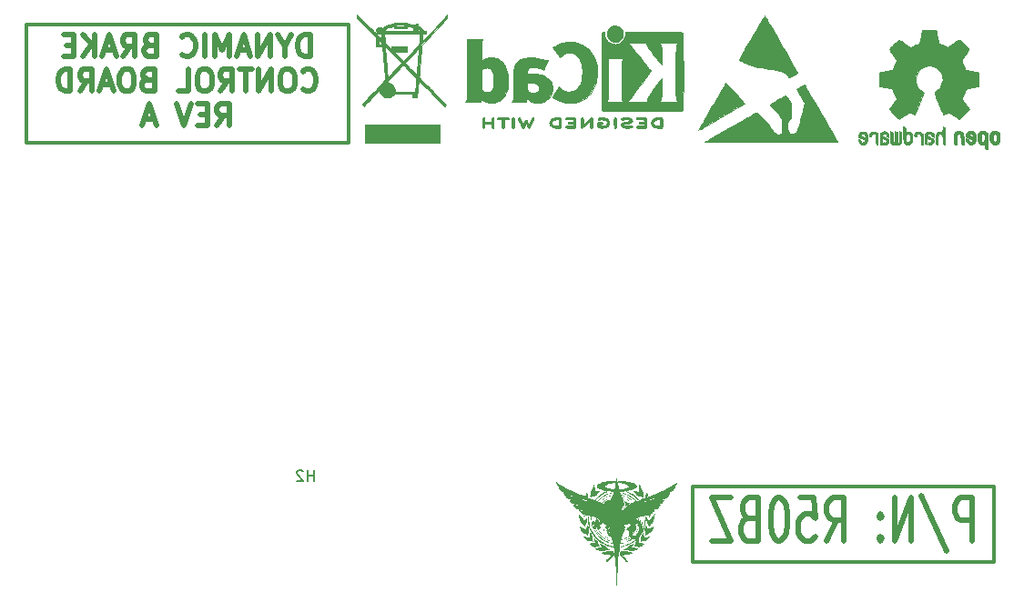
<source format=gbr>
%TF.GenerationSoftware,KiCad,Pcbnew,9.0.0*%
%TF.CreationDate,2025-04-01T22:49:05-07:00*%
%TF.ProjectId,DynamicBrakeGrid,44796e61-6d69-4634-9272-616b65477269,rev?*%
%TF.SameCoordinates,Original*%
%TF.FileFunction,Legend,Bot*%
%TF.FilePolarity,Positive*%
%FSLAX46Y46*%
G04 Gerber Fmt 4.6, Leading zero omitted, Abs format (unit mm)*
G04 Created by KiCad (PCBNEW 9.0.0) date 2025-04-01 22:49:05*
%MOMM*%
%LPD*%
G01*
G04 APERTURE LIST*
%ADD10C,0.500000*%
%ADD11C,0.300000*%
%ADD12C,0.150000*%
%ADD13C,0.000000*%
%ADD14C,0.010000*%
G04 APERTURE END LIST*
D10*
X266982143Y-89016976D02*
X266982143Y-85016976D01*
X266982143Y-85016976D02*
X265934524Y-85016976D01*
X265934524Y-85016976D02*
X265672619Y-85207452D01*
X265672619Y-85207452D02*
X265541666Y-85397928D01*
X265541666Y-85397928D02*
X265410714Y-85778880D01*
X265410714Y-85778880D02*
X265410714Y-86350309D01*
X265410714Y-86350309D02*
X265541666Y-86731261D01*
X265541666Y-86731261D02*
X265672619Y-86921738D01*
X265672619Y-86921738D02*
X265934524Y-87112214D01*
X265934524Y-87112214D02*
X266982143Y-87112214D01*
X262267857Y-84826500D02*
X264625000Y-89969357D01*
X261351191Y-89016976D02*
X261351191Y-85016976D01*
X261351191Y-85016976D02*
X259779762Y-89016976D01*
X259779762Y-89016976D02*
X259779762Y-85016976D01*
X258470239Y-88636023D02*
X258339286Y-88826500D01*
X258339286Y-88826500D02*
X258470239Y-89016976D01*
X258470239Y-89016976D02*
X258601191Y-88826500D01*
X258601191Y-88826500D02*
X258470239Y-88636023D01*
X258470239Y-88636023D02*
X258470239Y-89016976D01*
X258470239Y-86540785D02*
X258339286Y-86731261D01*
X258339286Y-86731261D02*
X258470239Y-86921738D01*
X258470239Y-86921738D02*
X258601191Y-86731261D01*
X258601191Y-86731261D02*
X258470239Y-86540785D01*
X258470239Y-86540785D02*
X258470239Y-86921738D01*
X253494048Y-89016976D02*
X254410715Y-87112214D01*
X255065477Y-89016976D02*
X255065477Y-85016976D01*
X255065477Y-85016976D02*
X254017858Y-85016976D01*
X254017858Y-85016976D02*
X253755953Y-85207452D01*
X253755953Y-85207452D02*
X253625000Y-85397928D01*
X253625000Y-85397928D02*
X253494048Y-85778880D01*
X253494048Y-85778880D02*
X253494048Y-86350309D01*
X253494048Y-86350309D02*
X253625000Y-86731261D01*
X253625000Y-86731261D02*
X253755953Y-86921738D01*
X253755953Y-86921738D02*
X254017858Y-87112214D01*
X254017858Y-87112214D02*
X255065477Y-87112214D01*
X251005953Y-85016976D02*
X252315477Y-85016976D01*
X252315477Y-85016976D02*
X252446429Y-86921738D01*
X252446429Y-86921738D02*
X252315477Y-86731261D01*
X252315477Y-86731261D02*
X252053572Y-86540785D01*
X252053572Y-86540785D02*
X251398810Y-86540785D01*
X251398810Y-86540785D02*
X251136905Y-86731261D01*
X251136905Y-86731261D02*
X251005953Y-86921738D01*
X251005953Y-86921738D02*
X250875000Y-87302690D01*
X250875000Y-87302690D02*
X250875000Y-88255071D01*
X250875000Y-88255071D02*
X251005953Y-88636023D01*
X251005953Y-88636023D02*
X251136905Y-88826500D01*
X251136905Y-88826500D02*
X251398810Y-89016976D01*
X251398810Y-89016976D02*
X252053572Y-89016976D01*
X252053572Y-89016976D02*
X252315477Y-88826500D01*
X252315477Y-88826500D02*
X252446429Y-88636023D01*
X249172619Y-85016976D02*
X248910714Y-85016976D01*
X248910714Y-85016976D02*
X248648810Y-85207452D01*
X248648810Y-85207452D02*
X248517857Y-85397928D01*
X248517857Y-85397928D02*
X248386905Y-85778880D01*
X248386905Y-85778880D02*
X248255952Y-86540785D01*
X248255952Y-86540785D02*
X248255952Y-87493166D01*
X248255952Y-87493166D02*
X248386905Y-88255071D01*
X248386905Y-88255071D02*
X248517857Y-88636023D01*
X248517857Y-88636023D02*
X248648810Y-88826500D01*
X248648810Y-88826500D02*
X248910714Y-89016976D01*
X248910714Y-89016976D02*
X249172619Y-89016976D01*
X249172619Y-89016976D02*
X249434524Y-88826500D01*
X249434524Y-88826500D02*
X249565476Y-88636023D01*
X249565476Y-88636023D02*
X249696429Y-88255071D01*
X249696429Y-88255071D02*
X249827381Y-87493166D01*
X249827381Y-87493166D02*
X249827381Y-86540785D01*
X249827381Y-86540785D02*
X249696429Y-85778880D01*
X249696429Y-85778880D02*
X249565476Y-85397928D01*
X249565476Y-85397928D02*
X249434524Y-85207452D01*
X249434524Y-85207452D02*
X249172619Y-85016976D01*
X246160714Y-86921738D02*
X245767857Y-87112214D01*
X245767857Y-87112214D02*
X245636904Y-87302690D01*
X245636904Y-87302690D02*
X245505952Y-87683642D01*
X245505952Y-87683642D02*
X245505952Y-88255071D01*
X245505952Y-88255071D02*
X245636904Y-88636023D01*
X245636904Y-88636023D02*
X245767857Y-88826500D01*
X245767857Y-88826500D02*
X246029762Y-89016976D01*
X246029762Y-89016976D02*
X247077381Y-89016976D01*
X247077381Y-89016976D02*
X247077381Y-85016976D01*
X247077381Y-85016976D02*
X246160714Y-85016976D01*
X246160714Y-85016976D02*
X245898809Y-85207452D01*
X245898809Y-85207452D02*
X245767857Y-85397928D01*
X245767857Y-85397928D02*
X245636904Y-85778880D01*
X245636904Y-85778880D02*
X245636904Y-86159833D01*
X245636904Y-86159833D02*
X245767857Y-86540785D01*
X245767857Y-86540785D02*
X245898809Y-86731261D01*
X245898809Y-86731261D02*
X246160714Y-86921738D01*
X246160714Y-86921738D02*
X247077381Y-86921738D01*
X244589285Y-85016976D02*
X242755952Y-85016976D01*
X242755952Y-85016976D02*
X244589285Y-89016976D01*
X244589285Y-89016976D02*
X242755952Y-89016976D01*
D11*
X241000000Y-84000000D02*
X269000000Y-84000000D01*
X269000000Y-91000000D01*
X241000000Y-91000000D01*
X241000000Y-84000000D01*
D10*
X205428571Y-43921738D02*
X205428571Y-41921738D01*
X205428571Y-41921738D02*
X204952381Y-41921738D01*
X204952381Y-41921738D02*
X204666666Y-42016976D01*
X204666666Y-42016976D02*
X204476190Y-42207452D01*
X204476190Y-42207452D02*
X204380952Y-42397928D01*
X204380952Y-42397928D02*
X204285714Y-42778880D01*
X204285714Y-42778880D02*
X204285714Y-43064595D01*
X204285714Y-43064595D02*
X204380952Y-43445547D01*
X204380952Y-43445547D02*
X204476190Y-43636023D01*
X204476190Y-43636023D02*
X204666666Y-43826500D01*
X204666666Y-43826500D02*
X204952381Y-43921738D01*
X204952381Y-43921738D02*
X205428571Y-43921738D01*
X203047619Y-42969357D02*
X203047619Y-43921738D01*
X203714285Y-41921738D02*
X203047619Y-42969357D01*
X203047619Y-42969357D02*
X202380952Y-41921738D01*
X201714285Y-43921738D02*
X201714285Y-41921738D01*
X201714285Y-41921738D02*
X200571428Y-43921738D01*
X200571428Y-43921738D02*
X200571428Y-41921738D01*
X199714285Y-43350309D02*
X198761904Y-43350309D01*
X199904761Y-43921738D02*
X199238095Y-41921738D01*
X199238095Y-41921738D02*
X198571428Y-43921738D01*
X197904761Y-43921738D02*
X197904761Y-41921738D01*
X197904761Y-41921738D02*
X197238094Y-43350309D01*
X197238094Y-43350309D02*
X196571428Y-41921738D01*
X196571428Y-41921738D02*
X196571428Y-43921738D01*
X195619047Y-43921738D02*
X195619047Y-41921738D01*
X193523809Y-43731261D02*
X193619047Y-43826500D01*
X193619047Y-43826500D02*
X193904761Y-43921738D01*
X193904761Y-43921738D02*
X194095237Y-43921738D01*
X194095237Y-43921738D02*
X194380952Y-43826500D01*
X194380952Y-43826500D02*
X194571428Y-43636023D01*
X194571428Y-43636023D02*
X194666666Y-43445547D01*
X194666666Y-43445547D02*
X194761904Y-43064595D01*
X194761904Y-43064595D02*
X194761904Y-42778880D01*
X194761904Y-42778880D02*
X194666666Y-42397928D01*
X194666666Y-42397928D02*
X194571428Y-42207452D01*
X194571428Y-42207452D02*
X194380952Y-42016976D01*
X194380952Y-42016976D02*
X194095237Y-41921738D01*
X194095237Y-41921738D02*
X193904761Y-41921738D01*
X193904761Y-41921738D02*
X193619047Y-42016976D01*
X193619047Y-42016976D02*
X193523809Y-42112214D01*
X190476189Y-42874119D02*
X190190475Y-42969357D01*
X190190475Y-42969357D02*
X190095237Y-43064595D01*
X190095237Y-43064595D02*
X189999999Y-43255071D01*
X189999999Y-43255071D02*
X189999999Y-43540785D01*
X189999999Y-43540785D02*
X190095237Y-43731261D01*
X190095237Y-43731261D02*
X190190475Y-43826500D01*
X190190475Y-43826500D02*
X190380951Y-43921738D01*
X190380951Y-43921738D02*
X191142856Y-43921738D01*
X191142856Y-43921738D02*
X191142856Y-41921738D01*
X191142856Y-41921738D02*
X190476189Y-41921738D01*
X190476189Y-41921738D02*
X190285713Y-42016976D01*
X190285713Y-42016976D02*
X190190475Y-42112214D01*
X190190475Y-42112214D02*
X190095237Y-42302690D01*
X190095237Y-42302690D02*
X190095237Y-42493166D01*
X190095237Y-42493166D02*
X190190475Y-42683642D01*
X190190475Y-42683642D02*
X190285713Y-42778880D01*
X190285713Y-42778880D02*
X190476189Y-42874119D01*
X190476189Y-42874119D02*
X191142856Y-42874119D01*
X187999999Y-43921738D02*
X188666666Y-42969357D01*
X189142856Y-43921738D02*
X189142856Y-41921738D01*
X189142856Y-41921738D02*
X188380951Y-41921738D01*
X188380951Y-41921738D02*
X188190475Y-42016976D01*
X188190475Y-42016976D02*
X188095237Y-42112214D01*
X188095237Y-42112214D02*
X187999999Y-42302690D01*
X187999999Y-42302690D02*
X187999999Y-42588404D01*
X187999999Y-42588404D02*
X188095237Y-42778880D01*
X188095237Y-42778880D02*
X188190475Y-42874119D01*
X188190475Y-42874119D02*
X188380951Y-42969357D01*
X188380951Y-42969357D02*
X189142856Y-42969357D01*
X187238094Y-43350309D02*
X186285713Y-43350309D01*
X187428570Y-43921738D02*
X186761904Y-41921738D01*
X186761904Y-41921738D02*
X186095237Y-43921738D01*
X185428570Y-43921738D02*
X185428570Y-41921738D01*
X184285713Y-43921738D02*
X185142856Y-42778880D01*
X184285713Y-41921738D02*
X185428570Y-43064595D01*
X183428570Y-42874119D02*
X182761903Y-42874119D01*
X182476189Y-43921738D02*
X183428570Y-43921738D01*
X183428570Y-43921738D02*
X183428570Y-41921738D01*
X183428570Y-41921738D02*
X182476189Y-41921738D01*
X204761905Y-46951149D02*
X204857143Y-47046388D01*
X204857143Y-47046388D02*
X205142857Y-47141626D01*
X205142857Y-47141626D02*
X205333333Y-47141626D01*
X205333333Y-47141626D02*
X205619048Y-47046388D01*
X205619048Y-47046388D02*
X205809524Y-46855911D01*
X205809524Y-46855911D02*
X205904762Y-46665435D01*
X205904762Y-46665435D02*
X206000000Y-46284483D01*
X206000000Y-46284483D02*
X206000000Y-45998768D01*
X206000000Y-45998768D02*
X205904762Y-45617816D01*
X205904762Y-45617816D02*
X205809524Y-45427340D01*
X205809524Y-45427340D02*
X205619048Y-45236864D01*
X205619048Y-45236864D02*
X205333333Y-45141626D01*
X205333333Y-45141626D02*
X205142857Y-45141626D01*
X205142857Y-45141626D02*
X204857143Y-45236864D01*
X204857143Y-45236864D02*
X204761905Y-45332102D01*
X203523810Y-45141626D02*
X203142857Y-45141626D01*
X203142857Y-45141626D02*
X202952381Y-45236864D01*
X202952381Y-45236864D02*
X202761905Y-45427340D01*
X202761905Y-45427340D02*
X202666667Y-45808292D01*
X202666667Y-45808292D02*
X202666667Y-46474959D01*
X202666667Y-46474959D02*
X202761905Y-46855911D01*
X202761905Y-46855911D02*
X202952381Y-47046388D01*
X202952381Y-47046388D02*
X203142857Y-47141626D01*
X203142857Y-47141626D02*
X203523810Y-47141626D01*
X203523810Y-47141626D02*
X203714286Y-47046388D01*
X203714286Y-47046388D02*
X203904762Y-46855911D01*
X203904762Y-46855911D02*
X204000000Y-46474959D01*
X204000000Y-46474959D02*
X204000000Y-45808292D01*
X204000000Y-45808292D02*
X203904762Y-45427340D01*
X203904762Y-45427340D02*
X203714286Y-45236864D01*
X203714286Y-45236864D02*
X203523810Y-45141626D01*
X201809524Y-47141626D02*
X201809524Y-45141626D01*
X201809524Y-45141626D02*
X200666667Y-47141626D01*
X200666667Y-47141626D02*
X200666667Y-45141626D01*
X200000000Y-45141626D02*
X198857143Y-45141626D01*
X199428572Y-47141626D02*
X199428572Y-45141626D01*
X197047619Y-47141626D02*
X197714286Y-46189245D01*
X198190476Y-47141626D02*
X198190476Y-45141626D01*
X198190476Y-45141626D02*
X197428571Y-45141626D01*
X197428571Y-45141626D02*
X197238095Y-45236864D01*
X197238095Y-45236864D02*
X197142857Y-45332102D01*
X197142857Y-45332102D02*
X197047619Y-45522578D01*
X197047619Y-45522578D02*
X197047619Y-45808292D01*
X197047619Y-45808292D02*
X197142857Y-45998768D01*
X197142857Y-45998768D02*
X197238095Y-46094007D01*
X197238095Y-46094007D02*
X197428571Y-46189245D01*
X197428571Y-46189245D02*
X198190476Y-46189245D01*
X195809524Y-45141626D02*
X195428571Y-45141626D01*
X195428571Y-45141626D02*
X195238095Y-45236864D01*
X195238095Y-45236864D02*
X195047619Y-45427340D01*
X195047619Y-45427340D02*
X194952381Y-45808292D01*
X194952381Y-45808292D02*
X194952381Y-46474959D01*
X194952381Y-46474959D02*
X195047619Y-46855911D01*
X195047619Y-46855911D02*
X195238095Y-47046388D01*
X195238095Y-47046388D02*
X195428571Y-47141626D01*
X195428571Y-47141626D02*
X195809524Y-47141626D01*
X195809524Y-47141626D02*
X196000000Y-47046388D01*
X196000000Y-47046388D02*
X196190476Y-46855911D01*
X196190476Y-46855911D02*
X196285714Y-46474959D01*
X196285714Y-46474959D02*
X196285714Y-45808292D01*
X196285714Y-45808292D02*
X196190476Y-45427340D01*
X196190476Y-45427340D02*
X196000000Y-45236864D01*
X196000000Y-45236864D02*
X195809524Y-45141626D01*
X193142857Y-47141626D02*
X194095238Y-47141626D01*
X194095238Y-47141626D02*
X194095238Y-45141626D01*
X190285713Y-46094007D02*
X189999999Y-46189245D01*
X189999999Y-46189245D02*
X189904761Y-46284483D01*
X189904761Y-46284483D02*
X189809523Y-46474959D01*
X189809523Y-46474959D02*
X189809523Y-46760673D01*
X189809523Y-46760673D02*
X189904761Y-46951149D01*
X189904761Y-46951149D02*
X189999999Y-47046388D01*
X189999999Y-47046388D02*
X190190475Y-47141626D01*
X190190475Y-47141626D02*
X190952380Y-47141626D01*
X190952380Y-47141626D02*
X190952380Y-45141626D01*
X190952380Y-45141626D02*
X190285713Y-45141626D01*
X190285713Y-45141626D02*
X190095237Y-45236864D01*
X190095237Y-45236864D02*
X189999999Y-45332102D01*
X189999999Y-45332102D02*
X189904761Y-45522578D01*
X189904761Y-45522578D02*
X189904761Y-45713054D01*
X189904761Y-45713054D02*
X189999999Y-45903530D01*
X189999999Y-45903530D02*
X190095237Y-45998768D01*
X190095237Y-45998768D02*
X190285713Y-46094007D01*
X190285713Y-46094007D02*
X190952380Y-46094007D01*
X188571428Y-45141626D02*
X188190475Y-45141626D01*
X188190475Y-45141626D02*
X187999999Y-45236864D01*
X187999999Y-45236864D02*
X187809523Y-45427340D01*
X187809523Y-45427340D02*
X187714285Y-45808292D01*
X187714285Y-45808292D02*
X187714285Y-46474959D01*
X187714285Y-46474959D02*
X187809523Y-46855911D01*
X187809523Y-46855911D02*
X187999999Y-47046388D01*
X187999999Y-47046388D02*
X188190475Y-47141626D01*
X188190475Y-47141626D02*
X188571428Y-47141626D01*
X188571428Y-47141626D02*
X188761904Y-47046388D01*
X188761904Y-47046388D02*
X188952380Y-46855911D01*
X188952380Y-46855911D02*
X189047618Y-46474959D01*
X189047618Y-46474959D02*
X189047618Y-45808292D01*
X189047618Y-45808292D02*
X188952380Y-45427340D01*
X188952380Y-45427340D02*
X188761904Y-45236864D01*
X188761904Y-45236864D02*
X188571428Y-45141626D01*
X186952380Y-46570197D02*
X185999999Y-46570197D01*
X187142856Y-47141626D02*
X186476190Y-45141626D01*
X186476190Y-45141626D02*
X185809523Y-47141626D01*
X183999999Y-47141626D02*
X184666666Y-46189245D01*
X185142856Y-47141626D02*
X185142856Y-45141626D01*
X185142856Y-45141626D02*
X184380951Y-45141626D01*
X184380951Y-45141626D02*
X184190475Y-45236864D01*
X184190475Y-45236864D02*
X184095237Y-45332102D01*
X184095237Y-45332102D02*
X183999999Y-45522578D01*
X183999999Y-45522578D02*
X183999999Y-45808292D01*
X183999999Y-45808292D02*
X184095237Y-45998768D01*
X184095237Y-45998768D02*
X184190475Y-46094007D01*
X184190475Y-46094007D02*
X184380951Y-46189245D01*
X184380951Y-46189245D02*
X185142856Y-46189245D01*
X183142856Y-47141626D02*
X183142856Y-45141626D01*
X183142856Y-45141626D02*
X182666666Y-45141626D01*
X182666666Y-45141626D02*
X182380951Y-45236864D01*
X182380951Y-45236864D02*
X182190475Y-45427340D01*
X182190475Y-45427340D02*
X182095237Y-45617816D01*
X182095237Y-45617816D02*
X181999999Y-45998768D01*
X181999999Y-45998768D02*
X181999999Y-46284483D01*
X181999999Y-46284483D02*
X182095237Y-46665435D01*
X182095237Y-46665435D02*
X182190475Y-46855911D01*
X182190475Y-46855911D02*
X182380951Y-47046388D01*
X182380951Y-47046388D02*
X182666666Y-47141626D01*
X182666666Y-47141626D02*
X183142856Y-47141626D01*
X196761905Y-50361514D02*
X197428572Y-49409133D01*
X197904762Y-50361514D02*
X197904762Y-48361514D01*
X197904762Y-48361514D02*
X197142857Y-48361514D01*
X197142857Y-48361514D02*
X196952381Y-48456752D01*
X196952381Y-48456752D02*
X196857143Y-48551990D01*
X196857143Y-48551990D02*
X196761905Y-48742466D01*
X196761905Y-48742466D02*
X196761905Y-49028180D01*
X196761905Y-49028180D02*
X196857143Y-49218656D01*
X196857143Y-49218656D02*
X196952381Y-49313895D01*
X196952381Y-49313895D02*
X197142857Y-49409133D01*
X197142857Y-49409133D02*
X197904762Y-49409133D01*
X195904762Y-49313895D02*
X195238095Y-49313895D01*
X194952381Y-50361514D02*
X195904762Y-50361514D01*
X195904762Y-50361514D02*
X195904762Y-48361514D01*
X195904762Y-48361514D02*
X194952381Y-48361514D01*
X194380952Y-48361514D02*
X193714286Y-50361514D01*
X193714286Y-50361514D02*
X193047619Y-48361514D01*
X190952380Y-49790085D02*
X189999999Y-49790085D01*
X191142856Y-50361514D02*
X190476190Y-48361514D01*
X190476190Y-48361514D02*
X189809523Y-50361514D01*
D11*
X179000000Y-41000000D02*
X209000000Y-41000000D01*
X209000000Y-52000000D01*
X179000000Y-52000000D01*
X179000000Y-41000000D01*
X235321427Y-87249757D02*
X235464285Y-87178328D01*
X235464285Y-87178328D02*
X235678570Y-87178328D01*
X235678570Y-87178328D02*
X235892856Y-87249757D01*
X235892856Y-87249757D02*
X236035713Y-87392614D01*
X236035713Y-87392614D02*
X236107142Y-87535471D01*
X236107142Y-87535471D02*
X236178570Y-87821185D01*
X236178570Y-87821185D02*
X236178570Y-88035471D01*
X236178570Y-88035471D02*
X236107142Y-88321185D01*
X236107142Y-88321185D02*
X236035713Y-88464042D01*
X236035713Y-88464042D02*
X235892856Y-88606900D01*
X235892856Y-88606900D02*
X235678570Y-88678328D01*
X235678570Y-88678328D02*
X235535713Y-88678328D01*
X235535713Y-88678328D02*
X235321427Y-88606900D01*
X235321427Y-88606900D02*
X235249999Y-88535471D01*
X235249999Y-88535471D02*
X235249999Y-88035471D01*
X235249999Y-88035471D02*
X235535713Y-88035471D01*
X234392856Y-87178328D02*
X234392856Y-87535471D01*
X234749999Y-87392614D02*
X234392856Y-87535471D01*
X234392856Y-87535471D02*
X234035713Y-87392614D01*
X234607142Y-87821185D02*
X234392856Y-87535471D01*
X234392856Y-87535471D02*
X234178570Y-87821185D01*
X233249999Y-87178328D02*
X233249999Y-87535471D01*
X233607142Y-87392614D02*
X233249999Y-87535471D01*
X233249999Y-87535471D02*
X232892856Y-87392614D01*
X233464285Y-87821185D02*
X233249999Y-87535471D01*
X233249999Y-87535471D02*
X233035713Y-87821185D01*
X232107142Y-87178328D02*
X232107142Y-87535471D01*
X232464285Y-87392614D02*
X232107142Y-87535471D01*
X232107142Y-87535471D02*
X231749999Y-87392614D01*
X232321428Y-87821185D02*
X232107142Y-87535471D01*
X232107142Y-87535471D02*
X231892856Y-87821185D01*
D12*
X205761904Y-83454819D02*
X205761904Y-82454819D01*
X205761904Y-82931009D02*
X205190476Y-82931009D01*
X205190476Y-83454819D02*
X205190476Y-82454819D01*
X204761904Y-82550057D02*
X204714285Y-82502438D01*
X204714285Y-82502438D02*
X204619047Y-82454819D01*
X204619047Y-82454819D02*
X204380952Y-82454819D01*
X204380952Y-82454819D02*
X204285714Y-82502438D01*
X204285714Y-82502438D02*
X204238095Y-82550057D01*
X204238095Y-82550057D02*
X204190476Y-82645295D01*
X204190476Y-82645295D02*
X204190476Y-82740533D01*
X204190476Y-82740533D02*
X204238095Y-82883390D01*
X204238095Y-82883390D02*
X204809523Y-83454819D01*
X204809523Y-83454819D02*
X204190476Y-83454819D01*
D13*
%TO.C,G\u002A\u002A\u002A*%
G36*
X234766890Y-88961784D02*
G01*
X234781539Y-88985259D01*
X234774421Y-89003588D01*
X234740834Y-89016000D01*
X234729146Y-89014921D01*
X234709120Y-88999728D01*
X234716397Y-88977153D01*
X234748965Y-88960836D01*
X234766890Y-88961784D01*
G37*
G36*
X234642787Y-84815798D02*
G01*
X234663699Y-84831927D01*
X234651813Y-84860289D01*
X234643679Y-84865240D01*
X234618620Y-84859130D01*
X234605692Y-84833616D01*
X234608990Y-84825169D01*
X234635000Y-84815231D01*
X234642787Y-84815798D01*
G37*
G36*
X232582681Y-87573460D02*
G01*
X232593231Y-87599461D01*
X232591027Y-87612944D01*
X232573692Y-87628769D01*
X232564704Y-87625462D01*
X232554154Y-87599461D01*
X232556358Y-87585979D01*
X232573692Y-87570154D01*
X232582681Y-87573460D01*
G37*
G36*
X232447743Y-87358731D02*
G01*
X232456462Y-87396614D01*
X232452447Y-87417792D01*
X232436923Y-87423615D01*
X232426104Y-87410345D01*
X232417385Y-87372463D01*
X232421400Y-87351284D01*
X232436923Y-87345461D01*
X232447743Y-87358731D01*
G37*
G36*
X234683892Y-89014334D02*
G01*
X234670821Y-89042051D01*
X234658153Y-89048966D01*
X234620346Y-89055077D01*
X234601037Y-89051750D01*
X234590564Y-89034963D01*
X234605468Y-89013932D01*
X234641415Y-88999987D01*
X234663898Y-88999640D01*
X234683892Y-89014334D01*
G37*
G36*
X234616180Y-85931036D02*
G01*
X234631278Y-85954092D01*
X234633671Y-85993726D01*
X234627837Y-86005800D01*
X234609138Y-86017064D01*
X234593015Y-85997512D01*
X234586154Y-85952891D01*
X234586930Y-85927120D01*
X234594553Y-85913719D01*
X234616180Y-85931036D01*
G37*
G36*
X231968895Y-87766987D02*
G01*
X231975077Y-87780331D01*
X231975327Y-87808567D01*
X231969986Y-87815533D01*
X231944286Y-87821947D01*
X231922098Y-87795472D01*
X231921172Y-87792847D01*
X231923873Y-87762809D01*
X231944913Y-87751065D01*
X231968895Y-87766987D01*
G37*
G36*
X232365463Y-88392307D02*
G01*
X232383236Y-88426784D01*
X232384891Y-88454539D01*
X232384706Y-88454826D01*
X232364624Y-88455368D01*
X232332735Y-88432034D01*
X232330787Y-88430067D01*
X232305909Y-88394975D01*
X232313307Y-88369801D01*
X232313981Y-88369139D01*
X232337206Y-88363465D01*
X232365463Y-88392307D01*
G37*
G36*
X236173338Y-86829895D02*
G01*
X236184033Y-86857635D01*
X236188308Y-86906999D01*
X236187942Y-86924162D01*
X236181597Y-86965436D01*
X236168769Y-86974231D01*
X236167046Y-86972904D01*
X236154408Y-86943590D01*
X236149231Y-86894924D01*
X236149369Y-86886940D01*
X236155767Y-86844847D01*
X236168769Y-86827692D01*
X236173338Y-86829895D01*
G37*
G36*
X235965833Y-87885998D02*
G01*
X235954207Y-87930005D01*
X235926039Y-87992382D01*
X235901921Y-88035351D01*
X235870756Y-88076385D01*
X235850418Y-88080233D01*
X235844322Y-88069207D01*
X235847302Y-88026752D01*
X235871653Y-87968180D01*
X235914109Y-87902599D01*
X235941961Y-87871898D01*
X235961543Y-87865062D01*
X235965833Y-87885998D01*
G37*
G36*
X234752499Y-84856101D02*
G01*
X234794054Y-84870519D01*
X234824261Y-84892553D01*
X234829779Y-84913903D01*
X234827671Y-84917289D01*
X234815947Y-84929850D01*
X234795920Y-84928587D01*
X234753503Y-84913406D01*
X234738731Y-84906903D01*
X234709015Y-84883719D01*
X234706433Y-84863169D01*
X234733977Y-84854307D01*
X234752499Y-84856101D01*
G37*
G36*
X234463651Y-84765939D02*
G01*
X234485397Y-84770182D01*
X234537751Y-84783713D01*
X234559215Y-84798042D01*
X234556012Y-84816581D01*
X234553454Y-84820003D01*
X234520572Y-84832993D01*
X234473544Y-84828525D01*
X234428521Y-84810240D01*
X234401652Y-84781778D01*
X234399287Y-84765568D01*
X234416664Y-84759458D01*
X234463651Y-84765939D01*
G37*
G36*
X235313184Y-85164098D02*
G01*
X235364980Y-85205145D01*
X235383006Y-85221895D01*
X235412063Y-85258324D01*
X235417509Y-85282583D01*
X235416674Y-85283721D01*
X235393881Y-85284707D01*
X235356563Y-85266010D01*
X235315975Y-85235885D01*
X235283370Y-85202588D01*
X235270000Y-85174373D01*
X235271110Y-85161572D01*
X235283443Y-85150076D01*
X235313184Y-85164098D01*
G37*
G36*
X232056310Y-86951870D02*
G01*
X232085956Y-86975496D01*
X232112687Y-87007497D01*
X232124308Y-87035874D01*
X232122609Y-87046560D01*
X232104769Y-87062154D01*
X232096588Y-87059665D01*
X232085231Y-87035238D01*
X232080541Y-87016893D01*
X232055451Y-86983608D01*
X232040083Y-86967405D01*
X232035793Y-86948771D01*
X232035946Y-86948623D01*
X232056310Y-86951870D01*
G37*
G36*
X235584416Y-88423831D02*
G01*
X235587304Y-88429249D01*
X235577527Y-88459650D01*
X235541318Y-88504190D01*
X235501804Y-88543583D01*
X235477281Y-88562342D01*
X235467287Y-88556334D01*
X235465385Y-88527538D01*
X235470824Y-88504750D01*
X235494692Y-88488461D01*
X235508335Y-88485204D01*
X235524000Y-88460307D01*
X235530790Y-88434899D01*
X235555715Y-88415502D01*
X235584416Y-88423831D01*
G37*
G36*
X235423916Y-88595032D02*
G01*
X235419060Y-88615629D01*
X235391228Y-88645305D01*
X235335771Y-88690539D01*
X235319121Y-88703195D01*
X235259819Y-88740608D01*
X235223631Y-88748269D01*
X235211385Y-88725940D01*
X235224568Y-88707396D01*
X235259874Y-88676363D01*
X235306924Y-88640751D01*
X235355310Y-88607996D01*
X235394624Y-88585539D01*
X235414457Y-88580816D01*
X235423916Y-88595032D01*
G37*
G36*
X232733100Y-87940880D02*
G01*
X232760869Y-87980908D01*
X232772601Y-88000619D01*
X232770483Y-88036801D01*
X232763296Y-88057838D01*
X232764666Y-88102471D01*
X232766691Y-88129466D01*
X232747617Y-88132957D01*
X232737525Y-88125343D01*
X232723117Y-88084721D01*
X232716300Y-88008225D01*
X232715806Y-87956792D01*
X232718422Y-87923497D01*
X232723734Y-87921846D01*
X232733100Y-87940880D01*
G37*
G36*
X232445402Y-88475447D02*
G01*
X232480479Y-88504091D01*
X232524195Y-88546597D01*
X232567109Y-88593096D01*
X232599781Y-88633722D01*
X232612769Y-88658606D01*
X232608998Y-88677650D01*
X232591254Y-88679511D01*
X232555905Y-88654227D01*
X232499607Y-88600068D01*
X232466467Y-88564298D01*
X232428755Y-88514137D01*
X232416296Y-88480933D01*
X232431299Y-88468923D01*
X232445402Y-88475447D01*
G37*
G36*
X236170651Y-87082411D02*
G01*
X236182855Y-87094932D01*
X236185465Y-87129401D01*
X236179629Y-87194038D01*
X236173501Y-87241798D01*
X236163958Y-87303610D01*
X236155899Y-87342543D01*
X236143917Y-87369755D01*
X236132605Y-87367511D01*
X236124615Y-87336968D01*
X236121337Y-87283775D01*
X236124161Y-87213577D01*
X236125409Y-87199146D01*
X236134367Y-87129894D01*
X236146604Y-87092742D01*
X236163926Y-87081692D01*
X236170651Y-87082411D01*
G37*
G36*
X236127794Y-87450181D02*
G01*
X236124201Y-87491435D01*
X236102192Y-87554837D01*
X236097721Y-87565639D01*
X236073728Y-87632145D01*
X236052561Y-87702038D01*
X236048823Y-87715113D01*
X236026027Y-87766567D01*
X236000592Y-87785077D01*
X235981348Y-87777074D01*
X235983677Y-87744353D01*
X236026351Y-87614716D01*
X236061414Y-87519232D01*
X236088105Y-87460480D01*
X236106690Y-87437795D01*
X236112763Y-87436490D01*
X236127794Y-87450181D01*
G37*
G36*
X230847717Y-86599209D02*
G01*
X230888883Y-86617894D01*
X230938543Y-86642546D01*
X230982715Y-86666188D01*
X231007420Y-86681840D01*
X231006085Y-86693115D01*
X230992461Y-86731398D01*
X230968822Y-86786252D01*
X230923651Y-86884716D01*
X230901070Y-86812242D01*
X230899416Y-86807005D01*
X230874487Y-86736155D01*
X230846598Y-86666500D01*
X230839133Y-86648246D01*
X230827364Y-86608910D01*
X230829912Y-86593231D01*
X230847717Y-86599209D01*
G37*
G36*
X232804454Y-85050481D02*
G01*
X232809662Y-85066426D01*
X232787055Y-85099891D01*
X232739879Y-85146925D01*
X232671385Y-85203578D01*
X232637180Y-85229727D01*
X232576649Y-85273940D01*
X232539282Y-85296700D01*
X232520338Y-85300572D01*
X232515077Y-85288119D01*
X232523893Y-85270704D01*
X232557074Y-85233608D01*
X232606807Y-85186877D01*
X232664428Y-85137815D01*
X232721269Y-85093728D01*
X232768665Y-85061918D01*
X232797949Y-85049692D01*
X232804454Y-85050481D01*
G37*
G36*
X237094842Y-86611200D02*
G01*
X237080481Y-86652629D01*
X237056875Y-86710461D01*
X237037338Y-86759034D01*
X237017386Y-86818279D01*
X237009097Y-86857000D01*
X237004621Y-86867087D01*
X236987740Y-86849621D01*
X236959645Y-86798384D01*
X236940207Y-86757686D01*
X236919515Y-86710608D01*
X236911410Y-86686527D01*
X236914272Y-86681904D01*
X236941097Y-86663297D01*
X236985697Y-86639238D01*
X237035164Y-86615968D01*
X237076591Y-86599729D01*
X237097069Y-86596760D01*
X237094842Y-86611200D01*
G37*
G36*
X235816839Y-88126852D02*
G01*
X235819284Y-88128630D01*
X235824654Y-88148918D01*
X235808974Y-88186182D01*
X235770197Y-88244118D01*
X235706275Y-88326421D01*
X235683139Y-88353572D01*
X235640008Y-88391280D01*
X235608301Y-88396445D01*
X235595261Y-88390663D01*
X235589518Y-88377432D01*
X235614334Y-88353332D01*
X235620699Y-88347718D01*
X235657970Y-88306154D01*
X235695494Y-88254000D01*
X235738294Y-88189005D01*
X235773087Y-88144102D01*
X235797795Y-88124928D01*
X235816839Y-88126852D01*
G37*
G36*
X233511289Y-84767985D02*
G01*
X233511539Y-84784227D01*
X233501320Y-84799699D01*
X233458864Y-84824446D01*
X233389423Y-84850549D01*
X233388917Y-84850710D01*
X233314453Y-84874088D01*
X233269679Y-84886479D01*
X233247046Y-84888595D01*
X233239003Y-84881152D01*
X233238000Y-84864862D01*
X233247385Y-84849425D01*
X233291089Y-84824076D01*
X233367058Y-84796477D01*
X233376107Y-84793680D01*
X233445532Y-84772343D01*
X233486037Y-84761386D01*
X233505372Y-84760153D01*
X233511289Y-84767985D01*
G37*
G36*
X233105506Y-88921854D02*
G01*
X233133285Y-88936359D01*
X233193181Y-88961118D01*
X233262423Y-88984935D01*
X233301473Y-88998232D01*
X233355889Y-89024752D01*
X233374769Y-89049216D01*
X233371450Y-89062681D01*
X233349973Y-89069281D01*
X233349087Y-89068943D01*
X233317281Y-89057537D01*
X233260820Y-89037811D01*
X233191319Y-89013827D01*
X233145669Y-88997045D01*
X233075519Y-88963175D01*
X233043249Y-88932381D01*
X233049361Y-88905049D01*
X233069017Y-88904747D01*
X233105506Y-88921854D01*
G37*
G36*
X231774093Y-86847411D02*
G01*
X231786941Y-86867507D01*
X231792293Y-86910731D01*
X231793760Y-86954777D01*
X231798325Y-87027322D01*
X231804888Y-87106115D01*
X231809000Y-87164102D01*
X231807459Y-87219241D01*
X231797070Y-87238000D01*
X231785534Y-87233963D01*
X231764937Y-87207094D01*
X231758541Y-87175840D01*
X231754220Y-87118717D01*
X231752861Y-87048684D01*
X231754243Y-86976131D01*
X231758144Y-86911445D01*
X231764342Y-86865016D01*
X231772616Y-86847231D01*
X231774093Y-86847411D01*
G37*
G36*
X233149001Y-84877157D02*
G01*
X233159846Y-84903154D01*
X233159730Y-84906331D01*
X233141462Y-84932067D01*
X233095077Y-84934352D01*
X233090280Y-84934890D01*
X233059772Y-84950341D01*
X233016924Y-84980668D01*
X232985283Y-85002651D01*
X232936455Y-85025322D01*
X232900384Y-85028783D01*
X232886308Y-85010896D01*
X232886344Y-85010437D01*
X232903723Y-84993036D01*
X232945444Y-84965702D01*
X233000708Y-84934275D01*
X233058715Y-84904597D01*
X233108662Y-84882507D01*
X233139751Y-84873846D01*
X233149001Y-84877157D01*
G37*
G36*
X232010909Y-87866239D02*
G01*
X232026616Y-87889405D01*
X232036039Y-87913553D01*
X232063279Y-87963344D01*
X232104038Y-88030900D01*
X232153996Y-88108784D01*
X232197907Y-88177977D01*
X232239205Y-88249922D01*
X232264460Y-88303038D01*
X232270293Y-88330873D01*
X232256261Y-88340296D01*
X232230174Y-88321752D01*
X232190808Y-88273216D01*
X232136809Y-88193012D01*
X232066821Y-88079467D01*
X232017455Y-87994757D01*
X231984536Y-87930668D01*
X231971140Y-87890293D01*
X231975865Y-87869269D01*
X231997308Y-87863231D01*
X232010909Y-87866239D01*
G37*
G36*
X234959660Y-84946495D02*
G01*
X235030654Y-84983140D01*
X235099098Y-85021070D01*
X235172457Y-85063526D01*
X235218965Y-85093728D01*
X235243381Y-85114857D01*
X235250462Y-85130093D01*
X235242576Y-85144578D01*
X235212281Y-85146332D01*
X235169509Y-85130057D01*
X235125308Y-85098538D01*
X235117919Y-85091843D01*
X235079801Y-85061869D01*
X235055187Y-85049692D01*
X235040052Y-85046850D01*
X234997999Y-85027119D01*
X234951653Y-84996406D01*
X234914186Y-84964012D01*
X234898769Y-84939239D01*
X234899725Y-84934380D01*
X234917248Y-84930651D01*
X234959660Y-84946495D01*
G37*
G36*
X232719491Y-88702187D02*
G01*
X232735035Y-88716414D01*
X232776674Y-88745388D01*
X232832990Y-88779996D01*
X232838819Y-88783389D01*
X232910285Y-88825452D01*
X232953952Y-88853112D01*
X232975559Y-88871066D01*
X232980845Y-88884009D01*
X232975548Y-88896637D01*
X232975484Y-88896741D01*
X232964032Y-88906841D01*
X232944154Y-88905666D01*
X232909849Y-88890583D01*
X232855118Y-88858958D01*
X232773962Y-88808158D01*
X232726920Y-88774941D01*
X232686808Y-88738736D01*
X232671385Y-88713396D01*
X232674410Y-88697517D01*
X232694628Y-88684313D01*
X232719491Y-88702187D01*
G37*
G36*
X235159129Y-88780082D02*
G01*
X235167408Y-88790003D01*
X235171005Y-88807043D01*
X235170340Y-88807558D01*
X235135702Y-88829980D01*
X235084527Y-88858808D01*
X235029376Y-88887501D01*
X234982811Y-88909515D01*
X234957395Y-88918307D01*
X234939436Y-88923552D01*
X234905747Y-88947615D01*
X234883325Y-88965089D01*
X234841468Y-88975824D01*
X234810593Y-88956975D01*
X234809505Y-88952507D01*
X234825928Y-88931256D01*
X234866631Y-88908462D01*
X234900678Y-88892890D01*
X234967988Y-88858414D01*
X235036891Y-88819818D01*
X235081002Y-88795460D01*
X235132033Y-88775640D01*
X235159129Y-88780082D01*
G37*
G36*
X234594672Y-85022932D02*
G01*
X234672650Y-85049680D01*
X234767359Y-85090507D01*
X234871902Y-85141887D01*
X234979381Y-85200295D01*
X235082899Y-85262203D01*
X235175558Y-85324088D01*
X235250462Y-85382422D01*
X235286659Y-85414650D01*
X235318736Y-85446653D01*
X235321028Y-85455894D01*
X235294500Y-85442708D01*
X235240116Y-85407433D01*
X235158841Y-85350407D01*
X235121024Y-85323784D01*
X234880017Y-85178675D01*
X234625231Y-85067256D01*
X234616838Y-85064166D01*
X234561954Y-85041350D01*
X234531223Y-85023656D01*
X234531108Y-85014692D01*
X234540323Y-85013789D01*
X234594672Y-85022932D01*
G37*
G36*
X231827176Y-87330626D02*
G01*
X231846004Y-87374738D01*
X231861003Y-87442754D01*
X231862370Y-87451036D01*
X231878432Y-87520082D01*
X231898866Y-87579923D01*
X231920143Y-87632196D01*
X231937836Y-87682500D01*
X231941693Y-87715612D01*
X231921986Y-87726461D01*
X231910995Y-87721635D01*
X231887489Y-87691462D01*
X231866334Y-87646836D01*
X231854176Y-87603272D01*
X231857661Y-87576288D01*
X231858884Y-87565117D01*
X231841232Y-87538286D01*
X231825162Y-87510415D01*
X231808962Y-87458890D01*
X231797657Y-87400355D01*
X231793971Y-87349422D01*
X231800632Y-87320701D01*
X231807637Y-87316716D01*
X231827176Y-87330626D01*
G37*
G36*
X236732885Y-84523284D02*
G01*
X236760956Y-84557062D01*
X236802281Y-84625657D01*
X236835445Y-84689465D01*
X236869301Y-84769765D01*
X236887314Y-84834481D01*
X236887987Y-84877684D01*
X236869826Y-84893445D01*
X236841922Y-84900686D01*
X236789589Y-84921289D01*
X236725616Y-84950563D01*
X236666374Y-84979358D01*
X236622729Y-85000498D01*
X236604729Y-85009117D01*
X236602896Y-85007296D01*
X236604524Y-84979823D01*
X236613556Y-84926256D01*
X236628079Y-84854940D01*
X236646177Y-84774220D01*
X236665934Y-84692443D01*
X236685436Y-84617954D01*
X236702767Y-84559098D01*
X236716011Y-84524221D01*
X236716819Y-84522852D01*
X236732885Y-84523284D01*
G37*
G36*
X233412528Y-85015109D02*
G01*
X233398092Y-85029610D01*
X233354752Y-85051567D01*
X233286846Y-85078337D01*
X233195145Y-85115192D01*
X233043504Y-85189283D01*
X232892679Y-85276760D01*
X232759308Y-85368473D01*
X232730951Y-85389752D01*
X232673453Y-85430616D01*
X232631541Y-85457195D01*
X232612769Y-85464540D01*
X232612797Y-85457543D01*
X232634956Y-85430879D01*
X232680615Y-85390380D01*
X232743789Y-85340871D01*
X232818489Y-85287175D01*
X232898729Y-85234117D01*
X232949324Y-85204284D01*
X233030514Y-85161303D01*
X233120712Y-85117421D01*
X233211234Y-85076524D01*
X233293399Y-85042499D01*
X233358526Y-85019234D01*
X233397933Y-85010615D01*
X233412528Y-85015109D01*
G37*
G36*
X231200363Y-84510605D02*
G01*
X231213175Y-84542176D01*
X231231189Y-84599814D01*
X231251702Y-84673469D01*
X231272016Y-84753095D01*
X231289430Y-84828645D01*
X231301244Y-84890069D01*
X231307917Y-84930750D01*
X231311050Y-84965835D01*
X231302135Y-84981692D01*
X231274991Y-84979823D01*
X231223437Y-84961727D01*
X231141293Y-84928905D01*
X231124673Y-84922253D01*
X231069936Y-84898489D01*
X231042304Y-84878781D01*
X231034107Y-84854988D01*
X231037673Y-84818973D01*
X231046036Y-84788438D01*
X231067445Y-84734530D01*
X231096679Y-84671510D01*
X231129078Y-84608378D01*
X231159979Y-84554130D01*
X231184720Y-84517764D01*
X231198639Y-84508280D01*
X231200363Y-84510605D01*
G37*
G36*
X234922366Y-84434075D02*
G01*
X234962361Y-84442275D01*
X235013862Y-84461186D01*
X235084542Y-84493335D01*
X235182077Y-84541248D01*
X235392276Y-84657824D01*
X235652243Y-84839474D01*
X235885462Y-85048769D01*
X235910323Y-85074214D01*
X235963893Y-85131712D01*
X235993241Y-85169561D01*
X236001780Y-85192768D01*
X235992923Y-85206338D01*
X235976392Y-85215486D01*
X235946715Y-85225239D01*
X235928763Y-85214269D01*
X235888171Y-85181178D01*
X235831620Y-85131260D01*
X235765375Y-85069883D01*
X235679929Y-84992954D01*
X235485510Y-84840878D01*
X235276009Y-84703723D01*
X235062188Y-84588210D01*
X234854808Y-84501062D01*
X234839332Y-84495311D01*
X234798086Y-84476252D01*
X234781539Y-84462186D01*
X234784557Y-84458255D01*
X234813971Y-84447007D01*
X234864577Y-84436707D01*
X234886198Y-84434058D01*
X234922366Y-84434075D01*
G37*
G36*
X233068141Y-84436742D02*
G01*
X233100962Y-84442317D01*
X233138403Y-84453206D01*
X233146294Y-84463352D01*
X233139685Y-84467493D01*
X233102463Y-84485290D01*
X233042056Y-84511327D01*
X232967720Y-84541551D01*
X232854127Y-84591137D01*
X232653744Y-84698037D01*
X232454135Y-84826648D01*
X232267349Y-84968929D01*
X232105437Y-85116842D01*
X232064108Y-85158222D01*
X232017274Y-85200383D01*
X231984160Y-85219734D01*
X231957224Y-85220044D01*
X231928923Y-85205084D01*
X231927586Y-85204110D01*
X231921740Y-85190673D01*
X231931964Y-85167695D01*
X231961532Y-85131059D01*
X232013718Y-85076650D01*
X232091797Y-85000351D01*
X232123037Y-84970677D01*
X232331273Y-84792950D01*
X232548844Y-84643579D01*
X232788617Y-84513576D01*
X232870623Y-84474841D01*
X232933228Y-84448797D01*
X232980421Y-84435578D01*
X233022095Y-84432466D01*
X233068141Y-84436742D01*
G37*
G36*
X235983276Y-87091461D02*
G01*
X235974648Y-87212863D01*
X235928091Y-87476076D01*
X235844643Y-87729121D01*
X235725422Y-87969553D01*
X235571544Y-88194926D01*
X235384126Y-88402795D01*
X235360730Y-88425297D01*
X235184856Y-88576747D01*
X235002631Y-88700346D01*
X234803474Y-88802472D01*
X234576805Y-88889505D01*
X234566154Y-88893067D01*
X234501215Y-88914726D01*
X234454224Y-88930300D01*
X234434731Y-88936623D01*
X234433830Y-88936537D01*
X234429846Y-88919694D01*
X234441889Y-88908072D01*
X234482623Y-88889116D01*
X234542192Y-88869172D01*
X234624479Y-88843244D01*
X234865319Y-88741001D01*
X235092179Y-88605329D01*
X235300983Y-88439756D01*
X235487654Y-88247814D01*
X235648115Y-88033030D01*
X235778291Y-87798935D01*
X235835442Y-87665090D01*
X235890312Y-87498529D01*
X235931867Y-87317188D01*
X235963283Y-87109231D01*
X235991597Y-86876538D01*
X235983276Y-87091461D01*
G37*
G36*
X234416015Y-84537965D02*
G01*
X234514653Y-84559366D01*
X234644769Y-84593868D01*
X234665480Y-84599963D01*
X234781665Y-84640880D01*
X234914169Y-84696260D01*
X235052267Y-84760882D01*
X235185235Y-84829526D01*
X235302347Y-84896972D01*
X235392881Y-84958000D01*
X235418643Y-84977837D01*
X235497938Y-85041328D01*
X235576022Y-85106960D01*
X235647005Y-85169459D01*
X235704999Y-85223551D01*
X235744115Y-85263961D01*
X235758462Y-85285415D01*
X235754042Y-85299876D01*
X235734709Y-85299811D01*
X235697034Y-85278229D01*
X235637808Y-85233207D01*
X235553820Y-85162822D01*
X235524033Y-85137530D01*
X235292101Y-84961502D01*
X235054718Y-84819686D01*
X234803996Y-84707908D01*
X234532046Y-84621993D01*
X234461560Y-84602351D01*
X234388783Y-84578888D01*
X234337835Y-84558635D01*
X234316810Y-84544505D01*
X234318844Y-84535321D01*
X234350273Y-84529879D01*
X234416015Y-84537965D01*
G37*
G36*
X233597028Y-84533365D02*
G01*
X233604018Y-84547596D01*
X233591278Y-84557757D01*
X233547125Y-84577166D01*
X233479467Y-84600506D01*
X233396550Y-84624711D01*
X233204808Y-84683012D01*
X232982123Y-84772140D01*
X232769077Y-84883908D01*
X232701651Y-84926103D01*
X232604758Y-84992756D01*
X232502935Y-85067938D01*
X232405705Y-85144349D01*
X232322593Y-85214692D01*
X232263122Y-85271666D01*
X232235875Y-85296431D01*
X232205279Y-85310710D01*
X232191569Y-85300176D01*
X232201960Y-85265552D01*
X232209822Y-85253990D01*
X232247628Y-85212943D01*
X232306832Y-85157345D01*
X232380371Y-85093248D01*
X232461183Y-85026702D01*
X232542206Y-84963761D01*
X232616375Y-84910474D01*
X232717909Y-84847143D01*
X232875678Y-84763687D01*
X233047719Y-84686242D01*
X233222809Y-84619378D01*
X233389727Y-84567661D01*
X233537250Y-84535659D01*
X233558958Y-84532761D01*
X233597028Y-84533365D01*
G37*
G36*
X232205012Y-87473027D02*
G01*
X232221598Y-87489993D01*
X232234885Y-87477346D01*
X232248688Y-87457600D01*
X232270232Y-87457607D01*
X232280616Y-87488481D01*
X232282536Y-87499665D01*
X232303123Y-87541693D01*
X232338998Y-87589431D01*
X232340506Y-87591139D01*
X232379275Y-87643088D01*
X232424511Y-87714816D01*
X232466733Y-87791337D01*
X232477282Y-87812464D01*
X232502617Y-87867601D01*
X232514676Y-87901569D01*
X232510927Y-87907701D01*
X232488009Y-87893435D01*
X232441808Y-87874074D01*
X232407730Y-87870323D01*
X232397846Y-87891222D01*
X232397382Y-87899526D01*
X232384789Y-87920469D01*
X232362529Y-87912146D01*
X232340783Y-87877081D01*
X232324781Y-87845646D01*
X232293537Y-87807231D01*
X232276815Y-87783527D01*
X232252769Y-87733152D01*
X232226649Y-87667557D01*
X232201995Y-87596949D01*
X232182343Y-87531537D01*
X232171232Y-87481529D01*
X232172199Y-87457134D01*
X232182467Y-87454811D01*
X232205012Y-87473027D01*
G37*
G36*
X231959384Y-86942749D02*
G01*
X231965758Y-86983328D01*
X231975527Y-87060586D01*
X231989082Y-87175609D01*
X232001584Y-87266131D01*
X232063841Y-87536718D01*
X232160188Y-87791727D01*
X232288504Y-88028527D01*
X232446668Y-88244483D01*
X232632559Y-88436963D01*
X232844057Y-88603333D01*
X233079039Y-88740959D01*
X233335386Y-88847208D01*
X233345383Y-88850599D01*
X233412831Y-88874866D01*
X233463811Y-88895520D01*
X233487953Y-88908402D01*
X233490902Y-88913115D01*
X233476282Y-88916596D01*
X233433826Y-88908172D01*
X233369747Y-88889572D01*
X233290258Y-88862523D01*
X233201575Y-88828755D01*
X232981807Y-88723911D01*
X232769885Y-88585242D01*
X232567542Y-88411796D01*
X232466399Y-88307820D01*
X232294088Y-88091391D01*
X232156135Y-87859294D01*
X232053575Y-87613775D01*
X231987444Y-87357082D01*
X231958780Y-87091461D01*
X231956719Y-87030209D01*
X231955256Y-86967276D01*
X231956014Y-86937761D01*
X231959384Y-86942749D01*
G37*
G36*
X236446050Y-88342968D02*
G01*
X236460116Y-88396609D01*
X236479863Y-88494557D01*
X236492464Y-88586154D01*
X236495854Y-88623141D01*
X236503588Y-88693536D01*
X236513628Y-88732995D01*
X236530637Y-88747218D01*
X236559277Y-88741905D01*
X236604212Y-88722756D01*
X236647829Y-88705138D01*
X236739911Y-88675730D01*
X236833505Y-88653916D01*
X236916156Y-88642347D01*
X236975412Y-88643678D01*
X237029823Y-88654538D01*
X236923390Y-88782581D01*
X236875015Y-88838191D01*
X236763007Y-88944748D01*
X236650821Y-89017552D01*
X236532786Y-89059788D01*
X236403231Y-89074639D01*
X236363070Y-89076757D01*
X236291039Y-89086732D01*
X236237154Y-89101725D01*
X236201630Y-89114678D01*
X236176997Y-89111868D01*
X236173138Y-89082629D01*
X236186959Y-89022049D01*
X236196269Y-88974310D01*
X236204518Y-88896707D01*
X236207737Y-88815114D01*
X236218179Y-88690894D01*
X236265142Y-88516367D01*
X236349410Y-88336437D01*
X236411295Y-88226783D01*
X236446050Y-88342968D01*
G37*
G36*
X233965648Y-83122992D02*
G01*
X233975409Y-83161522D01*
X233987122Y-83225248D01*
X233999137Y-83305884D01*
X234004062Y-83339752D01*
X234019632Y-83433827D01*
X234040925Y-83552292D01*
X234066134Y-83685852D01*
X234093452Y-83825209D01*
X234121073Y-83961070D01*
X234147191Y-84084137D01*
X234169998Y-84185115D01*
X234172982Y-84200185D01*
X234170276Y-84214179D01*
X234154126Y-84222718D01*
X234118122Y-84227149D01*
X234055856Y-84228819D01*
X233960922Y-84229077D01*
X233884648Y-84228960D01*
X233815495Y-84227754D01*
X233774158Y-84224115D01*
X233754278Y-84216693D01*
X233749496Y-84204143D01*
X233753452Y-84185115D01*
X233764530Y-84139803D01*
X233782479Y-84057609D01*
X233804191Y-83952207D01*
X233828072Y-83831878D01*
X233852532Y-83704901D01*
X233875978Y-83579557D01*
X233896821Y-83464124D01*
X233913467Y-83366884D01*
X233924326Y-83296115D01*
X233930737Y-83251679D01*
X233942672Y-83181632D01*
X233953399Y-83133364D01*
X233961182Y-83115384D01*
X233965648Y-83122992D01*
G37*
G36*
X231575233Y-88341391D02*
G01*
X231613361Y-88411802D01*
X231655035Y-88503272D01*
X231683258Y-88592785D01*
X231702027Y-88694010D01*
X231715337Y-88820615D01*
X231720697Y-88881134D01*
X231729620Y-88968214D01*
X231738281Y-89038789D01*
X231745386Y-89081623D01*
X231752218Y-89117184D01*
X231744059Y-89127338D01*
X231712076Y-89112662D01*
X231706371Y-89109993D01*
X231658788Y-89096287D01*
X231587963Y-89083247D01*
X231506975Y-89073379D01*
X231400343Y-89058177D01*
X231285295Y-89023102D01*
X231183130Y-88965611D01*
X231085542Y-88880783D01*
X230984227Y-88763697D01*
X230890792Y-88644769D01*
X230987723Y-88644769D01*
X231022003Y-88646726D01*
X231097592Y-88658157D01*
X231182992Y-88677049D01*
X231266071Y-88700225D01*
X231334695Y-88724504D01*
X231376731Y-88746707D01*
X231388777Y-88754400D01*
X231402102Y-88751205D01*
X231411984Y-88725846D01*
X231420242Y-88672702D01*
X231428696Y-88586154D01*
X231435553Y-88529246D01*
X231453334Y-88430382D01*
X231475155Y-88342968D01*
X231510552Y-88226783D01*
X231575233Y-88341391D01*
G37*
G36*
X237490223Y-86624898D02*
G01*
X237487123Y-86654413D01*
X237464634Y-86785524D01*
X237428610Y-86931667D01*
X237383193Y-87077535D01*
X237332523Y-87207820D01*
X237316202Y-87240844D01*
X237250948Y-87339664D01*
X237163339Y-87439574D01*
X237148514Y-87454594D01*
X237086038Y-87520015D01*
X237030405Y-87581288D01*
X236992183Y-87626850D01*
X236941146Y-87693316D01*
X236918597Y-87617081D01*
X236917644Y-87613960D01*
X236895061Y-87557192D01*
X236859419Y-87483599D01*
X236817990Y-87408277D01*
X236753166Y-87266030D01*
X236710876Y-87095801D01*
X236696308Y-86911411D01*
X236696308Y-86840419D01*
X236746983Y-86887786D01*
X236781059Y-86923564D01*
X236830184Y-86981219D01*
X236880396Y-87044971D01*
X236963134Y-87154788D01*
X237073425Y-87005894D01*
X237096603Y-86974870D01*
X237150466Y-86904603D01*
X237197695Y-86845304D01*
X237230137Y-86807305D01*
X237251489Y-86783340D01*
X237297624Y-86728013D01*
X237345023Y-86667916D01*
X237373127Y-86631934D01*
X237420476Y-86574256D01*
X237457946Y-86531995D01*
X237502403Y-86485769D01*
X237490223Y-86624898D01*
G37*
G36*
X236670598Y-87553350D02*
G01*
X236685850Y-87576442D01*
X236710669Y-87624056D01*
X236741120Y-87687599D01*
X236773271Y-87758479D01*
X236803189Y-87828102D01*
X236826939Y-87887874D01*
X236840590Y-87929204D01*
X236854601Y-87985407D01*
X236897570Y-87946788D01*
X236908656Y-87937190D01*
X236976756Y-87887248D01*
X237061378Y-87835398D01*
X237152841Y-87786540D01*
X237241463Y-87745575D01*
X237317564Y-87717403D01*
X237371462Y-87706923D01*
X237377041Y-87707869D01*
X237384598Y-87722746D01*
X237379709Y-87760904D01*
X237361847Y-87829038D01*
X237327063Y-87932242D01*
X237247314Y-88091965D01*
X237145260Y-88221490D01*
X237022084Y-88319456D01*
X236878969Y-88384501D01*
X236840323Y-88398574D01*
X236767332Y-88433430D01*
X236710823Y-88470359D01*
X236647594Y-88523145D01*
X236593259Y-88305534D01*
X236571508Y-88210198D01*
X236550403Y-88068969D01*
X236549388Y-87943812D01*
X236568748Y-87823587D01*
X236608767Y-87697154D01*
X236612940Y-87686170D01*
X236638326Y-87621134D01*
X236658086Y-87573408D01*
X236668242Y-87552656D01*
X236670598Y-87553350D01*
G37*
G36*
X234674918Y-85297111D02*
G01*
X234726803Y-85322768D01*
X234785913Y-85359162D01*
X234842734Y-85400668D01*
X234887757Y-85441658D01*
X234887899Y-85441812D01*
X234951590Y-85498375D01*
X235004117Y-85518043D01*
X235046285Y-85501118D01*
X235061941Y-85494659D01*
X235099806Y-85498175D01*
X235136380Y-85513887D01*
X235152769Y-85535667D01*
X235147709Y-85544989D01*
X235117718Y-85571657D01*
X235069731Y-85603891D01*
X235034489Y-85626763D01*
X234964187Y-85678351D01*
X234898769Y-85732442D01*
X234857858Y-85767672D01*
X234817481Y-85799143D01*
X234796192Y-85811387D01*
X234794268Y-85810836D01*
X234785219Y-85788429D01*
X234781539Y-85743307D01*
X234779404Y-85704216D01*
X234766338Y-85680348D01*
X234734390Y-85674923D01*
X234705013Y-85672465D01*
X234696626Y-85657084D01*
X234708975Y-85617343D01*
X234717173Y-85589376D01*
X234717829Y-85551644D01*
X234705140Y-85502171D01*
X234677135Y-85429306D01*
X234674031Y-85421699D01*
X234649798Y-85358204D01*
X234634744Y-85311204D01*
X234632018Y-85290392D01*
X234639766Y-85287816D01*
X234674918Y-85297111D01*
G37*
G36*
X230453799Y-86523695D02*
G01*
X230498017Y-86576048D01*
X230555913Y-86645927D01*
X230622158Y-86726770D01*
X230691418Y-86812016D01*
X230758364Y-86895101D01*
X230817662Y-86969464D01*
X230863983Y-87028543D01*
X230891994Y-87065775D01*
X230956810Y-87157319D01*
X231040499Y-87046236D01*
X231087053Y-86986914D01*
X231136747Y-86928136D01*
X231174864Y-86887786D01*
X231225539Y-86840419D01*
X231225539Y-86913351D01*
X231217249Y-87054145D01*
X231175960Y-87242304D01*
X231099774Y-87413846D01*
X231088472Y-87433937D01*
X231048881Y-87510158D01*
X231017845Y-87578662D01*
X231001292Y-87626646D01*
X230986759Y-87692908D01*
X230905880Y-87597355D01*
X230869581Y-87556073D01*
X230802740Y-87485091D01*
X230741191Y-87424810D01*
X230691269Y-87371226D01*
X230619325Y-87261308D01*
X230554020Y-87117573D01*
X230494073Y-86937496D01*
X230488441Y-86917259D01*
X230470427Y-86842508D01*
X230453673Y-86759748D01*
X230439319Y-86676686D01*
X230428504Y-86601028D01*
X230422369Y-86540480D01*
X230422054Y-86502748D01*
X230428699Y-86495538D01*
X230453799Y-86523695D01*
G37*
G36*
X231254341Y-87553642D02*
G01*
X231266120Y-87578981D01*
X231286850Y-87629864D01*
X231312558Y-87696591D01*
X231325381Y-87731633D01*
X231357635Y-87837360D01*
X231373990Y-87934557D01*
X231374801Y-88034431D01*
X231360421Y-88148188D01*
X231331205Y-88287032D01*
X231275746Y-88522623D01*
X231206681Y-88468597D01*
X231194839Y-88459799D01*
X231127146Y-88419382D01*
X231059462Y-88390733D01*
X230968635Y-88356035D01*
X230832807Y-88271785D01*
X230718935Y-88156088D01*
X230628176Y-88010234D01*
X230561686Y-87835514D01*
X230552453Y-87802304D01*
X230539329Y-87745031D01*
X230538827Y-87715379D01*
X230550384Y-87706923D01*
X230559193Y-87707395D01*
X230618454Y-87721918D01*
X230697924Y-87753124D01*
X230787922Y-87796115D01*
X230878768Y-87845989D01*
X230960780Y-87897847D01*
X231024276Y-87946788D01*
X231067245Y-87985407D01*
X231081256Y-87929204D01*
X231084652Y-87917331D01*
X231102298Y-87868548D01*
X231128662Y-87804338D01*
X231159811Y-87733295D01*
X231191814Y-87664012D01*
X231220735Y-87605082D01*
X231242643Y-87565099D01*
X231253604Y-87552656D01*
X231254341Y-87553642D01*
G37*
G36*
X231961679Y-88835147D02*
G01*
X231991562Y-88859193D01*
X232072576Y-88931381D01*
X232129732Y-88998401D01*
X232170982Y-89070881D01*
X232204273Y-89159446D01*
X232230942Y-89238357D01*
X232263401Y-89326372D01*
X232292186Y-89397000D01*
X232318814Y-89457375D01*
X232343696Y-89519620D01*
X232350575Y-89556938D01*
X232337906Y-89575851D01*
X232304143Y-89582880D01*
X232247740Y-89584547D01*
X232207067Y-89585895D01*
X232112329Y-89592242D01*
X232026616Y-89601505D01*
X231977213Y-89607394D01*
X231883727Y-89608817D01*
X231799006Y-89591541D01*
X231704011Y-89552686D01*
X231670487Y-89534514D01*
X231611677Y-89496096D01*
X231548812Y-89449513D01*
X231489163Y-89400798D01*
X231439999Y-89355984D01*
X231408589Y-89321105D01*
X231402204Y-89302195D01*
X231426493Y-89292657D01*
X231480447Y-89280180D01*
X231554163Y-89266534D01*
X231637951Y-89253253D01*
X231722121Y-89241869D01*
X231796982Y-89233915D01*
X231852845Y-89230923D01*
X231947495Y-89230923D01*
X231926953Y-89177192D01*
X231923237Y-89165293D01*
X231912461Y-89110565D01*
X231902448Y-89034026D01*
X231894969Y-88948355D01*
X231883525Y-88773248D01*
X231961679Y-88835147D01*
G37*
G36*
X231581094Y-86783528D02*
G01*
X231589443Y-86829839D01*
X231597489Y-86900449D01*
X231604163Y-86987545D01*
X231611277Y-87081009D01*
X231657468Y-87391738D01*
X231737650Y-87683941D01*
X231852506Y-87959346D01*
X232002720Y-88219682D01*
X232188975Y-88466676D01*
X232195006Y-88473743D01*
X232378246Y-88660523D01*
X232590196Y-88830010D01*
X232822641Y-88976988D01*
X233067366Y-89096237D01*
X233316154Y-89182540D01*
X233355315Y-89193357D01*
X233455124Y-89222032D01*
X233522996Y-89243992D01*
X233563526Y-89261066D01*
X233581313Y-89275083D01*
X233580953Y-89287872D01*
X233576980Y-89291700D01*
X233541530Y-89296384D01*
X233478118Y-89287324D01*
X233392745Y-89266446D01*
X233291412Y-89235675D01*
X233180119Y-89196938D01*
X233064868Y-89152161D01*
X232951658Y-89103267D01*
X232846493Y-89052185D01*
X232637881Y-88929887D01*
X232400211Y-88751683D01*
X232188073Y-88547242D01*
X232003365Y-88319669D01*
X231847984Y-88072069D01*
X231723828Y-87807548D01*
X231632796Y-87529211D01*
X231576785Y-87240163D01*
X231557692Y-86943509D01*
X231558092Y-86905501D01*
X231561278Y-86835544D01*
X231566956Y-86787152D01*
X231574294Y-86769077D01*
X231581094Y-86783528D01*
G37*
G36*
X236115879Y-83770205D02*
G01*
X236130027Y-83815819D01*
X236148779Y-83896923D01*
X236169361Y-83964158D01*
X236204905Y-84050432D01*
X236246220Y-84131384D01*
X236307368Y-84247444D01*
X236379005Y-84423582D01*
X236425093Y-84596117D01*
X236443952Y-84758146D01*
X236433901Y-84902763D01*
X236422944Y-84947236D01*
X236406601Y-84966049D01*
X236377556Y-84962878D01*
X236354290Y-84957014D01*
X236295926Y-84944890D01*
X236227385Y-84932625D01*
X236149565Y-84918281D01*
X236029423Y-84886299D01*
X235935909Y-84844206D01*
X235861032Y-84787937D01*
X235796803Y-84713422D01*
X235792383Y-84707379D01*
X235678592Y-84583964D01*
X235543968Y-84492886D01*
X235476014Y-84457927D01*
X235524430Y-84439364D01*
X235541244Y-84435286D01*
X235597639Y-84430305D01*
X235675043Y-84429045D01*
X235761633Y-84431120D01*
X235845582Y-84436146D01*
X235915069Y-84443735D01*
X235958267Y-84453504D01*
X235966618Y-84456444D01*
X235979695Y-84454469D01*
X235985615Y-84434782D01*
X235985502Y-84390321D01*
X235980479Y-84314027D01*
X235977677Y-84187081D01*
X236001242Y-84000192D01*
X236058679Y-83831084D01*
X236064159Y-83819345D01*
X236086635Y-83774664D01*
X236102645Y-83757386D01*
X236115879Y-83770205D01*
G37*
G36*
X236026878Y-88948355D02*
G01*
X236024595Y-88979377D01*
X236016002Y-89063227D01*
X236005511Y-89133392D01*
X235994893Y-89177192D01*
X235974352Y-89230923D01*
X236069001Y-89230923D01*
X236070226Y-89230926D01*
X236124459Y-89234005D01*
X236198141Y-89241864D01*
X236281555Y-89253002D01*
X236364986Y-89265917D01*
X236438718Y-89279109D01*
X236493034Y-89291077D01*
X236518218Y-89300320D01*
X236520043Y-89311442D01*
X236499748Y-89342424D01*
X236456166Y-89384790D01*
X236395957Y-89433596D01*
X236325781Y-89483900D01*
X236252297Y-89530757D01*
X236182166Y-89569226D01*
X236122048Y-89594363D01*
X236104618Y-89599439D01*
X236044835Y-89610931D01*
X236000344Y-89611290D01*
X235981649Y-89608466D01*
X235926239Y-89602623D01*
X235849019Y-89596044D01*
X235760621Y-89589687D01*
X235756169Y-89589397D01*
X235664228Y-89583500D01*
X235606581Y-89575564D01*
X235578945Y-89558779D01*
X235577034Y-89526335D01*
X235596565Y-89471422D01*
X235633253Y-89387231D01*
X235655895Y-89331604D01*
X235689736Y-89239683D01*
X235718628Y-89152133D01*
X235724797Y-89132615D01*
X235757796Y-89052143D01*
X235803112Y-88982188D01*
X235868113Y-88913080D01*
X235960168Y-88835147D01*
X236038321Y-88773248D01*
X236026878Y-88948355D01*
G37*
G36*
X236367283Y-86769084D02*
G01*
X236375651Y-86787897D01*
X236380898Y-86837523D01*
X236383092Y-86909985D01*
X236382304Y-86997301D01*
X236378603Y-87091494D01*
X236372058Y-87184583D01*
X236362739Y-87268590D01*
X236329433Y-87446786D01*
X236254623Y-87701652D01*
X236149404Y-87955897D01*
X236003056Y-88221027D01*
X235824966Y-88466354D01*
X235619543Y-88684669D01*
X235388405Y-88874646D01*
X235133166Y-89034962D01*
X234855441Y-89164292D01*
X234556846Y-89261312D01*
X234522567Y-89270203D01*
X234436000Y-89291766D01*
X234379702Y-89303493D01*
X234348093Y-89306006D01*
X234335596Y-89299925D01*
X234336632Y-89285875D01*
X234338856Y-89279933D01*
X234345700Y-89270615D01*
X234361141Y-89261328D01*
X234390997Y-89249996D01*
X234441086Y-89234548D01*
X234517225Y-89212908D01*
X234625231Y-89183004D01*
X234861047Y-89102923D01*
X235120013Y-88978201D01*
X235362197Y-88821720D01*
X235584331Y-88636602D01*
X235783148Y-88425968D01*
X235955377Y-88192941D01*
X236097752Y-87940642D01*
X236207003Y-87672193D01*
X236222527Y-87624310D01*
X236278937Y-87417718D01*
X236315972Y-87211756D01*
X236337222Y-86987545D01*
X236343054Y-86909602D01*
X236350998Y-86836740D01*
X236359367Y-86787294D01*
X236367091Y-86769077D01*
X236367283Y-86769084D01*
G37*
G36*
X236639620Y-86730019D02*
G01*
X236648339Y-86749391D01*
X236653935Y-86800167D01*
X236656532Y-86875042D01*
X236656252Y-86966712D01*
X236653218Y-87067870D01*
X236647551Y-87171213D01*
X236639375Y-87269435D01*
X236628811Y-87355231D01*
X236603345Y-87496928D01*
X236520776Y-87801907D01*
X236404119Y-88092061D01*
X236255658Y-88364973D01*
X236077676Y-88618225D01*
X235872459Y-88849399D01*
X235642289Y-89056079D01*
X235389451Y-89235847D01*
X235116229Y-89386286D01*
X234824907Y-89504978D01*
X234517769Y-89589506D01*
X234495700Y-89594151D01*
X234405303Y-89611728D01*
X234345912Y-89619285D01*
X234311809Y-89616553D01*
X234297278Y-89603265D01*
X234296603Y-89579154D01*
X234297101Y-89576141D01*
X234306910Y-89554346D01*
X234332084Y-89537305D01*
X234380368Y-89521398D01*
X234459506Y-89503005D01*
X234685145Y-89445041D01*
X234987167Y-89334915D01*
X235268146Y-89193376D01*
X235526433Y-89022269D01*
X235760378Y-88823440D01*
X235968331Y-88598735D01*
X236148645Y-88350000D01*
X236299669Y-88079080D01*
X236419754Y-87787820D01*
X236507252Y-87478068D01*
X236560512Y-87151668D01*
X236566533Y-87086359D01*
X236572391Y-86989255D01*
X236574033Y-86904853D01*
X236571012Y-86846172D01*
X236568350Y-86822382D01*
X236570744Y-86766531D01*
X236593060Y-86738001D01*
X236639291Y-86730000D01*
X236639620Y-86730019D01*
G37*
G36*
X231838992Y-83781348D02*
G01*
X231863167Y-83831084D01*
X231903119Y-83935047D01*
X231939534Y-84115672D01*
X231942622Y-84313534D01*
X231940655Y-84344119D01*
X231937876Y-84408490D01*
X231940238Y-84443415D01*
X231948862Y-84455915D01*
X231964866Y-84453010D01*
X231982979Y-84447797D01*
X232040828Y-84439284D01*
X232118925Y-84433116D01*
X232205453Y-84429667D01*
X232288591Y-84429310D01*
X232356518Y-84432418D01*
X232397417Y-84439364D01*
X232445833Y-84457927D01*
X232377878Y-84492886D01*
X232371925Y-84495986D01*
X232238281Y-84588273D01*
X232126023Y-84712070D01*
X232105343Y-84738853D01*
X232057662Y-84791574D01*
X232016074Y-84827303D01*
X231993432Y-84840497D01*
X231920991Y-84872815D01*
X231834990Y-84902508D01*
X231751488Y-84924406D01*
X231686544Y-84933343D01*
X231630429Y-84940554D01*
X231567462Y-84959433D01*
X231527450Y-84973997D01*
X231506808Y-84967453D01*
X231493022Y-84934129D01*
X231490044Y-84920203D01*
X231485546Y-84865372D01*
X231484649Y-84788822D01*
X231487634Y-84702593D01*
X231503729Y-84561195D01*
X231538021Y-84425011D01*
X231594079Y-84285513D01*
X231675626Y-84131384D01*
X231713823Y-84057187D01*
X231750112Y-83970618D01*
X231773068Y-83896923D01*
X231777281Y-83878101D01*
X231794839Y-83804166D01*
X231808517Y-83765193D01*
X231822005Y-83758486D01*
X231838992Y-83781348D01*
G37*
G36*
X231292245Y-86730385D02*
G01*
X231318059Y-86737155D01*
X231335622Y-86758912D01*
X231346561Y-86801669D01*
X231352506Y-86871437D01*
X231355083Y-86974231D01*
X231363296Y-87148660D01*
X231407098Y-87452688D01*
X231486541Y-87748020D01*
X231599570Y-88031490D01*
X231744130Y-88299929D01*
X231918166Y-88550171D01*
X232119622Y-88779047D01*
X232346443Y-88983390D01*
X232596574Y-89160033D01*
X232867960Y-89305809D01*
X232890266Y-89315996D01*
X233024696Y-89373743D01*
X233149177Y-89419181D01*
X233279983Y-89457754D01*
X233433385Y-89494902D01*
X233486959Y-89507255D01*
X233555443Y-89525319D01*
X233596591Y-89541249D01*
X233617494Y-89558159D01*
X233625244Y-89579164D01*
X233626488Y-89589744D01*
X233623797Y-89609268D01*
X233607797Y-89618801D01*
X233572285Y-89618696D01*
X233511056Y-89609308D01*
X233417907Y-89590988D01*
X233246677Y-89549335D01*
X232974596Y-89457066D01*
X232708779Y-89335764D01*
X232456483Y-89186560D01*
X232203878Y-88995136D01*
X231976982Y-88776482D01*
X231777659Y-88533193D01*
X231607775Y-88267864D01*
X231469192Y-87983090D01*
X231363775Y-87681464D01*
X231293389Y-87365582D01*
X231281635Y-87276829D01*
X231272615Y-87174276D01*
X231266873Y-87068054D01*
X231264458Y-86965259D01*
X231265419Y-86872989D01*
X231269803Y-86798341D01*
X231277660Y-86748412D01*
X231289039Y-86730299D01*
X231292245Y-86730385D01*
G37*
G36*
X234749955Y-89987188D02*
G01*
X234890420Y-90011935D01*
X235060159Y-90050240D01*
X235134234Y-90068058D01*
X235237742Y-90092524D01*
X235325959Y-90112868D01*
X235391332Y-90127359D01*
X235426308Y-90134262D01*
X235443511Y-90137330D01*
X235454412Y-90144691D01*
X235436883Y-90158429D01*
X235387231Y-90183168D01*
X235353786Y-90198970D01*
X235228642Y-90255833D01*
X235125586Y-90297127D01*
X235034785Y-90325534D01*
X234946405Y-90343731D01*
X234850614Y-90354401D01*
X234737577Y-90360221D01*
X234722900Y-90360754D01*
X234631319Y-90365502D01*
X234556836Y-90371752D01*
X234506776Y-90378754D01*
X234488462Y-90385757D01*
X234492519Y-90393700D01*
X234520678Y-90419798D01*
X234566826Y-90452210D01*
X234578836Y-90459975D01*
X234672396Y-90529806D01*
X234773204Y-90618069D01*
X234868236Y-90712711D01*
X234944468Y-90801680D01*
X235019475Y-90900240D01*
X234935184Y-90972116D01*
X234850894Y-91043992D01*
X234774546Y-90904342D01*
X234745694Y-90857031D01*
X234671941Y-90758190D01*
X234579458Y-90652687D01*
X234477365Y-90550007D01*
X234374785Y-90459631D01*
X234280837Y-90391043D01*
X234234091Y-90360298D01*
X234206263Y-90333435D01*
X234198271Y-90303078D01*
X234202837Y-90256692D01*
X234205998Y-90235061D01*
X234221527Y-90146723D01*
X234240175Y-90087648D01*
X234267244Y-90049758D01*
X234308036Y-90024970D01*
X234367853Y-90005204D01*
X234432211Y-89989610D01*
X234528049Y-89976494D01*
X234631564Y-89975530D01*
X234749955Y-89987188D01*
G37*
G36*
X233458526Y-89983939D02*
G01*
X233553095Y-90004951D01*
X233610016Y-90023586D01*
X233655213Y-90049929D01*
X233684346Y-90089689D01*
X233703318Y-90151408D01*
X233718031Y-90243628D01*
X233730063Y-90334846D01*
X233638583Y-90392520D01*
X233553982Y-90454275D01*
X233457909Y-90538417D01*
X233360171Y-90635261D01*
X233269167Y-90736003D01*
X233193301Y-90831839D01*
X233140972Y-90913965D01*
X233073252Y-91043699D01*
X232989947Y-90975437D01*
X232959757Y-90950037D01*
X232927930Y-90917360D01*
X232919422Y-90892330D01*
X232928851Y-90865241D01*
X232943357Y-90842752D01*
X232988333Y-90787697D01*
X233051378Y-90719660D01*
X233124781Y-90646245D01*
X233200829Y-90575054D01*
X233271813Y-90513689D01*
X233330019Y-90469752D01*
X233379038Y-90435267D01*
X233418322Y-90403343D01*
X233433385Y-90384958D01*
X233432954Y-90383989D01*
X233409439Y-90377233D01*
X233355270Y-90370534D01*
X233277773Y-90364621D01*
X233184269Y-90360221D01*
X233155823Y-90359155D01*
X233047692Y-90352442D01*
X232954510Y-90340256D01*
X232866445Y-90319915D01*
X232773663Y-90288740D01*
X232666331Y-90244051D01*
X232534616Y-90183168D01*
X232502561Y-90167649D01*
X232471402Y-90149656D01*
X232470293Y-90140068D01*
X232495539Y-90134262D01*
X232515217Y-90130566D01*
X232571376Y-90118392D01*
X232652876Y-90099791D01*
X232752164Y-90076496D01*
X232861688Y-90050240D01*
X232978535Y-90023159D01*
X233128132Y-89993924D01*
X233253216Y-89977956D01*
X233360957Y-89974784D01*
X233458526Y-89983939D01*
G37*
G36*
X235521397Y-89310800D02*
G01*
X235517780Y-89333978D01*
X235498417Y-89377293D01*
X235468391Y-89431904D01*
X235432789Y-89488970D01*
X235396697Y-89539650D01*
X235365199Y-89575103D01*
X235360222Y-89579647D01*
X235346470Y-89595131D01*
X235348741Y-89606550D01*
X235372656Y-89616586D01*
X235423833Y-89627925D01*
X235507893Y-89643249D01*
X235543626Y-89649876D01*
X235644852Y-89671210D01*
X235743866Y-89695306D01*
X235833448Y-89720081D01*
X235906376Y-89743448D01*
X235955429Y-89763324D01*
X235973385Y-89777624D01*
X235968072Y-89787441D01*
X235939192Y-89803413D01*
X235929666Y-89806729D01*
X235885511Y-89824328D01*
X235820278Y-89851853D01*
X235744328Y-89884966D01*
X235727156Y-89892427D01*
X235633512Y-89929455D01*
X235538760Y-89962018D01*
X235461021Y-89983796D01*
X235370532Y-89999399D01*
X235257148Y-90001955D01*
X235137919Y-89983181D01*
X235000207Y-89941929D01*
X234915912Y-89915507D01*
X234811978Y-89895327D01*
X234699149Y-89889715D01*
X234654367Y-89889894D01*
X234603672Y-89888860D01*
X234578209Y-89883111D01*
X234579340Y-89869114D01*
X234608423Y-89843336D01*
X234666819Y-89802244D01*
X234755887Y-89742305D01*
X234827251Y-89690849D01*
X234914058Y-89622198D01*
X234990349Y-89556194D01*
X234995998Y-89551014D01*
X235060843Y-89495368D01*
X235123531Y-89447349D01*
X235171219Y-89416854D01*
X235198487Y-89404426D01*
X235262076Y-89380227D01*
X235338070Y-89354795D01*
X235414243Y-89331927D01*
X235478368Y-89315422D01*
X235518219Y-89309077D01*
X235521397Y-89310800D01*
G37*
G36*
X232424126Y-89311485D02*
G01*
X232480106Y-89324424D01*
X232552973Y-89345227D01*
X232630499Y-89370098D01*
X232700460Y-89395240D01*
X232750628Y-89416854D01*
X232754063Y-89418673D01*
X232803676Y-89451203D01*
X232867102Y-89500342D01*
X232931498Y-89556194D01*
X233000267Y-89615973D01*
X233086947Y-89685032D01*
X233165959Y-89742305D01*
X233226265Y-89782818D01*
X233295655Y-89830354D01*
X233335239Y-89861291D01*
X233346374Y-89879162D01*
X233330423Y-89887501D01*
X233288744Y-89889840D01*
X233222698Y-89889715D01*
X233161878Y-89891095D01*
X233045972Y-89905658D01*
X232925385Y-89939668D01*
X232911959Y-89944262D01*
X232837942Y-89969107D01*
X232776490Y-89988980D01*
X232739769Y-89999932D01*
X232707967Y-90004350D01*
X232633635Y-90003588D01*
X232542544Y-89994276D01*
X232447545Y-89977906D01*
X232361491Y-89955974D01*
X232313295Y-89939745D01*
X232236282Y-89910822D01*
X232154845Y-89877693D01*
X232077183Y-89843952D01*
X232011494Y-89813196D01*
X231965979Y-89789020D01*
X231948834Y-89775018D01*
X231953266Y-89769361D01*
X231987122Y-89753120D01*
X232048090Y-89732151D01*
X232128713Y-89708567D01*
X232221536Y-89684481D01*
X232319101Y-89662004D01*
X232413953Y-89643249D01*
X232437077Y-89639127D01*
X232512862Y-89624986D01*
X232557091Y-89614198D01*
X232575385Y-89604077D01*
X232573364Y-89591940D01*
X232556648Y-89575103D01*
X232546961Y-89565510D01*
X232513365Y-89523993D01*
X232476870Y-89470199D01*
X232442564Y-89412970D01*
X232415531Y-89361145D01*
X232400857Y-89323567D01*
X232403627Y-89309077D01*
X232424126Y-89311485D01*
G37*
G36*
X235706125Y-87091639D02*
G01*
X235734069Y-87144202D01*
X235752080Y-87225416D01*
X235758462Y-87331125D01*
X235758242Y-87359172D01*
X235753614Y-87431170D01*
X235740933Y-87480416D01*
X235717515Y-87519247D01*
X235707764Y-87532837D01*
X235688552Y-87580116D01*
X235695781Y-87615102D01*
X235728541Y-87628769D01*
X235741364Y-87631685D01*
X235756904Y-87658881D01*
X235754106Y-87709254D01*
X235735156Y-87776166D01*
X235702235Y-87852980D01*
X235657526Y-87933060D01*
X235603214Y-88009769D01*
X235543176Y-88069153D01*
X235478541Y-88100005D01*
X235399885Y-88112252D01*
X235346678Y-88112459D01*
X235328616Y-88099009D01*
X235323382Y-88084630D01*
X235293418Y-88069530D01*
X235249735Y-88069705D01*
X235207242Y-88086671D01*
X235181885Y-88100211D01*
X235134215Y-88113644D01*
X235087505Y-88117195D01*
X235053907Y-88110403D01*
X235045574Y-88092807D01*
X235041006Y-88061611D01*
X235017496Y-88020501D01*
X235002724Y-88002608D01*
X234976975Y-87985333D01*
X234951935Y-87996415D01*
X234949086Y-87998632D01*
X234910710Y-88010301D01*
X234875268Y-87998775D01*
X234859692Y-87969074D01*
X234866294Y-87941368D01*
X234894727Y-87887510D01*
X234939014Y-87824238D01*
X234991931Y-87760116D01*
X235046255Y-87703710D01*
X235094762Y-87663586D01*
X235130228Y-87648307D01*
X235138091Y-87647534D01*
X235176226Y-87629524D01*
X235213278Y-87596329D01*
X235238347Y-87559558D01*
X235240534Y-87530821D01*
X235229010Y-87519166D01*
X235205272Y-87529374D01*
X235195861Y-87536379D01*
X235162316Y-87548249D01*
X235128875Y-87550390D01*
X235113692Y-87540581D01*
X235115941Y-87530858D01*
X235134834Y-87492883D01*
X235166147Y-87443774D01*
X235201616Y-87397026D01*
X235216489Y-87381873D01*
X235263766Y-87341583D01*
X235329809Y-87290263D01*
X235406388Y-87233797D01*
X235485269Y-87178068D01*
X235558220Y-87128960D01*
X235617011Y-87092356D01*
X235653407Y-87074139D01*
X235669948Y-87071881D01*
X235706125Y-87091639D01*
G37*
G36*
X233323766Y-87737314D02*
G01*
X233294053Y-87764545D01*
X233240401Y-87802789D01*
X233203878Y-87811623D01*
X233187330Y-87811031D01*
X233165320Y-87831028D01*
X233144720Y-87883024D01*
X233143199Y-87887964D01*
X233130423Y-87940858D01*
X233134280Y-87977355D01*
X233156386Y-88015859D01*
X233156793Y-88016446D01*
X233189238Y-88073486D01*
X233195116Y-88087315D01*
X233216138Y-88136769D01*
X233220834Y-88149586D01*
X233250953Y-88214788D01*
X233287807Y-88278452D01*
X233298415Y-88295220D01*
X233346625Y-88387024D01*
X233390447Y-88492422D01*
X233421187Y-88591038D01*
X233421880Y-88593975D01*
X233425500Y-88627432D01*
X233413810Y-88640713D01*
X233382899Y-88632901D01*
X233328856Y-88603076D01*
X233247769Y-88550321D01*
X233184500Y-88505962D01*
X233138416Y-88467042D01*
X233114055Y-88434081D01*
X233104791Y-88400115D01*
X233090448Y-88353046D01*
X233059786Y-88311745D01*
X233050439Y-88304016D01*
X233031455Y-88273709D01*
X233040144Y-88231192D01*
X233047305Y-88209634D01*
X233044577Y-88180320D01*
X233011879Y-88159212D01*
X232974436Y-88126355D01*
X232967103Y-88087315D01*
X233065741Y-88087315D01*
X233067950Y-88124301D01*
X233091462Y-88136769D01*
X233113997Y-88126177D01*
X233117183Y-88087315D01*
X233108199Y-88054649D01*
X233091462Y-88037862D01*
X233077005Y-88050264D01*
X233065741Y-88087315D01*
X232967103Y-88087315D01*
X232966187Y-88082439D01*
X232990550Y-88041749D01*
X232996815Y-88035180D01*
X233020508Y-87995502D01*
X233042852Y-87940667D01*
X233053266Y-87906116D01*
X233058427Y-87864544D01*
X233049294Y-87821241D01*
X233024159Y-87759656D01*
X233011718Y-87729952D01*
X233149278Y-87729952D01*
X233153680Y-87765292D01*
X233175053Y-87769219D01*
X233205788Y-87737921D01*
X233214442Y-87724543D01*
X233234438Y-87687535D01*
X233230205Y-87671391D01*
X233201202Y-87667846D01*
X233176850Y-87675788D01*
X233152996Y-87711470D01*
X233149278Y-87729952D01*
X233011718Y-87729952D01*
X233006790Y-87718186D01*
X232983156Y-87653751D01*
X232970016Y-87606918D01*
X232966969Y-87578859D01*
X232976511Y-87561923D01*
X233007702Y-87552979D01*
X233069214Y-87546767D01*
X233105596Y-87542197D01*
X233229068Y-87502452D01*
X233339632Y-87428884D01*
X233430976Y-87325353D01*
X233496951Y-87228231D01*
X233487383Y-87325923D01*
X233484150Y-87355485D01*
X233452647Y-87512559D01*
X233399487Y-87639079D01*
X233362136Y-87687535D01*
X233323766Y-87737314D01*
G37*
G36*
X233853770Y-83431362D02*
G01*
X233873912Y-83437310D01*
X233880809Y-83448164D01*
X233879382Y-83464430D01*
X233874553Y-83486615D01*
X233864665Y-83537806D01*
X233851909Y-83603846D01*
X233845297Y-83631630D01*
X233830649Y-83652621D01*
X233799098Y-83660995D01*
X233739563Y-83662540D01*
X233700605Y-83663811D01*
X233603588Y-83672492D01*
X233488838Y-83687640D01*
X233369617Y-83707188D01*
X233259188Y-83729068D01*
X233170814Y-83751212D01*
X233135676Y-83762058D01*
X233015324Y-83808493D01*
X232931559Y-83858055D01*
X232884879Y-83909945D01*
X232875779Y-83963361D01*
X232904754Y-84017505D01*
X232972301Y-84071576D01*
X232995776Y-84085314D01*
X233121664Y-84140040D01*
X233279885Y-84182247D01*
X233471676Y-84212140D01*
X233698276Y-84229925D01*
X233960923Y-84235808D01*
X234134746Y-84234216D01*
X234290994Y-84228378D01*
X234425162Y-84217298D01*
X234545959Y-84199991D01*
X234662093Y-84175469D01*
X234782274Y-84142745D01*
X234838003Y-84124521D01*
X234940716Y-84078440D01*
X235009680Y-84027551D01*
X235043921Y-83974007D01*
X235042465Y-83919965D01*
X235004338Y-83867579D01*
X234928567Y-83819006D01*
X234867977Y-83793189D01*
X234745271Y-83753038D01*
X234603167Y-83717343D01*
X234453846Y-83688659D01*
X234309491Y-83669540D01*
X234182283Y-83662540D01*
X234134259Y-83661780D01*
X234096907Y-83655604D01*
X234079160Y-83638222D01*
X234069937Y-83603846D01*
X234060050Y-83552655D01*
X234047294Y-83486615D01*
X234046047Y-83480544D01*
X234041572Y-83459938D01*
X234041659Y-83445095D01*
X234051230Y-83435497D01*
X234075209Y-83430627D01*
X234118517Y-83429966D01*
X234186076Y-83432997D01*
X234282809Y-83439200D01*
X234413638Y-83448059D01*
X234512492Y-83455570D01*
X234748105Y-83480875D01*
X234969752Y-83515041D01*
X235173850Y-83557037D01*
X235356817Y-83605833D01*
X235515072Y-83660400D01*
X235645030Y-83719706D01*
X235743112Y-83782721D01*
X235805733Y-83848416D01*
X235833151Y-83917379D01*
X235827676Y-83996263D01*
X235785632Y-84071746D01*
X235733211Y-84120320D01*
X235633830Y-84181715D01*
X235502994Y-84240098D01*
X235345006Y-84294200D01*
X235164165Y-84342755D01*
X234964773Y-84384496D01*
X234751131Y-84418155D01*
X234527539Y-84442464D01*
X234501027Y-84444581D01*
X234342479Y-84453473D01*
X234159909Y-84458687D01*
X233965814Y-84460219D01*
X233772689Y-84458066D01*
X233593030Y-84452227D01*
X233439334Y-84442697D01*
X233291128Y-84428503D01*
X233052320Y-84397045D01*
X232835985Y-84357445D01*
X232643967Y-84310543D01*
X232478111Y-84257180D01*
X232340260Y-84198198D01*
X232232260Y-84134437D01*
X232155954Y-84066737D01*
X232113188Y-83995940D01*
X232105806Y-83922886D01*
X232135652Y-83848416D01*
X232152623Y-83825978D01*
X232227614Y-83761031D01*
X232336817Y-83699069D01*
X232476620Y-83641143D01*
X232643410Y-83588305D01*
X232833577Y-83541607D01*
X233043507Y-83502099D01*
X233269588Y-83470834D01*
X233508208Y-83448863D01*
X233542314Y-83446476D01*
X233664655Y-83437876D01*
X233754063Y-83432152D01*
X233815461Y-83429811D01*
X233853770Y-83431362D01*
G37*
G36*
X231081477Y-85305934D02*
G01*
X231095964Y-85310205D01*
X231173281Y-85333000D01*
X231274500Y-85362842D01*
X231457976Y-85419116D01*
X231627198Y-85473205D01*
X231777456Y-85523562D01*
X231904043Y-85568637D01*
X232002251Y-85606881D01*
X232067373Y-85636745D01*
X232095616Y-85647990D01*
X232128970Y-85650574D01*
X232130489Y-85648908D01*
X232112999Y-85636264D01*
X232065495Y-85614077D01*
X231993410Y-85584364D01*
X231902178Y-85549141D01*
X231797229Y-85510426D01*
X231683998Y-85470235D01*
X231567916Y-85430585D01*
X231454416Y-85393493D01*
X231348931Y-85360977D01*
X231064782Y-85275833D01*
X230807963Y-85196783D01*
X230573850Y-85122121D01*
X230354814Y-85049250D01*
X230143225Y-84975572D01*
X229931454Y-84898491D01*
X229711871Y-84815410D01*
X229476846Y-84723732D01*
X229400381Y-84693393D01*
X229222646Y-84621289D01*
X229077509Y-84559562D01*
X228961779Y-84506618D01*
X228872261Y-84460865D01*
X228805764Y-84420713D01*
X228759096Y-84384568D01*
X228729062Y-84350839D01*
X228700286Y-84306498D01*
X228653921Y-84228753D01*
X228600847Y-84134699D01*
X228544312Y-84030623D01*
X228487565Y-83922814D01*
X228433853Y-83817558D01*
X228386424Y-83721144D01*
X228348524Y-83639860D01*
X228323403Y-83579993D01*
X228314308Y-83547832D01*
X228314903Y-83545437D01*
X228332507Y-83549457D01*
X228369598Y-83575665D01*
X228419497Y-83619507D01*
X228468981Y-83663731D01*
X228611178Y-83772350D01*
X228790595Y-83888575D01*
X229006538Y-84012000D01*
X229258314Y-84142218D01*
X229545231Y-84278824D01*
X229707745Y-84352615D01*
X229999768Y-84481774D01*
X230304423Y-84612658D01*
X230612241Y-84741332D01*
X230913756Y-84863860D01*
X231199498Y-84976306D01*
X231460000Y-85074735D01*
X231707647Y-85166328D01*
X231931012Y-85249920D01*
X232123005Y-85323002D01*
X232286462Y-85386716D01*
X232424216Y-85442205D01*
X232539101Y-85490610D01*
X232633952Y-85533075D01*
X232711603Y-85570741D01*
X232774887Y-85604751D01*
X232927236Y-85691715D01*
X232848157Y-85612636D01*
X232800331Y-85560737D01*
X232773966Y-85517797D01*
X232777979Y-85489834D01*
X232811367Y-85473037D01*
X232820620Y-85470430D01*
X232841613Y-85456781D01*
X232829468Y-85432832D01*
X232819616Y-85411830D01*
X232834436Y-85392202D01*
X232879986Y-85366514D01*
X232932906Y-85339533D01*
X233016489Y-85292325D01*
X233065511Y-85256315D01*
X233081569Y-85230423D01*
X233084828Y-85215506D01*
X233106313Y-85206489D01*
X233140051Y-85222180D01*
X233176791Y-85259731D01*
X233183653Y-85268967D01*
X233209915Y-85298191D01*
X233234867Y-85300720D01*
X233276112Y-85280178D01*
X233284265Y-85275692D01*
X233320834Y-85257673D01*
X233335692Y-85254163D01*
X233334986Y-85256679D01*
X233322927Y-85285015D01*
X233299025Y-85337108D01*
X233267308Y-85404126D01*
X233258386Y-85422924D01*
X233228109Y-85489761D01*
X233206909Y-85541405D01*
X233198923Y-85567946D01*
X233202864Y-85580831D01*
X233224486Y-85620006D01*
X233258671Y-85670315D01*
X233276351Y-85696196D01*
X233321833Y-85775293D01*
X233370308Y-85873396D01*
X233418155Y-85981622D01*
X233461752Y-86091087D01*
X233497481Y-86192907D01*
X233521719Y-86278200D01*
X233530845Y-86338081D01*
X233530737Y-86339547D01*
X233520088Y-86335089D01*
X233495415Y-86303469D01*
X233461545Y-86250770D01*
X233437205Y-86211337D01*
X233384527Y-86133355D01*
X233324005Y-86054680D01*
X233248751Y-85966634D01*
X233151878Y-85860538D01*
X233136330Y-85843619D01*
X233088573Y-85788320D01*
X233055187Y-85744447D01*
X233042623Y-85720280D01*
X233042869Y-85716897D01*
X233059680Y-85683255D01*
X233091475Y-85650545D01*
X233122165Y-85635846D01*
X233130498Y-85632550D01*
X233140308Y-85606538D01*
X233134673Y-85584754D01*
X233110824Y-85578875D01*
X233074299Y-85599883D01*
X233031667Y-85645425D01*
X233016376Y-85663843D01*
X232981549Y-85694726D01*
X232957403Y-85701171D01*
X232958999Y-85705502D01*
X232983365Y-85731064D01*
X233027626Y-85774281D01*
X233078238Y-85822104D01*
X233086966Y-85830351D01*
X233098248Y-85841000D01*
X233112719Y-85854660D01*
X233145123Y-85888574D01*
X233155673Y-85899615D01*
X233174343Y-85919154D01*
X233268604Y-86017804D01*
X233397007Y-86185109D01*
X233507066Y-86368277D01*
X233520360Y-86392959D01*
X233540697Y-86430717D01*
X233566482Y-86475385D01*
X233579514Y-86490906D01*
X233582565Y-86480326D01*
X233578406Y-86446692D01*
X233548434Y-86296602D01*
X233485958Y-86087006D01*
X233403733Y-85887767D01*
X233306853Y-85712650D01*
X233221363Y-85580496D01*
X233315275Y-85368825D01*
X233324942Y-85346829D01*
X233369648Y-85241537D01*
X233420750Y-85116801D01*
X233472669Y-84986391D01*
X233519824Y-84864077D01*
X233542456Y-84804220D01*
X233579790Y-84705890D01*
X233611879Y-84621887D01*
X233635884Y-84559628D01*
X233648968Y-84526528D01*
X233654232Y-84514817D01*
X233664640Y-84501277D01*
X233683343Y-84492347D01*
X233716496Y-84487261D01*
X233770253Y-84485259D01*
X233850769Y-84485577D01*
X233964199Y-84487451D01*
X234260925Y-84492846D01*
X234371634Y-84785923D01*
X234379524Y-84806732D01*
X234430260Y-84937878D01*
X234486452Y-85079518D01*
X234541803Y-85215920D01*
X234590014Y-85331358D01*
X234697686Y-85583716D01*
X234641750Y-85666598D01*
X234593026Y-85744913D01*
X234509330Y-85908681D01*
X234436292Y-86088300D01*
X234379519Y-86269229D01*
X234344622Y-86436923D01*
X234343276Y-86446473D01*
X234338941Y-86482600D01*
X234340994Y-86495756D01*
X234352418Y-86483055D01*
X234376197Y-86441611D01*
X234403452Y-86390697D01*
X236523918Y-86390697D01*
X236540000Y-86397846D01*
X236550344Y-86396436D01*
X236553026Y-86384820D01*
X236550162Y-86382482D01*
X236526975Y-86384820D01*
X236523918Y-86390697D01*
X234403452Y-86390697D01*
X234413911Y-86371159D01*
X236582533Y-86371159D01*
X236598616Y-86378307D01*
X236608959Y-86376897D01*
X236611641Y-86365282D01*
X236608778Y-86362943D01*
X236585590Y-86365282D01*
X236582533Y-86371159D01*
X234413911Y-86371159D01*
X234415314Y-86368538D01*
X234483516Y-86248036D01*
X234576561Y-86109976D01*
X234683360Y-85982103D01*
X234746171Y-85919154D01*
X235250462Y-85919154D01*
X235260231Y-85928923D01*
X235267380Y-85921774D01*
X236973302Y-85921774D01*
X236989385Y-85928923D01*
X236999728Y-85927513D01*
X237002410Y-85915897D01*
X236999547Y-85913559D01*
X236976359Y-85915897D01*
X236974665Y-85919154D01*
X236973302Y-85921774D01*
X235267380Y-85921774D01*
X235270000Y-85919154D01*
X235260231Y-85909384D01*
X235250462Y-85919154D01*
X234746171Y-85919154D01*
X234765667Y-85899615D01*
X235289539Y-85899615D01*
X235299308Y-85909384D01*
X235309077Y-85899615D01*
X235299308Y-85889846D01*
X235289539Y-85899615D01*
X234765667Y-85899615D01*
X234784011Y-85881230D01*
X235328616Y-85881230D01*
X235328806Y-85883961D01*
X235340116Y-85888264D01*
X235359789Y-85867289D01*
X235364543Y-85856370D01*
X235351173Y-85858672D01*
X235342493Y-85864704D01*
X235328616Y-85881230D01*
X234784011Y-85881230D01*
X234814536Y-85850638D01*
X234824944Y-85841000D01*
X235387231Y-85841000D01*
X235397000Y-85850769D01*
X235406769Y-85841000D01*
X235397000Y-85831231D01*
X235387231Y-85841000D01*
X234824944Y-85841000D01*
X234840918Y-85826208D01*
X235425921Y-85826208D01*
X235428044Y-85828679D01*
X235439186Y-85825281D01*
X235465914Y-85813281D01*
X235514792Y-85789945D01*
X235592385Y-85752539D01*
X235628067Y-85734987D01*
X235684796Y-85705096D01*
X235718826Y-85684223D01*
X235723782Y-85676079D01*
X235707189Y-85679927D01*
X235663530Y-85697051D01*
X235605116Y-85723383D01*
X235542067Y-85753969D01*
X235484503Y-85783854D01*
X235442543Y-85808085D01*
X235426308Y-85821707D01*
X235425921Y-85826208D01*
X234840918Y-85826208D01*
X234846602Y-85820945D01*
X234907365Y-85767544D01*
X234968945Y-85718398D01*
X235034619Y-85671940D01*
X235107662Y-85626605D01*
X235191353Y-85580826D01*
X235288967Y-85533037D01*
X235403781Y-85481672D01*
X235539072Y-85425163D01*
X235698117Y-85361946D01*
X235884191Y-85290452D01*
X236100573Y-85209117D01*
X236350537Y-85116373D01*
X236378148Y-85106150D01*
X236770767Y-84956654D01*
X237180763Y-84793452D01*
X237594297Y-84622266D01*
X237997528Y-84448816D01*
X238376616Y-84278824D01*
X238504128Y-84219385D01*
X238776035Y-84085473D01*
X239012503Y-83958124D01*
X239212840Y-83837742D01*
X239376353Y-83724735D01*
X239502349Y-83619507D01*
X239506760Y-83615349D01*
X239563549Y-83565440D01*
X239596742Y-83544858D01*
X239607539Y-83552843D01*
X239607526Y-83553312D01*
X239597989Y-83582952D01*
X239572751Y-83640611D01*
X239534841Y-83720285D01*
X239487290Y-83815974D01*
X239433127Y-83921676D01*
X239375381Y-84031390D01*
X239317082Y-84139114D01*
X239261259Y-84238846D01*
X239228656Y-84291681D01*
X239166377Y-84373522D01*
X239107121Y-84428760D01*
X239102336Y-84432044D01*
X239031188Y-84473352D01*
X238926913Y-84524477D01*
X238793401Y-84583974D01*
X238634543Y-84650398D01*
X238454228Y-84722301D01*
X238256346Y-84798238D01*
X238044789Y-84876763D01*
X237823444Y-84956430D01*
X237596204Y-85035793D01*
X237366956Y-85113406D01*
X237139593Y-85187823D01*
X236918003Y-85257598D01*
X236706077Y-85321284D01*
X236579606Y-85359063D01*
X236400032Y-85415424D01*
X236231092Y-85471543D01*
X236079593Y-85525069D01*
X235952345Y-85573649D01*
X235856154Y-85614930D01*
X235830055Y-85627453D01*
X235800932Y-85643250D01*
X235803450Y-85646439D01*
X235838575Y-85636733D01*
X235907270Y-85613845D01*
X236010500Y-85577485D01*
X236149231Y-85527365D01*
X236185402Y-85514419D01*
X236306762Y-85473025D01*
X236451513Y-85425910D01*
X236609142Y-85376396D01*
X236752036Y-85333000D01*
X237731846Y-85333000D01*
X237741616Y-85342769D01*
X237751385Y-85333000D01*
X237741616Y-85323231D01*
X237731846Y-85333000D01*
X236752036Y-85333000D01*
X236769142Y-85327805D01*
X236809284Y-85316082D01*
X237793918Y-85316082D01*
X237810000Y-85323231D01*
X237820344Y-85321820D01*
X237823026Y-85310205D01*
X237820162Y-85307866D01*
X237796975Y-85310205D01*
X237793918Y-85316082D01*
X236809284Y-85316082D01*
X236892130Y-85291888D01*
X237854369Y-85291888D01*
X237854671Y-85298557D01*
X237880013Y-85302150D01*
X237899218Y-85299021D01*
X237891817Y-85290345D01*
X237880519Y-85287223D01*
X237854369Y-85291888D01*
X236892130Y-85291888D01*
X236921000Y-85283457D01*
X236997636Y-85261410D01*
X237623148Y-85065463D01*
X238223899Y-84848329D01*
X238794811Y-84611829D01*
X238851741Y-84587713D01*
X238896720Y-84570918D01*
X238916180Y-84566744D01*
X238912443Y-84580117D01*
X238892606Y-84620783D01*
X238859992Y-84681337D01*
X238818857Y-84754450D01*
X238773460Y-84832790D01*
X238728059Y-84909028D01*
X238686911Y-84975835D01*
X238654273Y-85025880D01*
X238634405Y-85051834D01*
X238611808Y-85064340D01*
X238555982Y-85086358D01*
X238474973Y-85114105D01*
X238375581Y-85145270D01*
X238264604Y-85177541D01*
X238165135Y-85205754D01*
X238071256Y-85233175D01*
X237997607Y-85255565D01*
X237950005Y-85271152D01*
X237934268Y-85278164D01*
X237944045Y-85278343D01*
X237985157Y-85272712D01*
X238050450Y-85261216D01*
X238131468Y-85245265D01*
X238219662Y-85227081D01*
X238300316Y-85212284D01*
X238348469Y-85209658D01*
X238367469Y-85222194D01*
X238360664Y-85252884D01*
X238334618Y-85299021D01*
X238331401Y-85304720D01*
X238327909Y-85310205D01*
X238313395Y-85333000D01*
X238283028Y-85380692D01*
X238249535Y-85433729D01*
X238218795Y-85480394D01*
X238189994Y-85516208D01*
X238157482Y-85544243D01*
X238115614Y-85567572D01*
X238058740Y-85589269D01*
X237981214Y-85612407D01*
X237877389Y-85640058D01*
X237741616Y-85675295D01*
X237738685Y-85676079D01*
X237679616Y-85691878D01*
X237574634Y-85721392D01*
X237464261Y-85753820D01*
X237354636Y-85787213D01*
X237251896Y-85819623D01*
X237186832Y-85841000D01*
X237162179Y-85849100D01*
X237141325Y-85856370D01*
X237091624Y-85873696D01*
X237046368Y-85891461D01*
X237033827Y-85899615D01*
X237032549Y-85900446D01*
X237050585Y-85898244D01*
X237098668Y-85885871D01*
X237169031Y-85865229D01*
X237254035Y-85838459D01*
X237284910Y-85828602D01*
X237382354Y-85798942D01*
X237492422Y-85767071D01*
X237607956Y-85734891D01*
X237721801Y-85704301D01*
X237826800Y-85677202D01*
X237915798Y-85655493D01*
X237981638Y-85641074D01*
X238017164Y-85635846D01*
X238021467Y-85639477D01*
X238013995Y-85666660D01*
X237988208Y-85715275D01*
X237948084Y-85779164D01*
X237897596Y-85852172D01*
X237849887Y-85915897D01*
X237840720Y-85928142D01*
X237781431Y-86000918D01*
X237758046Y-86027013D01*
X237715339Y-86063460D01*
X237664845Y-86086174D01*
X237590978Y-86103553D01*
X237574789Y-86106740D01*
X237488833Y-86125101D01*
X237387076Y-86148655D01*
X237274895Y-86175961D01*
X237157666Y-86205577D01*
X237040768Y-86236062D01*
X236929578Y-86265973D01*
X236829474Y-86293870D01*
X236745832Y-86318311D01*
X236684032Y-86337854D01*
X236649449Y-86351058D01*
X236647462Y-86356481D01*
X236653693Y-86355728D01*
X236692501Y-86347666D01*
X236760919Y-86331897D01*
X236853225Y-86309782D01*
X236963696Y-86282683D01*
X237086609Y-86251962D01*
X237144159Y-86237532D01*
X237260641Y-86208844D01*
X237361260Y-86184763D01*
X237440520Y-86166564D01*
X237492923Y-86155525D01*
X237512974Y-86152922D01*
X237509371Y-86165112D01*
X237483088Y-86199064D01*
X237438067Y-86248124D01*
X237380361Y-86306383D01*
X237318796Y-86365282D01*
X237316022Y-86367936D01*
X237297425Y-86384820D01*
X237251102Y-86426875D01*
X237191656Y-86477292D01*
X237143735Y-86513280D01*
X237143151Y-86513670D01*
X237051203Y-86568123D01*
X236951020Y-86612544D01*
X236834891Y-86649382D01*
X236695107Y-86681085D01*
X236523957Y-86710103D01*
X236518291Y-86710959D01*
X236409791Y-86728578D01*
X236304892Y-86747663D01*
X236215302Y-86765970D01*
X236152726Y-86781256D01*
X236123068Y-86790408D01*
X235988932Y-86842986D01*
X235837822Y-86916909D01*
X235678264Y-87007132D01*
X235518783Y-87108604D01*
X235367907Y-87216279D01*
X235234161Y-87325107D01*
X235177998Y-87373303D01*
X235100490Y-87432487D01*
X235033313Y-87470849D01*
X234966665Y-87493547D01*
X234890744Y-87505734D01*
X234824922Y-87508695D01*
X234763099Y-87497634D01*
X234692673Y-87467131D01*
X234655626Y-87446903D01*
X234597936Y-87409826D01*
X234559873Y-87378174D01*
X234559799Y-87378092D01*
X234512562Y-87301098D01*
X234481022Y-87196100D01*
X234467830Y-87071923D01*
X234465021Y-86954692D01*
X234426342Y-87071923D01*
X234425437Y-87074674D01*
X234406156Y-87140427D01*
X234397616Y-87196177D01*
X234398750Y-87258038D01*
X234408497Y-87342127D01*
X234416934Y-87394705D01*
X234466263Y-87567744D01*
X234545351Y-87715581D01*
X234654313Y-87838452D01*
X234760671Y-87933247D01*
X234673464Y-88101231D01*
X234583821Y-88296551D01*
X234495505Y-88539121D01*
X234413626Y-88818513D01*
X234338314Y-89133820D01*
X234269702Y-89484139D01*
X234207919Y-89868563D01*
X234153097Y-90286188D01*
X234105367Y-90736109D01*
X234064858Y-91217422D01*
X234031703Y-91729220D01*
X234006033Y-92270599D01*
X233987977Y-92840654D01*
X233987334Y-92866483D01*
X233983303Y-93006745D01*
X233978803Y-93132537D01*
X233974073Y-93238941D01*
X233969356Y-93321035D01*
X233964892Y-93373900D01*
X233960923Y-93392615D01*
X233960271Y-93392014D01*
X233956196Y-93366928D01*
X233951667Y-93308559D01*
X233946926Y-93221826D01*
X233942213Y-93111651D01*
X233937771Y-92982954D01*
X233933841Y-92840654D01*
X233933100Y-92810708D01*
X233914835Y-92248736D01*
X233889045Y-91714240D01*
X233855878Y-91208234D01*
X233815481Y-90731732D01*
X233767998Y-90285747D01*
X233713578Y-89871293D01*
X233652366Y-89489384D01*
X233584509Y-89141033D01*
X233510152Y-88827255D01*
X233429444Y-88549062D01*
X233342529Y-88307469D01*
X233249555Y-88103490D01*
X233161176Y-87933247D01*
X233267534Y-87838452D01*
X233300810Y-87806807D01*
X233401461Y-87677023D01*
X233472269Y-87522208D01*
X233513350Y-87342127D01*
X233513837Y-87338539D01*
X233523292Y-87255528D01*
X233524098Y-87194165D01*
X233515190Y-87138335D01*
X233495504Y-87071923D01*
X233456825Y-86954692D01*
X233454017Y-87071923D01*
X233454012Y-87072101D01*
X233440793Y-87196259D01*
X233409230Y-87301224D01*
X233361973Y-87378174D01*
X233342615Y-87395730D01*
X233290961Y-87431897D01*
X233229174Y-87467131D01*
X233165742Y-87495283D01*
X233104069Y-87508290D01*
X233031103Y-87505734D01*
X232983428Y-87499314D01*
X232914298Y-87481371D01*
X232848500Y-87449793D01*
X232776230Y-87399424D01*
X232687685Y-87325107D01*
X232637633Y-87282387D01*
X232479384Y-87160939D01*
X232306300Y-87045010D01*
X232128438Y-86940646D01*
X231955857Y-86853891D01*
X231798614Y-86790791D01*
X231790334Y-86788118D01*
X231721537Y-86770042D01*
X231627217Y-86749808D01*
X231518716Y-86729700D01*
X231407374Y-86712003D01*
X231320585Y-86698660D01*
X231146158Y-86664606D01*
X230999751Y-86622831D01*
X230873725Y-86569765D01*
X230760440Y-86501835D01*
X230652259Y-86415467D01*
X230600683Y-86364982D01*
X231310979Y-86364982D01*
X231333000Y-86378307D01*
X231346600Y-86383857D01*
X231382986Y-86394809D01*
X231397192Y-86392959D01*
X231381846Y-86378307D01*
X231364941Y-86369668D01*
X231323231Y-86360441D01*
X231310979Y-86364982D01*
X230600683Y-86364982D01*
X230541541Y-86307090D01*
X230498160Y-86260634D01*
X230450141Y-86206863D01*
X230418787Y-86168723D01*
X230409387Y-86152407D01*
X230414309Y-86152367D01*
X230450065Y-86158840D01*
X230515613Y-86173267D01*
X230605443Y-86194370D01*
X230714044Y-86220868D01*
X230835907Y-86251481D01*
X230890993Y-86265449D01*
X231009013Y-86294983D01*
X231112084Y-86320245D01*
X231194485Y-86339861D01*
X231250493Y-86352460D01*
X231274385Y-86356669D01*
X231276715Y-86356278D01*
X231267827Y-86349133D01*
X231227372Y-86334491D01*
X231160732Y-86313795D01*
X231073290Y-86288488D01*
X230970428Y-86260015D01*
X230857530Y-86229821D01*
X230739976Y-86199348D01*
X230623151Y-86170041D01*
X230512436Y-86143343D01*
X230413214Y-86120699D01*
X230330868Y-86103553D01*
X230289918Y-86094977D01*
X230229724Y-86075972D01*
X230185085Y-86047418D01*
X230140416Y-86000918D01*
X230111006Y-85965667D01*
X230076774Y-85921774D01*
X230916379Y-85921774D01*
X230932462Y-85928923D01*
X230942805Y-85927513D01*
X230944735Y-85919154D01*
X232651846Y-85919154D01*
X232661616Y-85928923D01*
X232671385Y-85919154D01*
X232661616Y-85909384D01*
X232655103Y-85915897D01*
X232651846Y-85919154D01*
X230944735Y-85919154D01*
X230945487Y-85915897D01*
X230942624Y-85913559D01*
X230919436Y-85915897D01*
X230916379Y-85921774D01*
X230076774Y-85921774D01*
X230061537Y-85902236D01*
X230857764Y-85902236D01*
X230873846Y-85909384D01*
X230884190Y-85907974D01*
X230886120Y-85899615D01*
X232612769Y-85899615D01*
X232622539Y-85909384D01*
X232632308Y-85899615D01*
X232622539Y-85889846D01*
X232616025Y-85896359D01*
X232612769Y-85899615D01*
X230886120Y-85899615D01*
X230886872Y-85896359D01*
X230884008Y-85894020D01*
X230860821Y-85896359D01*
X230857764Y-85902236D01*
X230061537Y-85902236D01*
X230052415Y-85890540D01*
X229998205Y-85815267D01*
X229952352Y-85746005D01*
X229918830Y-85688910D01*
X229901615Y-85650138D01*
X229904683Y-85635846D01*
X229912836Y-85636512D01*
X229958487Y-85645035D01*
X230031715Y-85661854D01*
X230125168Y-85685037D01*
X230231495Y-85712651D01*
X230343346Y-85742762D01*
X230453369Y-85773440D01*
X230554213Y-85802751D01*
X230638528Y-85828763D01*
X230691143Y-85845314D01*
X230760930Y-85865802D01*
X230810227Y-85878393D01*
X230830749Y-85880841D01*
X230830884Y-85880668D01*
X230815883Y-85871193D01*
X230769639Y-85853210D01*
X230766242Y-85852041D01*
X232558944Y-85852041D01*
X232563923Y-85870307D01*
X232567937Y-85876091D01*
X232585768Y-85889846D01*
X232588441Y-85888574D01*
X232583462Y-85870307D01*
X232579448Y-85864524D01*
X232561617Y-85850769D01*
X232558944Y-85852041D01*
X230766242Y-85852041D01*
X230734154Y-85841000D01*
X232515077Y-85841000D01*
X232524846Y-85850769D01*
X232534616Y-85841000D01*
X232524846Y-85831231D01*
X232515077Y-85841000D01*
X230734154Y-85841000D01*
X230698298Y-85828662D01*
X230608005Y-85799488D01*
X230504906Y-85767630D01*
X230395147Y-85735030D01*
X230284873Y-85703628D01*
X230224288Y-85687265D01*
X232207159Y-85687265D01*
X232228574Y-85704157D01*
X232272731Y-85725715D01*
X232279476Y-85728549D01*
X232352347Y-85761055D01*
X232422269Y-85794753D01*
X232441613Y-85804240D01*
X232480198Y-85820357D01*
X232495539Y-85822104D01*
X232484601Y-85811496D01*
X232446887Y-85788750D01*
X232392055Y-85759942D01*
X232330388Y-85730025D01*
X232272172Y-85703955D01*
X232227691Y-85686689D01*
X232207229Y-85683182D01*
X232207159Y-85687265D01*
X230224288Y-85687265D01*
X230180231Y-85675366D01*
X230057474Y-85643476D01*
X229950471Y-85615127D01*
X229870378Y-85591637D01*
X229811550Y-85569934D01*
X229768343Y-85546946D01*
X229735111Y-85519600D01*
X229706210Y-85484824D01*
X229675994Y-85439545D01*
X229638819Y-85380692D01*
X229608347Y-85333000D01*
X230170462Y-85333000D01*
X230180231Y-85342769D01*
X230190000Y-85333000D01*
X230180231Y-85323231D01*
X230170462Y-85333000D01*
X229608347Y-85333000D01*
X229599371Y-85318951D01*
X229597670Y-85316082D01*
X230095764Y-85316082D01*
X230111846Y-85323231D01*
X230122190Y-85321820D01*
X230124872Y-85310205D01*
X230122008Y-85307866D01*
X230098821Y-85310205D01*
X230095764Y-85316082D01*
X229597670Y-85316082D01*
X229586086Y-85296543D01*
X230017610Y-85296543D01*
X230033692Y-85303692D01*
X230044036Y-85302282D01*
X230046718Y-85290666D01*
X230043854Y-85288328D01*
X230020667Y-85290666D01*
X230017610Y-85296543D01*
X229586086Y-85296543D01*
X229565706Y-85262166D01*
X229553777Y-85227171D01*
X229566932Y-85210975D01*
X229608519Y-85210587D01*
X229681885Y-85223014D01*
X229790379Y-85245265D01*
X229845089Y-85256202D01*
X229916699Y-85269377D01*
X229967014Y-85277168D01*
X229987579Y-85278164D01*
X229974288Y-85272030D01*
X229928960Y-85257047D01*
X229857131Y-85235123D01*
X229764620Y-85208030D01*
X229657242Y-85177541D01*
X229562128Y-85150033D01*
X229460593Y-85118559D01*
X229376434Y-85090160D01*
X229316451Y-85067148D01*
X229287442Y-85051834D01*
X229272090Y-85032200D01*
X229241524Y-84985909D01*
X229201605Y-84921604D01*
X229156606Y-84846608D01*
X229110798Y-84768242D01*
X229068451Y-84693828D01*
X229033838Y-84630687D01*
X229011229Y-84586142D01*
X229004897Y-84567513D01*
X229012153Y-84569015D01*
X229049394Y-84582335D01*
X229112655Y-84607069D01*
X229195712Y-84640760D01*
X229292343Y-84680952D01*
X229570052Y-84795692D01*
X229858057Y-84909228D01*
X230129475Y-85009619D01*
X230393504Y-85100132D01*
X230659342Y-85184031D01*
X230936185Y-85264582D01*
X231027832Y-85290666D01*
X231081477Y-85305934D01*
G37*
D14*
%TO.C,REF\u002A\u002A*%
X257936725Y-50924619D02*
X258057261Y-50969393D01*
X258107388Y-51003034D01*
X258158152Y-51051236D01*
X258194362Y-51112551D01*
X258218393Y-51196024D01*
X258232618Y-51310697D01*
X258239412Y-51465613D01*
X258241149Y-51669814D01*
X258240809Y-51775341D01*
X258239101Y-51919541D01*
X258236201Y-52034620D01*
X258232384Y-52110822D01*
X258227925Y-52138391D01*
X258198909Y-52129272D01*
X258140339Y-52104509D01*
X258138581Y-52103707D01*
X258108167Y-52087785D01*
X258087712Y-52065938D01*
X258075240Y-52027672D01*
X258068777Y-51962495D01*
X258066348Y-51859913D01*
X258065977Y-51709433D01*
X258065229Y-51613974D01*
X258057256Y-51434571D01*
X258038998Y-51303163D01*
X258008526Y-51212859D01*
X257963912Y-51156767D01*
X257903226Y-51127994D01*
X257894807Y-51125989D01*
X257781139Y-51124423D01*
X257692492Y-51175348D01*
X257631265Y-51277445D01*
X257620346Y-51306961D01*
X257595458Y-51372283D01*
X257582854Y-51402300D01*
X257556969Y-51398164D01*
X257500439Y-51375717D01*
X257447715Y-51338647D01*
X257423678Y-51268587D01*
X257430847Y-51218406D01*
X257474897Y-51116618D01*
X257546123Y-51021235D01*
X257629415Y-50955269D01*
X257664310Y-50940018D01*
X257796443Y-50914521D01*
X257936725Y-50924619D01*
G36*
X257936725Y-50924619D02*
G01*
X258057261Y-50969393D01*
X258107388Y-51003034D01*
X258158152Y-51051236D01*
X258194362Y-51112551D01*
X258218393Y-51196024D01*
X258232618Y-51310697D01*
X258239412Y-51465613D01*
X258241149Y-51669814D01*
X258240809Y-51775341D01*
X258239101Y-51919541D01*
X258236201Y-52034620D01*
X258232384Y-52110822D01*
X258227925Y-52138391D01*
X258198909Y-52129272D01*
X258140339Y-52104509D01*
X258138581Y-52103707D01*
X258108167Y-52087785D01*
X258087712Y-52065938D01*
X258075240Y-52027672D01*
X258068777Y-51962495D01*
X258066348Y-51859913D01*
X258065977Y-51709433D01*
X258065229Y-51613974D01*
X258057256Y-51434571D01*
X258038998Y-51303163D01*
X258008526Y-51212859D01*
X257963912Y-51156767D01*
X257903226Y-51127994D01*
X257894807Y-51125989D01*
X257781139Y-51124423D01*
X257692492Y-51175348D01*
X257631265Y-51277445D01*
X257620346Y-51306961D01*
X257595458Y-51372283D01*
X257582854Y-51402300D01*
X257556969Y-51398164D01*
X257500439Y-51375717D01*
X257447715Y-51338647D01*
X257423678Y-51268587D01*
X257430847Y-51218406D01*
X257474897Y-51116618D01*
X257546123Y-51021235D01*
X257629415Y-50955269D01*
X257664310Y-50940018D01*
X257796443Y-50914521D01*
X257936725Y-50924619D01*
G37*
X265878487Y-50857689D02*
X266014848Y-50921770D01*
X266126598Y-51032584D01*
X266149761Y-51067273D01*
X266168973Y-51106590D01*
X266182598Y-51156145D01*
X266191877Y-51225568D01*
X266198050Y-51324490D01*
X266202357Y-51462539D01*
X266206038Y-51649346D01*
X266215180Y-52167542D01*
X266138383Y-52138344D01*
X266068068Y-52111520D01*
X266015424Y-52085706D01*
X265981060Y-52052431D01*
X265961093Y-52001510D01*
X265951639Y-51922761D01*
X265948814Y-51805999D01*
X265948736Y-51641042D01*
X265948336Y-51509558D01*
X265945951Y-51383394D01*
X265940259Y-51297223D01*
X265929961Y-51240672D01*
X265913755Y-51203370D01*
X265890345Y-51174943D01*
X265832793Y-51134827D01*
X265736112Y-51119706D01*
X265640465Y-51157917D01*
X265634152Y-51162810D01*
X265614477Y-51185413D01*
X265599963Y-51221664D01*
X265589394Y-51280511D01*
X265581555Y-51370901D01*
X265575227Y-51501779D01*
X265569195Y-51682095D01*
X265554598Y-52164907D01*
X265430517Y-52109283D01*
X265306437Y-52053659D01*
X265306437Y-51612851D01*
X265306951Y-51493098D01*
X265311380Y-51326506D01*
X265322594Y-51202468D01*
X265343272Y-51110987D01*
X265376093Y-51042066D01*
X265423736Y-50985707D01*
X265488877Y-50931914D01*
X265582571Y-50877719D01*
X265730175Y-50842339D01*
X265878487Y-50857689D01*
G36*
X265878487Y-50857689D02*
G01*
X266014848Y-50921770D01*
X266126598Y-51032584D01*
X266149761Y-51067273D01*
X266168973Y-51106590D01*
X266182598Y-51156145D01*
X266191877Y-51225568D01*
X266198050Y-51324490D01*
X266202357Y-51462539D01*
X266206038Y-51649346D01*
X266215180Y-52167542D01*
X266138383Y-52138344D01*
X266068068Y-52111520D01*
X266015424Y-52085706D01*
X265981060Y-52052431D01*
X265961093Y-52001510D01*
X265951639Y-51922761D01*
X265948814Y-51805999D01*
X265948736Y-51641042D01*
X265948336Y-51509558D01*
X265945951Y-51383394D01*
X265940259Y-51297223D01*
X265929961Y-51240672D01*
X265913755Y-51203370D01*
X265890345Y-51174943D01*
X265832793Y-51134827D01*
X265736112Y-51119706D01*
X265640465Y-51157917D01*
X265634152Y-51162810D01*
X265614477Y-51185413D01*
X265599963Y-51221664D01*
X265589394Y-51280511D01*
X265581555Y-51370901D01*
X265575227Y-51501779D01*
X265569195Y-51682095D01*
X265554598Y-52164907D01*
X265430517Y-52109283D01*
X265306437Y-52053659D01*
X265306437Y-51612851D01*
X265306951Y-51493098D01*
X265311380Y-51326506D01*
X265322594Y-51202468D01*
X265343272Y-51110987D01*
X265376093Y-51042066D01*
X265423736Y-50985707D01*
X265488877Y-50931914D01*
X265582571Y-50877719D01*
X265730175Y-50842339D01*
X265878487Y-50857689D01*
G37*
X262210872Y-50955536D02*
X262220090Y-50960638D01*
X262295381Y-51019080D01*
X262362698Y-51094215D01*
X262374439Y-51111196D01*
X262396883Y-51150825D01*
X262412918Y-51197858D01*
X262423945Y-51262492D01*
X262431365Y-51354923D01*
X262436579Y-51485349D01*
X262440989Y-51663965D01*
X262441614Y-51694162D01*
X262443620Y-51889941D01*
X262440792Y-52028603D01*
X262433088Y-52111103D01*
X262420466Y-52138391D01*
X262382267Y-52130220D01*
X262317374Y-52105463D01*
X262302094Y-52098223D01*
X262278227Y-52081835D01*
X262261769Y-52054893D01*
X262251005Y-52007833D01*
X262244219Y-51931088D01*
X262239693Y-51815095D01*
X262235713Y-51650287D01*
X262234622Y-51602112D01*
X262230407Y-51449960D01*
X262224936Y-51343476D01*
X262216554Y-51272565D01*
X262203606Y-51227129D01*
X262184439Y-51197072D01*
X262157398Y-51172296D01*
X262077337Y-51128861D01*
X261978846Y-51120498D01*
X261890719Y-51153734D01*
X261827314Y-51222548D01*
X261802988Y-51320920D01*
X261802311Y-51347658D01*
X261789024Y-51396065D01*
X261749796Y-51403450D01*
X261672983Y-51374624D01*
X261655192Y-51365378D01*
X261607109Y-51311006D01*
X261606157Y-51230161D01*
X261651968Y-51118352D01*
X261693990Y-51057419D01*
X261801435Y-50970859D01*
X261934057Y-50921920D01*
X262075867Y-50915260D01*
X262210872Y-50955536D01*
G36*
X262210872Y-50955536D02*
G01*
X262220090Y-50960638D01*
X262295381Y-51019080D01*
X262362698Y-51094215D01*
X262374439Y-51111196D01*
X262396883Y-51150825D01*
X262412918Y-51197858D01*
X262423945Y-51262492D01*
X262431365Y-51354923D01*
X262436579Y-51485349D01*
X262440989Y-51663965D01*
X262441614Y-51694162D01*
X262443620Y-51889941D01*
X262440792Y-52028603D01*
X262433088Y-52111103D01*
X262420466Y-52138391D01*
X262382267Y-52130220D01*
X262317374Y-52105463D01*
X262302094Y-52098223D01*
X262278227Y-52081835D01*
X262261769Y-52054893D01*
X262251005Y-52007833D01*
X262244219Y-51931088D01*
X262239693Y-51815095D01*
X262235713Y-51650287D01*
X262234622Y-51602112D01*
X262230407Y-51449960D01*
X262224936Y-51343476D01*
X262216554Y-51272565D01*
X262203606Y-51227129D01*
X262184439Y-51197072D01*
X262157398Y-51172296D01*
X262077337Y-51128861D01*
X261978846Y-51120498D01*
X261890719Y-51153734D01*
X261827314Y-51222548D01*
X261802988Y-51320920D01*
X261802311Y-51347658D01*
X261789024Y-51396065D01*
X261749796Y-51403450D01*
X261672983Y-51374624D01*
X261655192Y-51365378D01*
X261607109Y-51311006D01*
X261606157Y-51230161D01*
X261651968Y-51118352D01*
X261693990Y-51057419D01*
X261801435Y-50970859D01*
X261934057Y-50921920D01*
X262075867Y-50915260D01*
X262210872Y-50955536D01*
G37*
X260292410Y-50920970D02*
X260356442Y-50946066D01*
X260430805Y-50979947D01*
X260430805Y-51958727D01*
X260338415Y-52051117D01*
X260317310Y-52071835D01*
X260258847Y-52117885D01*
X260199886Y-52132801D01*
X260112150Y-52125934D01*
X260076429Y-52121494D01*
X259984301Y-52112102D01*
X259919885Y-52108361D01*
X259900778Y-52108933D01*
X259822390Y-52115126D01*
X259727620Y-52125934D01*
X259697298Y-52129647D01*
X259620911Y-52131107D01*
X259565022Y-52108047D01*
X259501355Y-52051117D01*
X259408965Y-51958727D01*
X259408965Y-51435455D01*
X259409685Y-51280821D01*
X259411929Y-51133391D01*
X259415421Y-51016653D01*
X259419876Y-50939840D01*
X259425013Y-50912184D01*
X259426090Y-50912258D01*
X259463407Y-50926019D01*
X259526457Y-50956344D01*
X259611854Y-51000505D01*
X259619893Y-51459965D01*
X259627931Y-51919425D01*
X259803103Y-51919425D01*
X259811092Y-51415805D01*
X259813624Y-51278904D01*
X259817249Y-51132579D01*
X259821177Y-51016411D01*
X259825080Y-50939809D01*
X259828632Y-50912184D01*
X259829653Y-50912281D01*
X259865051Y-50922443D01*
X259930126Y-50944235D01*
X260022069Y-50976287D01*
X260022516Y-51418661D01*
X260022964Y-51495507D01*
X260026069Y-51644834D01*
X260031622Y-51769544D01*
X260039033Y-51858379D01*
X260047714Y-51900083D01*
X260078771Y-51922389D01*
X260142152Y-51929278D01*
X260211839Y-51919425D01*
X260219827Y-51415805D01*
X260222686Y-51287828D01*
X260228614Y-51136348D01*
X260236365Y-51017530D01*
X260245343Y-50939950D01*
X260254948Y-50912184D01*
X260292410Y-50920970D01*
G36*
X260292410Y-50920970D02*
G01*
X260356442Y-50946066D01*
X260430805Y-50979947D01*
X260430805Y-51958727D01*
X260338415Y-52051117D01*
X260317310Y-52071835D01*
X260258847Y-52117885D01*
X260199886Y-52132801D01*
X260112150Y-52125934D01*
X260076429Y-52121494D01*
X259984301Y-52112102D01*
X259919885Y-52108361D01*
X259900778Y-52108933D01*
X259822390Y-52115126D01*
X259727620Y-52125934D01*
X259697298Y-52129647D01*
X259620911Y-52131107D01*
X259565022Y-52108047D01*
X259501355Y-52051117D01*
X259408965Y-51958727D01*
X259408965Y-51435455D01*
X259409685Y-51280821D01*
X259411929Y-51133391D01*
X259415421Y-51016653D01*
X259419876Y-50939840D01*
X259425013Y-50912184D01*
X259426090Y-50912258D01*
X259463407Y-50926019D01*
X259526457Y-50956344D01*
X259611854Y-51000505D01*
X259619893Y-51459965D01*
X259627931Y-51919425D01*
X259803103Y-51919425D01*
X259811092Y-51415805D01*
X259813624Y-51278904D01*
X259817249Y-51132579D01*
X259821177Y-51016411D01*
X259825080Y-50939809D01*
X259828632Y-50912184D01*
X259829653Y-50912281D01*
X259865051Y-50922443D01*
X259930126Y-50944235D01*
X260022069Y-50976287D01*
X260022516Y-51418661D01*
X260022964Y-51495507D01*
X260026069Y-51644834D01*
X260031622Y-51769544D01*
X260039033Y-51858379D01*
X260047714Y-51900083D01*
X260078771Y-51922389D01*
X260142152Y-51929278D01*
X260211839Y-51919425D01*
X260219827Y-51415805D01*
X260222686Y-51287828D01*
X260228614Y-51136348D01*
X260236365Y-51017530D01*
X260245343Y-50939950D01*
X260254948Y-50912184D01*
X260292410Y-50920970D01*
G37*
X264364885Y-50518997D02*
X264459770Y-50559020D01*
X264459770Y-51348706D01*
X264459769Y-51357920D01*
X264459377Y-51565083D01*
X264458329Y-51751432D01*
X264456722Y-51909453D01*
X264454655Y-52031630D01*
X264452225Y-52110448D01*
X264449529Y-52138391D01*
X264448475Y-52138297D01*
X264412647Y-52128144D01*
X264347345Y-52106339D01*
X264255402Y-52074288D01*
X264255402Y-51662991D01*
X264254818Y-51501385D01*
X264252104Y-51384177D01*
X264245858Y-51304415D01*
X264234680Y-51251531D01*
X264217168Y-51214957D01*
X264191922Y-51184123D01*
X264174710Y-51167725D01*
X264081636Y-51122307D01*
X263979051Y-51126328D01*
X263885043Y-51180032D01*
X263871358Y-51193359D01*
X263849439Y-51221032D01*
X263834440Y-51257614D01*
X263825053Y-51313000D01*
X263819968Y-51397088D01*
X263817877Y-51519773D01*
X263817471Y-51690951D01*
X263817276Y-51777769D01*
X263816010Y-51920565D01*
X263813761Y-52034923D01*
X263810758Y-52110860D01*
X263807230Y-52138391D01*
X263806176Y-52138297D01*
X263770348Y-52128144D01*
X263705046Y-52106339D01*
X263613103Y-52074288D01*
X263613149Y-51661109D01*
X263613218Y-51624326D01*
X263617081Y-51432580D01*
X263628950Y-51287586D01*
X263651725Y-51179510D01*
X263688307Y-51098519D01*
X263741595Y-51034778D01*
X263814490Y-50978455D01*
X263885586Y-50943199D01*
X263999255Y-50915946D01*
X264111060Y-50914398D01*
X264197011Y-50940910D01*
X264203473Y-50944571D01*
X264223401Y-50944179D01*
X264237019Y-50913506D01*
X264246846Y-50843188D01*
X264255402Y-50723857D01*
X264270000Y-50478973D01*
X264364885Y-50518997D01*
G36*
X264364885Y-50518997D02*
G01*
X264459770Y-50559020D01*
X264459770Y-51348706D01*
X264459769Y-51357920D01*
X264459377Y-51565083D01*
X264458329Y-51751432D01*
X264456722Y-51909453D01*
X264454655Y-52031630D01*
X264452225Y-52110448D01*
X264449529Y-52138391D01*
X264448475Y-52138297D01*
X264412647Y-52128144D01*
X264347345Y-52106339D01*
X264255402Y-52074288D01*
X264255402Y-51662991D01*
X264254818Y-51501385D01*
X264252104Y-51384177D01*
X264245858Y-51304415D01*
X264234680Y-51251531D01*
X264217168Y-51214957D01*
X264191922Y-51184123D01*
X264174710Y-51167725D01*
X264081636Y-51122307D01*
X263979051Y-51126328D01*
X263885043Y-51180032D01*
X263871358Y-51193359D01*
X263849439Y-51221032D01*
X263834440Y-51257614D01*
X263825053Y-51313000D01*
X263819968Y-51397088D01*
X263817877Y-51519773D01*
X263817471Y-51690951D01*
X263817276Y-51777769D01*
X263816010Y-51920565D01*
X263813761Y-52034923D01*
X263810758Y-52110860D01*
X263807230Y-52138391D01*
X263806176Y-52138297D01*
X263770348Y-52128144D01*
X263705046Y-52106339D01*
X263613103Y-52074288D01*
X263613149Y-51661109D01*
X263613218Y-51624326D01*
X263617081Y-51432580D01*
X263628950Y-51287586D01*
X263651725Y-51179510D01*
X263688307Y-51098519D01*
X263741595Y-51034778D01*
X263814490Y-50978455D01*
X263885586Y-50943199D01*
X263999255Y-50915946D01*
X264111060Y-50914398D01*
X264197011Y-50940910D01*
X264203473Y-50944571D01*
X264223401Y-50944179D01*
X264237019Y-50913506D01*
X264246846Y-50843188D01*
X264255402Y-50723857D01*
X264270000Y-50478973D01*
X264364885Y-50518997D01*
G37*
X269568965Y-51496092D02*
X269568938Y-51527744D01*
X269567355Y-51668918D01*
X269561916Y-51767285D01*
X269550643Y-51835990D01*
X269531561Y-51888181D01*
X269502694Y-51937004D01*
X269495592Y-51947135D01*
X269420444Y-52027012D01*
X269334820Y-52087253D01*
X269290852Y-52106802D01*
X269132861Y-52139408D01*
X268976613Y-52118317D01*
X268832618Y-52046249D01*
X268711385Y-51925922D01*
X268701150Y-51909803D01*
X268667847Y-51816205D01*
X268645405Y-51685879D01*
X268634516Y-51535371D01*
X268635740Y-51396147D01*
X268930384Y-51396147D01*
X268932706Y-51589020D01*
X268933639Y-51601433D01*
X268947242Y-51707857D01*
X268971465Y-51775346D01*
X269012365Y-51821584D01*
X269080941Y-51864895D01*
X269148764Y-51867172D01*
X269218621Y-51817241D01*
X269230771Y-51804102D01*
X269254575Y-51764785D01*
X269268628Y-51707674D01*
X269275313Y-51619256D01*
X269277011Y-51486019D01*
X269274101Y-51361222D01*
X269259582Y-51242326D01*
X269229610Y-51167184D01*
X269180589Y-51127893D01*
X269108924Y-51116552D01*
X269081632Y-51118807D01*
X269005176Y-51160160D01*
X268954650Y-51252900D01*
X268930384Y-51396147D01*
X268635740Y-51396147D01*
X268635871Y-51381227D01*
X268650161Y-51239992D01*
X268678075Y-51128213D01*
X268713949Y-51053766D01*
X268814939Y-50937968D01*
X268951779Y-50866015D01*
X269119283Y-50841281D01*
X269164019Y-50842619D01*
X269295758Y-50870008D01*
X269403968Y-50939007D01*
X269503276Y-51057864D01*
X269509184Y-51066681D01*
X269535921Y-51114108D01*
X269553312Y-51167714D01*
X269563312Y-51240549D01*
X269567878Y-51345659D01*
X269568893Y-51486019D01*
X269568965Y-51496092D01*
G36*
X269568965Y-51496092D02*
G01*
X269568938Y-51527744D01*
X269567355Y-51668918D01*
X269561916Y-51767285D01*
X269550643Y-51835990D01*
X269531561Y-51888181D01*
X269502694Y-51937004D01*
X269495592Y-51947135D01*
X269420444Y-52027012D01*
X269334820Y-52087253D01*
X269290852Y-52106802D01*
X269132861Y-52139408D01*
X268976613Y-52118317D01*
X268832618Y-52046249D01*
X268711385Y-51925922D01*
X268701150Y-51909803D01*
X268667847Y-51816205D01*
X268645405Y-51685879D01*
X268634516Y-51535371D01*
X268635740Y-51396147D01*
X268930384Y-51396147D01*
X268932706Y-51589020D01*
X268933639Y-51601433D01*
X268947242Y-51707857D01*
X268971465Y-51775346D01*
X269012365Y-51821584D01*
X269080941Y-51864895D01*
X269148764Y-51867172D01*
X269218621Y-51817241D01*
X269230771Y-51804102D01*
X269254575Y-51764785D01*
X269268628Y-51707674D01*
X269275313Y-51619256D01*
X269277011Y-51486019D01*
X269274101Y-51361222D01*
X269259582Y-51242326D01*
X269229610Y-51167184D01*
X269180589Y-51127893D01*
X269108924Y-51116552D01*
X269081632Y-51118807D01*
X269005176Y-51160160D01*
X268954650Y-51252900D01*
X268930384Y-51396147D01*
X268635740Y-51396147D01*
X268635871Y-51381227D01*
X268650161Y-51239992D01*
X268678075Y-51128213D01*
X268713949Y-51053766D01*
X268814939Y-50937968D01*
X268951779Y-50866015D01*
X269119283Y-50841281D01*
X269164019Y-50842619D01*
X269295758Y-50870008D01*
X269403968Y-50939007D01*
X269503276Y-51057864D01*
X269509184Y-51066681D01*
X269535921Y-51114108D01*
X269553312Y-51167714D01*
X269563312Y-51240549D01*
X269567878Y-51345659D01*
X269568893Y-51486019D01*
X269568965Y-51496092D01*
G37*
X257248313Y-51531136D02*
X257247744Y-51608946D01*
X257240612Y-51762254D01*
X257221948Y-51874441D01*
X257187537Y-51957554D01*
X257133162Y-52023641D01*
X257054610Y-52084747D01*
X257004630Y-52112535D01*
X256924513Y-52131251D01*
X256811970Y-52129774D01*
X256749050Y-52123845D01*
X256673153Y-52105742D01*
X256612487Y-52066391D01*
X256541912Y-51993066D01*
X256532482Y-51982356D01*
X256469034Y-51899938D01*
X256438762Y-51828156D01*
X256431034Y-51743034D01*
X256431034Y-51617946D01*
X256518447Y-51650940D01*
X256582175Y-51689509D01*
X256637567Y-51780008D01*
X256649131Y-51808983D01*
X256713788Y-51891041D01*
X256801804Y-51932347D01*
X256897637Y-51928633D01*
X256985747Y-51875632D01*
X257016028Y-51842582D01*
X257043489Y-51792720D01*
X257034899Y-51747416D01*
X256985463Y-51700790D01*
X256890389Y-51646958D01*
X256744885Y-51580039D01*
X256445632Y-51449056D01*
X256437691Y-51319298D01*
X256440676Y-51236649D01*
X256635652Y-51236649D01*
X256650453Y-51287815D01*
X256717797Y-51342442D01*
X256840027Y-51404597D01*
X256860253Y-51413601D01*
X256956970Y-51455493D01*
X257029334Y-51484958D01*
X257062961Y-51496092D01*
X257068056Y-51487896D01*
X257070101Y-51437853D01*
X257062812Y-51357414D01*
X257044452Y-51278753D01*
X256987188Y-51179651D01*
X256904524Y-51123808D01*
X256805784Y-51116250D01*
X256700289Y-51162000D01*
X256671053Y-51184876D01*
X256635652Y-51236649D01*
X256440676Y-51236649D01*
X256441196Y-51222255D01*
X256485336Y-51099617D01*
X256541050Y-51032034D01*
X256656561Y-50956540D01*
X256793588Y-50918403D01*
X256935237Y-50921422D01*
X257064617Y-50969393D01*
X257093099Y-50987813D01*
X257158428Y-51044811D01*
X257203106Y-51116916D01*
X257230641Y-51214853D01*
X257244541Y-51349351D01*
X257246378Y-51437853D01*
X257248313Y-51531136D01*
G36*
X257248313Y-51531136D02*
G01*
X257247744Y-51608946D01*
X257240612Y-51762254D01*
X257221948Y-51874441D01*
X257187537Y-51957554D01*
X257133162Y-52023641D01*
X257054610Y-52084747D01*
X257004630Y-52112535D01*
X256924513Y-52131251D01*
X256811970Y-52129774D01*
X256749050Y-52123845D01*
X256673153Y-52105742D01*
X256612487Y-52066391D01*
X256541912Y-51993066D01*
X256532482Y-51982356D01*
X256469034Y-51899938D01*
X256438762Y-51828156D01*
X256431034Y-51743034D01*
X256431034Y-51617946D01*
X256518447Y-51650940D01*
X256582175Y-51689509D01*
X256637567Y-51780008D01*
X256649131Y-51808983D01*
X256713788Y-51891041D01*
X256801804Y-51932347D01*
X256897637Y-51928633D01*
X256985747Y-51875632D01*
X257016028Y-51842582D01*
X257043489Y-51792720D01*
X257034899Y-51747416D01*
X256985463Y-51700790D01*
X256890389Y-51646958D01*
X256744885Y-51580039D01*
X256445632Y-51449056D01*
X256437691Y-51319298D01*
X256440676Y-51236649D01*
X256635652Y-51236649D01*
X256650453Y-51287815D01*
X256717797Y-51342442D01*
X256840027Y-51404597D01*
X256860253Y-51413601D01*
X256956970Y-51455493D01*
X257029334Y-51484958D01*
X257062961Y-51496092D01*
X257068056Y-51487896D01*
X257070101Y-51437853D01*
X257062812Y-51357414D01*
X257044452Y-51278753D01*
X256987188Y-51179651D01*
X256904524Y-51123808D01*
X256805784Y-51116250D01*
X256700289Y-51162000D01*
X256671053Y-51184876D01*
X256635652Y-51236649D01*
X256440676Y-51236649D01*
X256441196Y-51222255D01*
X256485336Y-51099617D01*
X256541050Y-51032034D01*
X256656561Y-50956540D01*
X256793588Y-50918403D01*
X256935237Y-50921422D01*
X257064617Y-50969393D01*
X257093099Y-50987813D01*
X257158428Y-51044811D01*
X257203106Y-51116916D01*
X257230641Y-51214853D01*
X257244541Y-51349351D01*
X257246378Y-51437853D01*
X257248313Y-51531136D01*
G37*
X261452553Y-51525287D02*
X261450219Y-51639135D01*
X261433739Y-51794320D01*
X261397883Y-51910612D01*
X261338455Y-51999411D01*
X261251257Y-52072119D01*
X261168195Y-52114150D01*
X261028709Y-52137538D01*
X260889412Y-52111965D01*
X260763510Y-52040694D01*
X260664210Y-51926991D01*
X260652219Y-51906024D01*
X260636384Y-51869291D01*
X260624638Y-51822415D01*
X260616378Y-51757355D01*
X260610998Y-51666070D01*
X260607892Y-51540519D01*
X260607797Y-51529379D01*
X260810345Y-51529379D01*
X260811035Y-51635644D01*
X260815400Y-51731762D01*
X260826192Y-51793811D01*
X260846126Y-51835502D01*
X260877916Y-51870543D01*
X260885364Y-51877279D01*
X260981060Y-51926992D01*
X261082312Y-51921905D01*
X261176614Y-51862362D01*
X261204694Y-51831514D01*
X261228196Y-51790618D01*
X261241322Y-51734080D01*
X261247030Y-51647657D01*
X261248276Y-51517106D01*
X261247661Y-51417487D01*
X261243407Y-51320251D01*
X261232682Y-51257502D01*
X261212707Y-51215382D01*
X261180704Y-51180032D01*
X261161905Y-51164114D01*
X261064492Y-51121235D01*
X260962437Y-51127985D01*
X260873825Y-51184123D01*
X260854749Y-51206382D01*
X260831486Y-51248293D01*
X260818036Y-51306822D01*
X260811841Y-51395880D01*
X260810345Y-51529379D01*
X260607797Y-51529379D01*
X260606457Y-51372661D01*
X260606086Y-51154455D01*
X260605977Y-50477072D01*
X260700862Y-50516819D01*
X260725949Y-50527699D01*
X260765881Y-50552268D01*
X260788739Y-50589475D01*
X260801301Y-50654541D01*
X260810345Y-50762687D01*
X260818605Y-50859788D01*
X260829523Y-50923535D01*
X260845165Y-50947323D01*
X260868736Y-50940943D01*
X260928801Y-50918525D01*
X261036145Y-50912967D01*
X261151624Y-50933728D01*
X261251257Y-50978455D01*
X261306072Y-51019856D01*
X261376452Y-51100632D01*
X261421528Y-51204195D01*
X261445496Y-51341947D01*
X261452239Y-51517106D01*
X261452553Y-51525287D01*
G36*
X261452553Y-51525287D02*
G01*
X261450219Y-51639135D01*
X261433739Y-51794320D01*
X261397883Y-51910612D01*
X261338455Y-51999411D01*
X261251257Y-52072119D01*
X261168195Y-52114150D01*
X261028709Y-52137538D01*
X260889412Y-52111965D01*
X260763510Y-52040694D01*
X260664210Y-51926991D01*
X260652219Y-51906024D01*
X260636384Y-51869291D01*
X260624638Y-51822415D01*
X260616378Y-51757355D01*
X260610998Y-51666070D01*
X260607892Y-51540519D01*
X260607797Y-51529379D01*
X260810345Y-51529379D01*
X260811035Y-51635644D01*
X260815400Y-51731762D01*
X260826192Y-51793811D01*
X260846126Y-51835502D01*
X260877916Y-51870543D01*
X260885364Y-51877279D01*
X260981060Y-51926992D01*
X261082312Y-51921905D01*
X261176614Y-51862362D01*
X261204694Y-51831514D01*
X261228196Y-51790618D01*
X261241322Y-51734080D01*
X261247030Y-51647657D01*
X261248276Y-51517106D01*
X261247661Y-51417487D01*
X261243407Y-51320251D01*
X261232682Y-51257502D01*
X261212707Y-51215382D01*
X261180704Y-51180032D01*
X261161905Y-51164114D01*
X261064492Y-51121235D01*
X260962437Y-51127985D01*
X260873825Y-51184123D01*
X260854749Y-51206382D01*
X260831486Y-51248293D01*
X260818036Y-51306822D01*
X260811841Y-51395880D01*
X260810345Y-51529379D01*
X260607797Y-51529379D01*
X260606457Y-51372661D01*
X260606086Y-51154455D01*
X260605977Y-50477072D01*
X260700862Y-50516819D01*
X260725949Y-50527699D01*
X260765881Y-50552268D01*
X260788739Y-50589475D01*
X260801301Y-50654541D01*
X260810345Y-50762687D01*
X260818605Y-50859788D01*
X260829523Y-50923535D01*
X260845165Y-50947323D01*
X260868736Y-50940943D01*
X260928801Y-50918525D01*
X261036145Y-50912967D01*
X261151624Y-50933728D01*
X261251257Y-50978455D01*
X261306072Y-51019856D01*
X261376452Y-51100632D01*
X261421528Y-51204195D01*
X261445496Y-51341947D01*
X261452239Y-51517106D01*
X261452553Y-51525287D01*
G37*
X267349452Y-51413329D02*
X267340168Y-51634639D01*
X267334926Y-51681526D01*
X267295868Y-51848409D01*
X267225290Y-51975326D01*
X267117955Y-52072602D01*
X267111888Y-52076616D01*
X266975440Y-52133706D01*
X266832973Y-52138786D01*
X266695696Y-52095311D01*
X266574819Y-52006734D01*
X266481552Y-51876509D01*
X266479986Y-51873369D01*
X266448993Y-51792501D01*
X266426292Y-51700593D01*
X266414250Y-51614311D01*
X266415237Y-51550321D01*
X266431623Y-51525287D01*
X266446179Y-51526809D01*
X266515792Y-51554496D01*
X266594697Y-51605409D01*
X266661820Y-51664343D01*
X266696087Y-51716094D01*
X266731707Y-51786291D01*
X266804711Y-51850138D01*
X266889485Y-51875632D01*
X266920558Y-51868261D01*
X266981891Y-51831154D01*
X267035315Y-51779644D01*
X267058161Y-51732913D01*
X267058154Y-51732740D01*
X267032233Y-51711280D01*
X266963127Y-51672565D01*
X266861249Y-51622037D01*
X266737011Y-51565134D01*
X266736328Y-51564833D01*
X266601355Y-51504738D01*
X266510884Y-51461440D01*
X266456039Y-51428179D01*
X266427944Y-51398194D01*
X266417724Y-51364726D01*
X266416503Y-51321015D01*
X266424996Y-51238244D01*
X266713219Y-51238244D01*
X266742970Y-51264265D01*
X266817101Y-51303256D01*
X266819274Y-51304359D01*
X266906733Y-51346009D01*
X266984974Y-51379235D01*
X267034611Y-51393291D01*
X267054521Y-51374503D01*
X267058161Y-51310124D01*
X267043035Y-51230001D01*
X266990597Y-51157189D01*
X266914677Y-51119439D01*
X266830040Y-51123251D01*
X266751447Y-51175121D01*
X266720555Y-51210965D01*
X266713219Y-51238244D01*
X266424996Y-51238244D01*
X266427251Y-51216265D01*
X266480389Y-51073949D01*
X266569342Y-50962111D01*
X266684448Y-50884676D01*
X266816045Y-50845568D01*
X266954472Y-50848711D01*
X267090065Y-50898030D01*
X267213164Y-50997447D01*
X267281366Y-51095829D01*
X267330356Y-51236261D01*
X267338322Y-51310124D01*
X267349452Y-51413329D01*
G36*
X267349452Y-51413329D02*
G01*
X267340168Y-51634639D01*
X267334926Y-51681526D01*
X267295868Y-51848409D01*
X267225290Y-51975326D01*
X267117955Y-52072602D01*
X267111888Y-52076616D01*
X266975440Y-52133706D01*
X266832973Y-52138786D01*
X266695696Y-52095311D01*
X266574819Y-52006734D01*
X266481552Y-51876509D01*
X266479986Y-51873369D01*
X266448993Y-51792501D01*
X266426292Y-51700593D01*
X266414250Y-51614311D01*
X266415237Y-51550321D01*
X266431623Y-51525287D01*
X266446179Y-51526809D01*
X266515792Y-51554496D01*
X266594697Y-51605409D01*
X266661820Y-51664343D01*
X266696087Y-51716094D01*
X266731707Y-51786291D01*
X266804711Y-51850138D01*
X266889485Y-51875632D01*
X266920558Y-51868261D01*
X266981891Y-51831154D01*
X267035315Y-51779644D01*
X267058161Y-51732913D01*
X267058154Y-51732740D01*
X267032233Y-51711280D01*
X266963127Y-51672565D01*
X266861249Y-51622037D01*
X266737011Y-51565134D01*
X266736328Y-51564833D01*
X266601355Y-51504738D01*
X266510884Y-51461440D01*
X266456039Y-51428179D01*
X266427944Y-51398194D01*
X266417724Y-51364726D01*
X266416503Y-51321015D01*
X266424996Y-51238244D01*
X266713219Y-51238244D01*
X266742970Y-51264265D01*
X266817101Y-51303256D01*
X266819274Y-51304359D01*
X266906733Y-51346009D01*
X266984974Y-51379235D01*
X267034611Y-51393291D01*
X267054521Y-51374503D01*
X267058161Y-51310124D01*
X267043035Y-51230001D01*
X266990597Y-51157189D01*
X266914677Y-51119439D01*
X266830040Y-51123251D01*
X266751447Y-51175121D01*
X266720555Y-51210965D01*
X266713219Y-51238244D01*
X266424996Y-51238244D01*
X266427251Y-51216265D01*
X266480389Y-51073949D01*
X266569342Y-50962111D01*
X266684448Y-50884676D01*
X266816045Y-50845568D01*
X266954472Y-50848711D01*
X267090065Y-50898030D01*
X267213164Y-50997447D01*
X267281366Y-51095829D01*
X267330356Y-51236261D01*
X267338322Y-51310124D01*
X267349452Y-51413329D01*
G37*
X263179995Y-50943674D02*
X263280355Y-51002191D01*
X263324505Y-51047784D01*
X263409347Y-51184072D01*
X263437931Y-51332658D01*
X263437931Y-51434882D01*
X263343963Y-51395372D01*
X263278977Y-51355504D01*
X263227763Y-51272734D01*
X263222504Y-51255669D01*
X263165903Y-51168724D01*
X263080594Y-51121758D01*
X262982641Y-51119741D01*
X262888106Y-51167644D01*
X262873993Y-51179998D01*
X262826797Y-51233683D01*
X262819003Y-51280488D01*
X262854706Y-51326446D01*
X262938003Y-51377588D01*
X263072988Y-51439948D01*
X263082118Y-51443897D01*
X263231969Y-51513772D01*
X263334316Y-51575672D01*
X263397320Y-51637476D01*
X263429138Y-51707062D01*
X263437931Y-51792308D01*
X263426409Y-51886816D01*
X263368228Y-52007785D01*
X263265875Y-52094688D01*
X263191843Y-52120778D01*
X263087367Y-52135055D01*
X262985917Y-52132006D01*
X262913472Y-52110467D01*
X262905777Y-52105104D01*
X262885341Y-52067632D01*
X262899522Y-52001591D01*
X262924161Y-51949753D01*
X262963670Y-51928172D01*
X263038602Y-51929246D01*
X263142630Y-51923055D01*
X263210605Y-51880311D01*
X263233563Y-51801189D01*
X263233542Y-51798916D01*
X263219629Y-51752986D01*
X263172303Y-51710845D01*
X263080287Y-51662272D01*
X262955151Y-51603790D01*
X262872268Y-51571975D01*
X262824420Y-51574025D01*
X262802063Y-51616051D01*
X262795649Y-51704162D01*
X262795632Y-51844469D01*
X262794917Y-51931081D01*
X262791635Y-52038041D01*
X262786300Y-52111250D01*
X262779585Y-52138391D01*
X262777790Y-52138206D01*
X262738982Y-52123498D01*
X262674709Y-52092456D01*
X262585880Y-52046521D01*
X262596436Y-51632628D01*
X262597171Y-51605179D01*
X262605555Y-51412517D01*
X262620366Y-51267309D01*
X262644629Y-51159887D01*
X262681364Y-51080584D01*
X262733597Y-51019730D01*
X262804348Y-50967658D01*
X262805657Y-50966842D01*
X262920056Y-50924360D01*
X263052365Y-50917184D01*
X263179995Y-50943674D01*
G36*
X263179995Y-50943674D02*
G01*
X263280355Y-51002191D01*
X263324505Y-51047784D01*
X263409347Y-51184072D01*
X263437931Y-51332658D01*
X263437931Y-51434882D01*
X263343963Y-51395372D01*
X263278977Y-51355504D01*
X263227763Y-51272734D01*
X263222504Y-51255669D01*
X263165903Y-51168724D01*
X263080594Y-51121758D01*
X262982641Y-51119741D01*
X262888106Y-51167644D01*
X262873993Y-51179998D01*
X262826797Y-51233683D01*
X262819003Y-51280488D01*
X262854706Y-51326446D01*
X262938003Y-51377588D01*
X263072988Y-51439948D01*
X263082118Y-51443897D01*
X263231969Y-51513772D01*
X263334316Y-51575672D01*
X263397320Y-51637476D01*
X263429138Y-51707062D01*
X263437931Y-51792308D01*
X263426409Y-51886816D01*
X263368228Y-52007785D01*
X263265875Y-52094688D01*
X263191843Y-52120778D01*
X263087367Y-52135055D01*
X262985917Y-52132006D01*
X262913472Y-52110467D01*
X262905777Y-52105104D01*
X262885341Y-52067632D01*
X262899522Y-52001591D01*
X262924161Y-51949753D01*
X262963670Y-51928172D01*
X263038602Y-51929246D01*
X263142630Y-51923055D01*
X263210605Y-51880311D01*
X263233563Y-51801189D01*
X263233542Y-51798916D01*
X263219629Y-51752986D01*
X263172303Y-51710845D01*
X263080287Y-51662272D01*
X262955151Y-51603790D01*
X262872268Y-51571975D01*
X262824420Y-51574025D01*
X262802063Y-51616051D01*
X262795649Y-51704162D01*
X262795632Y-51844469D01*
X262794917Y-51931081D01*
X262791635Y-52038041D01*
X262786300Y-52111250D01*
X262779585Y-52138391D01*
X262777790Y-52138206D01*
X262738982Y-52123498D01*
X262674709Y-52092456D01*
X262585880Y-52046521D01*
X262596436Y-51632628D01*
X262597171Y-51605179D01*
X262605555Y-51412517D01*
X262620366Y-51267309D01*
X262644629Y-51159887D01*
X262681364Y-51080584D01*
X262733597Y-51019730D01*
X262804348Y-50967658D01*
X262805657Y-50966842D01*
X262920056Y-50924360D01*
X263052365Y-50917184D01*
X263179995Y-50943674D01*
G37*
X258911628Y-50914810D02*
X258974194Y-50930702D01*
X259032446Y-50970322D01*
X259107418Y-51044076D01*
X259155633Y-51096163D01*
X259205858Y-51163786D01*
X259228510Y-51227168D01*
X259233793Y-51307584D01*
X259233793Y-51439201D01*
X259144035Y-51392785D01*
X259072904Y-51336225D01*
X259024183Y-51260040D01*
X259015814Y-51239326D01*
X258952056Y-51159041D01*
X258863470Y-51118784D01*
X258766873Y-51122702D01*
X258679080Y-51174943D01*
X258641936Y-51217370D01*
X258620300Y-51271647D01*
X258643461Y-51319954D01*
X258715479Y-51368545D01*
X258840410Y-51423677D01*
X258859368Y-51431292D01*
X258973105Y-51481125D01*
X259070706Y-51530265D01*
X259132803Y-51569080D01*
X259194999Y-51638411D01*
X259236346Y-51749051D01*
X259231957Y-51867782D01*
X259183037Y-51980148D01*
X259090797Y-52071690D01*
X259016110Y-52110658D01*
X258871832Y-52137944D01*
X258791656Y-52134263D01*
X258717435Y-52114360D01*
X258688960Y-52072598D01*
X258699608Y-52003820D01*
X258702705Y-51994726D01*
X258727268Y-51946498D01*
X258768165Y-51928245D01*
X258846079Y-51929466D01*
X258901091Y-51931126D01*
X258965459Y-51916881D01*
X259009561Y-51874292D01*
X259034680Y-51821857D01*
X259037481Y-51766929D01*
X259037352Y-51766608D01*
X259004785Y-51736928D01*
X258935083Y-51693735D01*
X258844898Y-51645461D01*
X258750883Y-51600539D01*
X258669689Y-51567402D01*
X258617968Y-51554483D01*
X258610274Y-51567134D01*
X258600588Y-51626668D01*
X258593954Y-51723887D01*
X258591494Y-51846437D01*
X258590922Y-51931263D01*
X258588225Y-52038094D01*
X258583821Y-52111257D01*
X258578270Y-52138391D01*
X258549254Y-52129272D01*
X258490684Y-52104509D01*
X258416322Y-52070627D01*
X258416322Y-51635933D01*
X258416797Y-51524508D01*
X258421293Y-51355301D01*
X258432747Y-51229769D01*
X258453828Y-51138363D01*
X258487206Y-51071532D01*
X258535550Y-51019726D01*
X258601531Y-50973393D01*
X258685594Y-50935156D01*
X258840807Y-50912184D01*
X258911628Y-50914810D01*
G36*
X258911628Y-50914810D02*
G01*
X258974194Y-50930702D01*
X259032446Y-50970322D01*
X259107418Y-51044076D01*
X259155633Y-51096163D01*
X259205858Y-51163786D01*
X259228510Y-51227168D01*
X259233793Y-51307584D01*
X259233793Y-51439201D01*
X259144035Y-51392785D01*
X259072904Y-51336225D01*
X259024183Y-51260040D01*
X259015814Y-51239326D01*
X258952056Y-51159041D01*
X258863470Y-51118784D01*
X258766873Y-51122702D01*
X258679080Y-51174943D01*
X258641936Y-51217370D01*
X258620300Y-51271647D01*
X258643461Y-51319954D01*
X258715479Y-51368545D01*
X258840410Y-51423677D01*
X258859368Y-51431292D01*
X258973105Y-51481125D01*
X259070706Y-51530265D01*
X259132803Y-51569080D01*
X259194999Y-51638411D01*
X259236346Y-51749051D01*
X259231957Y-51867782D01*
X259183037Y-51980148D01*
X259090797Y-52071690D01*
X259016110Y-52110658D01*
X258871832Y-52137944D01*
X258791656Y-52134263D01*
X258717435Y-52114360D01*
X258688960Y-52072598D01*
X258699608Y-52003820D01*
X258702705Y-51994726D01*
X258727268Y-51946498D01*
X258768165Y-51928245D01*
X258846079Y-51929466D01*
X258901091Y-51931126D01*
X258965459Y-51916881D01*
X259009561Y-51874292D01*
X259034680Y-51821857D01*
X259037481Y-51766929D01*
X259037352Y-51766608D01*
X259004785Y-51736928D01*
X258935083Y-51693735D01*
X258844898Y-51645461D01*
X258750883Y-51600539D01*
X258669689Y-51567402D01*
X258617968Y-51554483D01*
X258610274Y-51567134D01*
X258600588Y-51626668D01*
X258593954Y-51723887D01*
X258591494Y-51846437D01*
X258590922Y-51931263D01*
X258588225Y-52038094D01*
X258583821Y-52111257D01*
X258578270Y-52138391D01*
X258549254Y-52129272D01*
X258490684Y-52104509D01*
X258416322Y-52070627D01*
X258416322Y-51635933D01*
X258416797Y-51524508D01*
X258421293Y-51355301D01*
X258432747Y-51229769D01*
X258453828Y-51138363D01*
X258487206Y-51071532D01*
X258535550Y-51019726D01*
X258601531Y-50973393D01*
X258685594Y-50935156D01*
X258840807Y-50912184D01*
X258911628Y-50914810D01*
G37*
X268450778Y-51629502D02*
X268453668Y-51853736D01*
X268454471Y-51918785D01*
X268457040Y-52136260D01*
X268457556Y-52302672D01*
X268454437Y-52423846D01*
X268446100Y-52505607D01*
X268430962Y-52553781D01*
X268407441Y-52574194D01*
X268373956Y-52572672D01*
X268328923Y-52555039D01*
X268270761Y-52527121D01*
X268258332Y-52521164D01*
X268206578Y-52492006D01*
X268179550Y-52457314D01*
X268169207Y-52399470D01*
X268167509Y-52300857D01*
X268167433Y-52123793D01*
X267985038Y-52123793D01*
X267872840Y-52118880D01*
X267784620Y-52098953D01*
X267711358Y-52058678D01*
X267705896Y-52054741D01*
X267631558Y-51988243D01*
X267579823Y-51907908D01*
X267547196Y-51802758D01*
X267530182Y-51661815D01*
X267526030Y-51502588D01*
X267817241Y-51502588D01*
X267817291Y-51529276D01*
X267820064Y-51649738D01*
X267828967Y-51728484D01*
X267846617Y-51779618D01*
X267875632Y-51817241D01*
X267877440Y-51819038D01*
X267948753Y-51867720D01*
X268017865Y-51862921D01*
X268095925Y-51803971D01*
X268115019Y-51783823D01*
X268143142Y-51742515D01*
X268159000Y-51688787D01*
X268166009Y-51607326D01*
X268167586Y-51482821D01*
X268166220Y-51407445D01*
X268151402Y-51270362D01*
X268117579Y-51180548D01*
X268061389Y-51131460D01*
X267979472Y-51116552D01*
X267944956Y-51119729D01*
X267885235Y-51151254D01*
X267845752Y-51221505D01*
X267823942Y-51336583D01*
X267817241Y-51502588D01*
X267526030Y-51502588D01*
X267525287Y-51474101D01*
X267526371Y-51337122D01*
X267531307Y-51233364D01*
X267542272Y-51161412D01*
X267561438Y-51107500D01*
X267590977Y-51057864D01*
X267618092Y-51019931D01*
X267716550Y-50917522D01*
X267828100Y-50861903D01*
X267968246Y-50844297D01*
X268128635Y-50861847D01*
X268267288Y-50924797D01*
X268376951Y-51035824D01*
X268385218Y-51047578D01*
X268404499Y-51078813D01*
X268419269Y-51114507D01*
X268430254Y-51162364D01*
X268438174Y-51230087D01*
X268443753Y-51325382D01*
X268447713Y-51455952D01*
X268448188Y-51482821D01*
X268450778Y-51629502D01*
G36*
X268450778Y-51629502D02*
G01*
X268453668Y-51853736D01*
X268454471Y-51918785D01*
X268457040Y-52136260D01*
X268457556Y-52302672D01*
X268454437Y-52423846D01*
X268446100Y-52505607D01*
X268430962Y-52553781D01*
X268407441Y-52574194D01*
X268373956Y-52572672D01*
X268328923Y-52555039D01*
X268270761Y-52527121D01*
X268258332Y-52521164D01*
X268206578Y-52492006D01*
X268179550Y-52457314D01*
X268169207Y-52399470D01*
X268167509Y-52300857D01*
X268167433Y-52123793D01*
X267985038Y-52123793D01*
X267872840Y-52118880D01*
X267784620Y-52098953D01*
X267711358Y-52058678D01*
X267705896Y-52054741D01*
X267631558Y-51988243D01*
X267579823Y-51907908D01*
X267547196Y-51802758D01*
X267530182Y-51661815D01*
X267526030Y-51502588D01*
X267817241Y-51502588D01*
X267817291Y-51529276D01*
X267820064Y-51649738D01*
X267828967Y-51728484D01*
X267846617Y-51779618D01*
X267875632Y-51817241D01*
X267877440Y-51819038D01*
X267948753Y-51867720D01*
X268017865Y-51862921D01*
X268095925Y-51803971D01*
X268115019Y-51783823D01*
X268143142Y-51742515D01*
X268159000Y-51688787D01*
X268166009Y-51607326D01*
X268167586Y-51482821D01*
X268166220Y-51407445D01*
X268151402Y-51270362D01*
X268117579Y-51180548D01*
X268061389Y-51131460D01*
X267979472Y-51116552D01*
X267944956Y-51119729D01*
X267885235Y-51151254D01*
X267845752Y-51221505D01*
X267823942Y-51336583D01*
X267817241Y-51502588D01*
X267526030Y-51502588D01*
X267525287Y-51474101D01*
X267526371Y-51337122D01*
X267531307Y-51233364D01*
X267542272Y-51161412D01*
X267561438Y-51107500D01*
X267590977Y-51057864D01*
X267618092Y-51019931D01*
X267716550Y-50917522D01*
X267828100Y-50861903D01*
X267968246Y-50844297D01*
X268128635Y-50861847D01*
X268267288Y-50924797D01*
X268376951Y-51035824D01*
X268385218Y-51047578D01*
X268404499Y-51078813D01*
X268419269Y-51114507D01*
X268430254Y-51162364D01*
X268438174Y-51230087D01*
X268443753Y-51325382D01*
X268447713Y-51455952D01*
X268448188Y-51482821D01*
X268450778Y-51629502D01*
G37*
X263229175Y-41453045D02*
X263381895Y-41454039D01*
X263491792Y-41456593D01*
X263566235Y-41461445D01*
X263612594Y-41469331D01*
X263638239Y-41480988D01*
X263650539Y-41497153D01*
X263656865Y-41518563D01*
X263657047Y-41519332D01*
X263667441Y-41569663D01*
X263686339Y-41666888D01*
X263711802Y-41800810D01*
X263741890Y-41961235D01*
X263774664Y-42137967D01*
X263777337Y-42152428D01*
X263810010Y-42323959D01*
X263840413Y-42474625D01*
X263866568Y-42595267D01*
X263886496Y-42676729D01*
X263898220Y-42709852D01*
X263898282Y-42709905D01*
X263935229Y-42728229D01*
X264011057Y-42758677D01*
X264109425Y-42794685D01*
X264114965Y-42796640D01*
X264240724Y-42844170D01*
X264387011Y-42903783D01*
X264523293Y-42963056D01*
X264747390Y-43064765D01*
X265243618Y-42725897D01*
X265278570Y-42702063D01*
X265428280Y-42600755D01*
X265561867Y-42511575D01*
X265671343Y-42439773D01*
X265748718Y-42390603D01*
X265786004Y-42369317D01*
X265811552Y-42374196D01*
X265869555Y-42412002D01*
X265959195Y-42486870D01*
X266082957Y-42600903D01*
X266243328Y-42756205D01*
X266257679Y-42770341D01*
X266384933Y-42896999D01*
X266497969Y-43011745D01*
X266589867Y-43107391D01*
X266653707Y-43176746D01*
X266682570Y-43212620D01*
X266682664Y-43212794D01*
X266686331Y-43240106D01*
X266672808Y-43284408D01*
X266638684Y-43351761D01*
X266580548Y-43448226D01*
X266494988Y-43579863D01*
X266378594Y-43752734D01*
X266358759Y-43781912D01*
X266258445Y-43929726D01*
X266169923Y-44060577D01*
X266098465Y-44166643D01*
X266049343Y-44240102D01*
X266027831Y-44273130D01*
X266026208Y-44280126D01*
X266036387Y-44332326D01*
X266066879Y-44417561D01*
X266112712Y-44521291D01*
X266175000Y-44656951D01*
X266244548Y-44817921D01*
X266303609Y-44963621D01*
X266318252Y-45001333D01*
X266356600Y-45097622D01*
X266384770Y-45164704D01*
X266397497Y-45189885D01*
X266411545Y-45191767D01*
X266474681Y-45202651D01*
X266578019Y-45221449D01*
X266710809Y-45246115D01*
X266862297Y-45274604D01*
X267021732Y-45304873D01*
X267178361Y-45334875D01*
X267321433Y-45362566D01*
X267440195Y-45385900D01*
X267523896Y-45402833D01*
X267561782Y-45411320D01*
X267568063Y-45413713D01*
X267583373Y-45426619D01*
X267594763Y-45454096D01*
X267602803Y-45503446D01*
X267608064Y-45581973D01*
X267611116Y-45696980D01*
X267612529Y-45855770D01*
X267612873Y-46065645D01*
X267612873Y-46703906D01*
X267459598Y-46734160D01*
X267441057Y-46737785D01*
X267342596Y-46756569D01*
X267206448Y-46782093D01*
X267048087Y-46811468D01*
X266882988Y-46841806D01*
X266817973Y-46854009D01*
X266672697Y-46883697D01*
X266551626Y-46911770D01*
X266465886Y-46935536D01*
X266426601Y-46952301D01*
X266408799Y-46979694D01*
X266376389Y-47052174D01*
X266343234Y-47145977D01*
X266331564Y-47181103D01*
X266288604Y-47296409D01*
X266233192Y-47432876D01*
X266174353Y-47567954D01*
X266142884Y-47638509D01*
X266098051Y-47743895D01*
X266067240Y-47822818D01*
X266055785Y-47862053D01*
X266056422Y-47865014D01*
X266078150Y-47906639D01*
X266127146Y-47986969D01*
X266198438Y-48098220D01*
X266287054Y-48232605D01*
X266388023Y-48382340D01*
X266720261Y-48869931D01*
X266283771Y-49307149D01*
X266241555Y-49349221D01*
X266112470Y-49475153D01*
X265997107Y-49583754D01*
X265902224Y-49668903D01*
X265834582Y-49724482D01*
X265800938Y-49744368D01*
X265764402Y-49729238D01*
X265687890Y-49685801D01*
X265580196Y-49619270D01*
X265449767Y-49534867D01*
X265305052Y-49437816D01*
X265162910Y-49341964D01*
X265034678Y-49257557D01*
X264930054Y-49190850D01*
X264857171Y-49147024D01*
X264824158Y-49131264D01*
X264822223Y-49131408D01*
X264778369Y-49146945D01*
X264700598Y-49183121D01*
X264604392Y-49232785D01*
X264603381Y-49233329D01*
X264475605Y-49297326D01*
X264388051Y-49328591D01*
X264333726Y-49328677D01*
X264305641Y-49299138D01*
X264293752Y-49270061D01*
X264261668Y-49192188D01*
X264212247Y-49072475D01*
X264148118Y-48917286D01*
X264071911Y-48732984D01*
X263986255Y-48525933D01*
X263893781Y-48302496D01*
X263809962Y-48099226D01*
X263724678Y-47890649D01*
X263649222Y-47704263D01*
X263586126Y-47546407D01*
X263537923Y-47423419D01*
X263507144Y-47341639D01*
X263496322Y-47307406D01*
X263516991Y-47276015D01*
X263574409Y-47223602D01*
X263655688Y-47162704D01*
X263850820Y-47003387D01*
X264025445Y-46799807D01*
X264153235Y-46575808D01*
X264233402Y-46338003D01*
X264265160Y-46093007D01*
X264247722Y-45847433D01*
X264180301Y-45607895D01*
X264062111Y-45381007D01*
X263892364Y-45173383D01*
X263803856Y-45092527D01*
X263591804Y-44949559D01*
X263364905Y-44856352D01*
X263129791Y-44810687D01*
X262893094Y-44810344D01*
X262661446Y-44853105D01*
X262441478Y-44936750D01*
X262239822Y-45059061D01*
X262063111Y-45217817D01*
X261917977Y-45410801D01*
X261811050Y-45635793D01*
X261748964Y-45890575D01*
X261737569Y-46013377D01*
X261753246Y-46279434D01*
X261823846Y-46531856D01*
X261947282Y-46766182D01*
X262121466Y-46977952D01*
X262344311Y-47162704D01*
X262422561Y-47221123D01*
X262481244Y-47274110D01*
X262503678Y-47307356D01*
X262494732Y-47336339D01*
X262465703Y-47413996D01*
X262419026Y-47533451D01*
X262357231Y-47688362D01*
X262282850Y-47872392D01*
X262198412Y-48079200D01*
X262106449Y-48302446D01*
X262022771Y-48504742D01*
X261936366Y-48713686D01*
X261859138Y-48900498D01*
X261793716Y-49058814D01*
X261742731Y-49182269D01*
X261708812Y-49264498D01*
X261694590Y-49299138D01*
X261694425Y-49299548D01*
X261665972Y-49328798D01*
X261611382Y-49328463D01*
X261523609Y-49296980D01*
X261395608Y-49232785D01*
X261385532Y-49227380D01*
X261290481Y-49178750D01*
X261215424Y-49144328D01*
X261175842Y-49131264D01*
X261143400Y-49146702D01*
X261070895Y-49190258D01*
X260966565Y-49256751D01*
X260838539Y-49340998D01*
X260694948Y-49437816D01*
X260553468Y-49532734D01*
X260422611Y-49617490D01*
X260314292Y-49684496D01*
X260236960Y-49728529D01*
X260199062Y-49744368D01*
X260192607Y-49742357D01*
X260147609Y-49710658D01*
X260070727Y-49645181D01*
X259968721Y-49552048D01*
X259848351Y-49437381D01*
X259716379Y-49307300D01*
X259280039Y-48870232D01*
X259959733Y-47870440D01*
X259856402Y-47646886D01*
X259856096Y-47646225D01*
X259794046Y-47503714D01*
X259730640Y-47345018D01*
X259679558Y-47204368D01*
X259671827Y-47181683D01*
X259632852Y-47076370D01*
X259597707Y-46994534D01*
X259573195Y-46952301D01*
X259563212Y-46946337D01*
X259503286Y-46926329D01*
X259401532Y-46900442D01*
X259269068Y-46871370D01*
X259117011Y-46841806D01*
X259071466Y-46833467D01*
X258906685Y-46803107D01*
X258752930Y-46774509D01*
X258625678Y-46750564D01*
X258540402Y-46734160D01*
X258387126Y-46703906D01*
X258387126Y-46065645D01*
X258387160Y-45987165D01*
X258387808Y-45795703D01*
X258389720Y-45652812D01*
X258393469Y-45551189D01*
X258399622Y-45483531D01*
X258408751Y-45442536D01*
X258421427Y-45420900D01*
X258438218Y-45411320D01*
X258454474Y-45407439D01*
X258520748Y-45393710D01*
X258626479Y-45372745D01*
X258760915Y-45346588D01*
X258913302Y-45317283D01*
X259072890Y-45286877D01*
X259228925Y-45257413D01*
X259370657Y-45230937D01*
X259487331Y-45209494D01*
X259568197Y-45195128D01*
X259602503Y-45189885D01*
X259604822Y-45186720D01*
X259623474Y-45145642D01*
X259655753Y-45067044D01*
X259696391Y-44963621D01*
X259752788Y-44824273D01*
X259822214Y-44663226D01*
X259887288Y-44521291D01*
X259902202Y-44489432D01*
X259944047Y-44389669D01*
X259969118Y-44312721D01*
X259972426Y-44273130D01*
X259970720Y-44270325D01*
X259943631Y-44229005D01*
X259889927Y-44148740D01*
X259814877Y-44037350D01*
X259723746Y-43902655D01*
X259621800Y-43752476D01*
X259506930Y-43581851D01*
X259420761Y-43449311D01*
X259362131Y-43352112D01*
X259327650Y-43284234D01*
X259313926Y-43239656D01*
X259317568Y-43212361D01*
X259318794Y-43210313D01*
X259351747Y-43170536D01*
X259418927Y-43098052D01*
X259513419Y-43000046D01*
X259628306Y-42883702D01*
X259756672Y-42756205D01*
X259889831Y-42626821D01*
X260020269Y-42505209D01*
X260116119Y-42423156D01*
X260179866Y-42378560D01*
X260213996Y-42369317D01*
X260218456Y-42371393D01*
X260265421Y-42399385D01*
X260350685Y-42454084D01*
X260466259Y-42530237D01*
X260604154Y-42622592D01*
X260756381Y-42725897D01*
X261252610Y-43064765D01*
X261476707Y-42963056D01*
X261483219Y-42960109D01*
X261620804Y-42900504D01*
X261766767Y-42841222D01*
X261890575Y-42794685D01*
X261891122Y-42794493D01*
X261989414Y-42758497D01*
X262065081Y-42728095D01*
X262101780Y-42709852D01*
X262102374Y-42709190D01*
X262114833Y-42671831D01*
X262135336Y-42586871D01*
X262161907Y-42463469D01*
X262192567Y-42310782D01*
X262225336Y-42137967D01*
X262226478Y-42131774D01*
X262259193Y-41955431D01*
X262289155Y-41795743D01*
X262314425Y-41662905D01*
X262333065Y-41567113D01*
X262343135Y-41518563D01*
X262343779Y-41515873D01*
X262350408Y-41495088D01*
X262363841Y-41479466D01*
X262391446Y-41468270D01*
X262440593Y-41460762D01*
X262518653Y-41456205D01*
X262632994Y-41453863D01*
X262790986Y-41452998D01*
X263000000Y-41452874D01*
X263026262Y-41452874D01*
X263229175Y-41453045D01*
G36*
X263229175Y-41453045D02*
G01*
X263381895Y-41454039D01*
X263491792Y-41456593D01*
X263566235Y-41461445D01*
X263612594Y-41469331D01*
X263638239Y-41480988D01*
X263650539Y-41497153D01*
X263656865Y-41518563D01*
X263657047Y-41519332D01*
X263667441Y-41569663D01*
X263686339Y-41666888D01*
X263711802Y-41800810D01*
X263741890Y-41961235D01*
X263774664Y-42137967D01*
X263777337Y-42152428D01*
X263810010Y-42323959D01*
X263840413Y-42474625D01*
X263866568Y-42595267D01*
X263886496Y-42676729D01*
X263898220Y-42709852D01*
X263898282Y-42709905D01*
X263935229Y-42728229D01*
X264011057Y-42758677D01*
X264109425Y-42794685D01*
X264114965Y-42796640D01*
X264240724Y-42844170D01*
X264387011Y-42903783D01*
X264523293Y-42963056D01*
X264747390Y-43064765D01*
X265243618Y-42725897D01*
X265278570Y-42702063D01*
X265428280Y-42600755D01*
X265561867Y-42511575D01*
X265671343Y-42439773D01*
X265748718Y-42390603D01*
X265786004Y-42369317D01*
X265811552Y-42374196D01*
X265869555Y-42412002D01*
X265959195Y-42486870D01*
X266082957Y-42600903D01*
X266243328Y-42756205D01*
X266257679Y-42770341D01*
X266384933Y-42896999D01*
X266497969Y-43011745D01*
X266589867Y-43107391D01*
X266653707Y-43176746D01*
X266682570Y-43212620D01*
X266682664Y-43212794D01*
X266686331Y-43240106D01*
X266672808Y-43284408D01*
X266638684Y-43351761D01*
X266580548Y-43448226D01*
X266494988Y-43579863D01*
X266378594Y-43752734D01*
X266358759Y-43781912D01*
X266258445Y-43929726D01*
X266169923Y-44060577D01*
X266098465Y-44166643D01*
X266049343Y-44240102D01*
X266027831Y-44273130D01*
X266026208Y-44280126D01*
X266036387Y-44332326D01*
X266066879Y-44417561D01*
X266112712Y-44521291D01*
X266175000Y-44656951D01*
X266244548Y-44817921D01*
X266303609Y-44963621D01*
X266318252Y-45001333D01*
X266356600Y-45097622D01*
X266384770Y-45164704D01*
X266397497Y-45189885D01*
X266411545Y-45191767D01*
X266474681Y-45202651D01*
X266578019Y-45221449D01*
X266710809Y-45246115D01*
X266862297Y-45274604D01*
X267021732Y-45304873D01*
X267178361Y-45334875D01*
X267321433Y-45362566D01*
X267440195Y-45385900D01*
X267523896Y-45402833D01*
X267561782Y-45411320D01*
X267568063Y-45413713D01*
X267583373Y-45426619D01*
X267594763Y-45454096D01*
X267602803Y-45503446D01*
X267608064Y-45581973D01*
X267611116Y-45696980D01*
X267612529Y-45855770D01*
X267612873Y-46065645D01*
X267612873Y-46703906D01*
X267459598Y-46734160D01*
X267441057Y-46737785D01*
X267342596Y-46756569D01*
X267206448Y-46782093D01*
X267048087Y-46811468D01*
X266882988Y-46841806D01*
X266817973Y-46854009D01*
X266672697Y-46883697D01*
X266551626Y-46911770D01*
X266465886Y-46935536D01*
X266426601Y-46952301D01*
X266408799Y-46979694D01*
X266376389Y-47052174D01*
X266343234Y-47145977D01*
X266331564Y-47181103D01*
X266288604Y-47296409D01*
X266233192Y-47432876D01*
X266174353Y-47567954D01*
X266142884Y-47638509D01*
X266098051Y-47743895D01*
X266067240Y-47822818D01*
X266055785Y-47862053D01*
X266056422Y-47865014D01*
X266078150Y-47906639D01*
X266127146Y-47986969D01*
X266198438Y-48098220D01*
X266287054Y-48232605D01*
X266388023Y-48382340D01*
X266720261Y-48869931D01*
X266283771Y-49307149D01*
X266241555Y-49349221D01*
X266112470Y-49475153D01*
X265997107Y-49583754D01*
X265902224Y-49668903D01*
X265834582Y-49724482D01*
X265800938Y-49744368D01*
X265764402Y-49729238D01*
X265687890Y-49685801D01*
X265580196Y-49619270D01*
X265449767Y-49534867D01*
X265305052Y-49437816D01*
X265162910Y-49341964D01*
X265034678Y-49257557D01*
X264930054Y-49190850D01*
X264857171Y-49147024D01*
X264824158Y-49131264D01*
X264822223Y-49131408D01*
X264778369Y-49146945D01*
X264700598Y-49183121D01*
X264604392Y-49232785D01*
X264603381Y-49233329D01*
X264475605Y-49297326D01*
X264388051Y-49328591D01*
X264333726Y-49328677D01*
X264305641Y-49299138D01*
X264293752Y-49270061D01*
X264261668Y-49192188D01*
X264212247Y-49072475D01*
X264148118Y-48917286D01*
X264071911Y-48732984D01*
X263986255Y-48525933D01*
X263893781Y-48302496D01*
X263809962Y-48099226D01*
X263724678Y-47890649D01*
X263649222Y-47704263D01*
X263586126Y-47546407D01*
X263537923Y-47423419D01*
X263507144Y-47341639D01*
X263496322Y-47307406D01*
X263516991Y-47276015D01*
X263574409Y-47223602D01*
X263655688Y-47162704D01*
X263850820Y-47003387D01*
X264025445Y-46799807D01*
X264153235Y-46575808D01*
X264233402Y-46338003D01*
X264265160Y-46093007D01*
X264247722Y-45847433D01*
X264180301Y-45607895D01*
X264062111Y-45381007D01*
X263892364Y-45173383D01*
X263803856Y-45092527D01*
X263591804Y-44949559D01*
X263364905Y-44856352D01*
X263129791Y-44810687D01*
X262893094Y-44810344D01*
X262661446Y-44853105D01*
X262441478Y-44936750D01*
X262239822Y-45059061D01*
X262063111Y-45217817D01*
X261917977Y-45410801D01*
X261811050Y-45635793D01*
X261748964Y-45890575D01*
X261737569Y-46013377D01*
X261753246Y-46279434D01*
X261823846Y-46531856D01*
X261947282Y-46766182D01*
X262121466Y-46977952D01*
X262344311Y-47162704D01*
X262422561Y-47221123D01*
X262481244Y-47274110D01*
X262503678Y-47307356D01*
X262494732Y-47336339D01*
X262465703Y-47413996D01*
X262419026Y-47533451D01*
X262357231Y-47688362D01*
X262282850Y-47872392D01*
X262198412Y-48079200D01*
X262106449Y-48302446D01*
X262022771Y-48504742D01*
X261936366Y-48713686D01*
X261859138Y-48900498D01*
X261793716Y-49058814D01*
X261742731Y-49182269D01*
X261708812Y-49264498D01*
X261694590Y-49299138D01*
X261694425Y-49299548D01*
X261665972Y-49328798D01*
X261611382Y-49328463D01*
X261523609Y-49296980D01*
X261395608Y-49232785D01*
X261385532Y-49227380D01*
X261290481Y-49178750D01*
X261215424Y-49144328D01*
X261175842Y-49131264D01*
X261143400Y-49146702D01*
X261070895Y-49190258D01*
X260966565Y-49256751D01*
X260838539Y-49340998D01*
X260694948Y-49437816D01*
X260553468Y-49532734D01*
X260422611Y-49617490D01*
X260314292Y-49684496D01*
X260236960Y-49728529D01*
X260199062Y-49744368D01*
X260192607Y-49742357D01*
X260147609Y-49710658D01*
X260070727Y-49645181D01*
X259968721Y-49552048D01*
X259848351Y-49437381D01*
X259716379Y-49307300D01*
X259280039Y-48870232D01*
X259959733Y-47870440D01*
X259856402Y-47646886D01*
X259856096Y-47646225D01*
X259794046Y-47503714D01*
X259730640Y-47345018D01*
X259679558Y-47204368D01*
X259671827Y-47181683D01*
X259632852Y-47076370D01*
X259597707Y-46994534D01*
X259573195Y-46952301D01*
X259563212Y-46946337D01*
X259503286Y-46926329D01*
X259401532Y-46900442D01*
X259269068Y-46871370D01*
X259117011Y-46841806D01*
X259071466Y-46833467D01*
X258906685Y-46803107D01*
X258752930Y-46774509D01*
X258625678Y-46750564D01*
X258540402Y-46734160D01*
X258387126Y-46703906D01*
X258387126Y-46065645D01*
X258387160Y-45987165D01*
X258387808Y-45795703D01*
X258389720Y-45652812D01*
X258393469Y-45551189D01*
X258399622Y-45483531D01*
X258408751Y-45442536D01*
X258421427Y-45420900D01*
X258438218Y-45411320D01*
X258454474Y-45407439D01*
X258520748Y-45393710D01*
X258626479Y-45372745D01*
X258760915Y-45346588D01*
X258913302Y-45317283D01*
X259072890Y-45286877D01*
X259228925Y-45257413D01*
X259370657Y-45230937D01*
X259487331Y-45209494D01*
X259568197Y-45195128D01*
X259602503Y-45189885D01*
X259604822Y-45186720D01*
X259623474Y-45145642D01*
X259655753Y-45067044D01*
X259696391Y-44963621D01*
X259752788Y-44824273D01*
X259822214Y-44663226D01*
X259887288Y-44521291D01*
X259902202Y-44489432D01*
X259944047Y-44389669D01*
X259969118Y-44312721D01*
X259972426Y-44273130D01*
X259970720Y-44270325D01*
X259943631Y-44229005D01*
X259889927Y-44148740D01*
X259814877Y-44037350D01*
X259723746Y-43902655D01*
X259621800Y-43752476D01*
X259506930Y-43581851D01*
X259420761Y-43449311D01*
X259362131Y-43352112D01*
X259327650Y-43284234D01*
X259313926Y-43239656D01*
X259317568Y-43212361D01*
X259318794Y-43210313D01*
X259351747Y-43170536D01*
X259418927Y-43098052D01*
X259513419Y-43000046D01*
X259628306Y-42883702D01*
X259756672Y-42756205D01*
X259889831Y-42626821D01*
X260020269Y-42505209D01*
X260116119Y-42423156D01*
X260179866Y-42378560D01*
X260213996Y-42369317D01*
X260218456Y-42371393D01*
X260265421Y-42399385D01*
X260350685Y-42454084D01*
X260466259Y-42530237D01*
X260604154Y-42622592D01*
X260756381Y-42725897D01*
X261252610Y-43064765D01*
X261476707Y-42963056D01*
X261483219Y-42960109D01*
X261620804Y-42900504D01*
X261766767Y-42841222D01*
X261890575Y-42794685D01*
X261891122Y-42794493D01*
X261989414Y-42758497D01*
X262065081Y-42728095D01*
X262101780Y-42709852D01*
X262102374Y-42709190D01*
X262114833Y-42671831D01*
X262135336Y-42586871D01*
X262161907Y-42463469D01*
X262192567Y-42310782D01*
X262225336Y-42137967D01*
X262226478Y-42131774D01*
X262259193Y-41955431D01*
X262289155Y-41795743D01*
X262314425Y-41662905D01*
X262333065Y-41567113D01*
X262343135Y-41518563D01*
X262343779Y-41515873D01*
X262350408Y-41495088D01*
X262363841Y-41479466D01*
X262391446Y-41468270D01*
X262440593Y-41460762D01*
X262518653Y-41456205D01*
X262632994Y-41453863D01*
X262790986Y-41452998D01*
X263000000Y-41452874D01*
X263026262Y-41452874D01*
X263229175Y-41453045D01*
G37*
X217511177Y-51976471D02*
X210538628Y-51976471D01*
X210538628Y-50258235D01*
X217511177Y-50258235D01*
X217511177Y-51976471D01*
G36*
X217511177Y-51976471D02*
G01*
X210538628Y-51976471D01*
X210538628Y-50258235D01*
X217511177Y-50258235D01*
X217511177Y-51976471D01*
G37*
X215469241Y-41000931D02*
X215470220Y-41026578D01*
X215482956Y-41069638D01*
X215519205Y-41106155D01*
X215589917Y-41149625D01*
X215651991Y-41189339D01*
X215746493Y-41265587D01*
X215832136Y-41351185D01*
X215897648Y-41434456D01*
X215931758Y-41503724D01*
X215940115Y-41530416D01*
X215955597Y-41548740D01*
X215960817Y-41554919D01*
X216003486Y-41565300D01*
X216082013Y-41567451D01*
X216216275Y-41567451D01*
X216216275Y-41791569D01*
X215900339Y-41791569D01*
X215870841Y-42143645D01*
X215866880Y-42191779D01*
X215857653Y-42312272D01*
X215851134Y-42410319D01*
X215847888Y-42476866D01*
X215848478Y-42502857D01*
X215857060Y-42495385D01*
X215896217Y-42456437D01*
X215963912Y-42387404D01*
X216056718Y-42291866D01*
X216171211Y-42173400D01*
X216303963Y-42035586D01*
X216451550Y-41882002D01*
X216610546Y-41716226D01*
X216777525Y-41541838D01*
X216949061Y-41362415D01*
X217121729Y-41181537D01*
X217292103Y-41002782D01*
X217456757Y-40829729D01*
X217612266Y-40665956D01*
X217755204Y-40515041D01*
X217882145Y-40380564D01*
X217989664Y-40266103D01*
X218181779Y-40060882D01*
X218183529Y-40410520D01*
X215804931Y-42912026D01*
X215781157Y-43197099D01*
X215686037Y-44337729D01*
X215669225Y-44540036D01*
X215648365Y-44793172D01*
X215629113Y-45029146D01*
X215611836Y-45243320D01*
X215596904Y-45431058D01*
X215584685Y-45587720D01*
X215575546Y-45708669D01*
X215569856Y-45789266D01*
X215567983Y-45824873D01*
X215572927Y-45841189D01*
X215595148Y-45876420D01*
X215637292Y-45929519D01*
X215657630Y-45952727D01*
X215701601Y-46002903D01*
X215790320Y-46098991D01*
X215905692Y-46220204D01*
X216049962Y-46368960D01*
X216225372Y-46547678D01*
X216434167Y-46758777D01*
X216571523Y-46897301D01*
X216763001Y-47090518D01*
X216953806Y-47283176D01*
X217138204Y-47469478D01*
X217310459Y-47643625D01*
X217464833Y-47799820D01*
X217595592Y-47932266D01*
X217696999Y-48035164D01*
X218094488Y-48439089D01*
X218022291Y-48514447D01*
X218005264Y-48531425D01*
X217955032Y-48573118D01*
X217920571Y-48589804D01*
X217893592Y-48575559D01*
X217843432Y-48532811D01*
X217783298Y-48471520D01*
X217746696Y-48432807D01*
X217678434Y-48362115D01*
X217581958Y-48262962D01*
X217460674Y-48138824D01*
X217317989Y-47993180D01*
X217157310Y-47829506D01*
X216982043Y-47651281D01*
X216795595Y-47461981D01*
X216601374Y-47265085D01*
X215527200Y-46176934D01*
X215483444Y-46742144D01*
X215473906Y-46862782D01*
X215459976Y-47024947D01*
X215447413Y-47147774D01*
X215435284Y-47237720D01*
X215422659Y-47301239D01*
X215408607Y-47344789D01*
X215392197Y-47374825D01*
X215369229Y-47416805D01*
X215350331Y-47493980D01*
X215344706Y-47605168D01*
X215344706Y-47768039D01*
X214896471Y-47768039D01*
X214896471Y-47419412D01*
X213221867Y-47419412D01*
X213125068Y-47529381D01*
X213098596Y-47558017D01*
X212955121Y-47673061D01*
X212793014Y-47743886D01*
X212617488Y-47768039D01*
X212462605Y-47755234D01*
X212287422Y-47701250D01*
X212137454Y-47604766D01*
X212108226Y-47577191D01*
X212035181Y-47487924D01*
X211971094Y-47383934D01*
X211925137Y-47281433D01*
X211906485Y-47196630D01*
X211906125Y-47184320D01*
X211903442Y-47139212D01*
X211896427Y-47108054D01*
X211881752Y-47093311D01*
X211856089Y-47097446D01*
X211816108Y-47122922D01*
X211758483Y-47172203D01*
X211679884Y-47247752D01*
X211576983Y-47352033D01*
X211446451Y-47487509D01*
X211284960Y-47656644D01*
X211198941Y-47746927D01*
X211055157Y-47898089D01*
X210919121Y-48041403D01*
X210796167Y-48171235D01*
X210691624Y-48281953D01*
X210610824Y-48367926D01*
X210559098Y-48423521D01*
X210417706Y-48577353D01*
X210330316Y-48490196D01*
X210242925Y-48403039D01*
X211323875Y-47270000D01*
X211392032Y-47198510D01*
X211634512Y-46943204D01*
X211842662Y-46722355D01*
X212017105Y-46535276D01*
X212158465Y-46381283D01*
X212258421Y-46269677D01*
X212667685Y-46269677D01*
X212670903Y-46295937D01*
X212671465Y-46298680D01*
X212698284Y-46360883D01*
X212751854Y-46389866D01*
X212916981Y-46451654D01*
X213064101Y-46554585D01*
X213179812Y-46690742D01*
X213259116Y-46854173D01*
X213297012Y-47038925D01*
X213309564Y-47195294D01*
X215189895Y-47195294D01*
X215203005Y-47139265D01*
X215205324Y-47125515D01*
X215212530Y-47064027D01*
X215222364Y-46964611D01*
X215234095Y-46835185D01*
X215246991Y-46683668D01*
X215260323Y-46517981D01*
X215304531Y-45952727D01*
X214708636Y-45347589D01*
X214599337Y-45236962D01*
X214465608Y-45102660D01*
X214345636Y-44983351D01*
X214243630Y-44883162D01*
X214163799Y-44806219D01*
X214110352Y-44756650D01*
X214087497Y-44738580D01*
X214072172Y-44747214D01*
X214026527Y-44786496D01*
X213957834Y-44852115D01*
X213872238Y-44938153D01*
X213775882Y-45038692D01*
X213750747Y-45065355D01*
X213638042Y-45184623D01*
X213503741Y-45326397D01*
X213357957Y-45480021D01*
X213210800Y-45634837D01*
X213072383Y-45780186D01*
X213064068Y-45788907D01*
X212935380Y-45924319D01*
X212837184Y-46029174D01*
X212765597Y-46108461D01*
X212716736Y-46167166D01*
X212686719Y-46210279D01*
X212671663Y-46242787D01*
X212667685Y-46269677D01*
X212258421Y-46269677D01*
X212267365Y-46259691D01*
X212344430Y-46169815D01*
X212390284Y-46110970D01*
X212405550Y-46082471D01*
X212405551Y-46082302D01*
X212403458Y-46046784D01*
X212397341Y-45967168D01*
X212387679Y-45848870D01*
X212374953Y-45697312D01*
X212359641Y-45517911D01*
X212342222Y-45316086D01*
X212323177Y-45097256D01*
X212302983Y-44866840D01*
X212282120Y-44630257D01*
X212261068Y-44392926D01*
X212240306Y-44160265D01*
X212220313Y-43937693D01*
X212201568Y-43730630D01*
X212184550Y-43544494D01*
X212169739Y-43384704D01*
X212157614Y-43256679D01*
X212148655Y-43165837D01*
X212143339Y-43117598D01*
X212132622Y-43036801D01*
X212388461Y-43036801D01*
X212391739Y-43098037D01*
X212398950Y-43201018D01*
X212409735Y-43341297D01*
X212423732Y-43514432D01*
X212440579Y-43715976D01*
X212459917Y-43941484D01*
X212481384Y-44186512D01*
X212504619Y-44446615D01*
X212522783Y-44647210D01*
X212545533Y-44895981D01*
X212566833Y-45126175D01*
X212586259Y-45333359D01*
X212603389Y-45513100D01*
X212617798Y-45660964D01*
X212629065Y-45772519D01*
X212636764Y-45843332D01*
X212640473Y-45868970D01*
X212651724Y-45861027D01*
X212692981Y-45822038D01*
X212760021Y-45755068D01*
X212848228Y-45664990D01*
X212952987Y-45556680D01*
X213069682Y-45435013D01*
X213193700Y-45304863D01*
X213320424Y-45171104D01*
X213445240Y-45038612D01*
X213563532Y-44912261D01*
X213670686Y-44796926D01*
X213762086Y-44697481D01*
X213833117Y-44618801D01*
X213879164Y-44565761D01*
X213892618Y-44547337D01*
X214252699Y-44547337D01*
X214798703Y-45092917D01*
X214932221Y-45226110D01*
X215058058Y-45350751D01*
X215155538Y-45445688D01*
X215228231Y-45513999D01*
X215279710Y-45558767D01*
X215313546Y-45583070D01*
X215333311Y-45589991D01*
X215342577Y-45582608D01*
X215344916Y-45564004D01*
X215346415Y-45534111D01*
X215351817Y-45457139D01*
X215360743Y-45340320D01*
X215372765Y-45188975D01*
X215387454Y-45008428D01*
X215404379Y-44804000D01*
X215423113Y-44581016D01*
X215443225Y-44344797D01*
X215460981Y-44136604D01*
X215479483Y-43917322D01*
X215496072Y-43718219D01*
X215510352Y-43544200D01*
X215521922Y-43400171D01*
X215530386Y-43291041D01*
X215535344Y-43221714D01*
X215536398Y-43197099D01*
X215535563Y-43197562D01*
X215512046Y-43220222D01*
X215459806Y-43273392D01*
X215383442Y-43352250D01*
X215287558Y-43451972D01*
X215176755Y-43567737D01*
X215055633Y-43694720D01*
X214928794Y-43828100D01*
X214800840Y-43963054D01*
X214676372Y-44094759D01*
X214559992Y-44218393D01*
X214456301Y-44329132D01*
X214256526Y-44543235D01*
X214252699Y-44547337D01*
X213892618Y-44547337D01*
X213895613Y-44543235D01*
X213879489Y-44521406D01*
X213832612Y-44469154D01*
X213759338Y-44390984D01*
X213664026Y-44291300D01*
X213551038Y-44174508D01*
X213424735Y-44045016D01*
X213289478Y-43907230D01*
X213149629Y-43765554D01*
X213009548Y-43624396D01*
X212873597Y-43488162D01*
X212746136Y-43361258D01*
X212631528Y-43248090D01*
X212534132Y-43153064D01*
X212458311Y-43080587D01*
X212408426Y-43035064D01*
X212388836Y-43020902D01*
X212388461Y-43036801D01*
X212132622Y-43036801D01*
X212129301Y-43011765D01*
X211584510Y-43011765D01*
X211583520Y-42378204D01*
X211783726Y-42378204D01*
X211783726Y-42812549D01*
X211945588Y-42812549D01*
X211959988Y-42812536D01*
X212041293Y-42810801D01*
X212085509Y-42803383D01*
X212103831Y-42786358D01*
X212107451Y-42755800D01*
X212091507Y-42710883D01*
X212036895Y-42636161D01*
X211945588Y-42538628D01*
X211783726Y-42378204D01*
X211583520Y-42378204D01*
X211583206Y-42177549D01*
X210688614Y-41268628D01*
X209794022Y-40359706D01*
X209792795Y-40187248D01*
X209791569Y-40014791D01*
X210864581Y-41102395D01*
X210968291Y-41207446D01*
X211183492Y-41424842D01*
X211367482Y-41609696D01*
X211522639Y-41764283D01*
X211651340Y-41890878D01*
X211755962Y-41991755D01*
X211838882Y-42069189D01*
X211902478Y-42125456D01*
X211949126Y-42162831D01*
X211981204Y-42183587D01*
X212001089Y-42190000D01*
X212034617Y-42188058D01*
X212053440Y-42173874D01*
X212056686Y-42135069D01*
X212048881Y-42059265D01*
X212043500Y-42011539D01*
X212036013Y-41931768D01*
X212032996Y-41878726D01*
X212031519Y-41860441D01*
X212017124Y-41840857D01*
X211977362Y-41834367D01*
X211900168Y-41837200D01*
X211880459Y-41838310D01*
X211801562Y-41837058D01*
X211745442Y-41819722D01*
X211705886Y-41791569D01*
X212266863Y-41791569D01*
X212275104Y-41884951D01*
X212278911Y-41927320D01*
X212290772Y-42042997D01*
X212302459Y-42119186D01*
X212316125Y-42163805D01*
X212333920Y-42184771D01*
X212357996Y-42190000D01*
X212379644Y-42193562D01*
X212394000Y-42210579D01*
X212402021Y-42250137D01*
X212405512Y-42321323D01*
X212406275Y-42433219D01*
X212406275Y-42676438D01*
X212485884Y-42755800D01*
X212680196Y-42949510D01*
X212954118Y-43222582D01*
X212954118Y-43011765D01*
X214448235Y-43011765D01*
X214448235Y-43484902D01*
X213223350Y-43484902D01*
X213638760Y-43914461D01*
X213718328Y-43996504D01*
X213828355Y-44109121D01*
X213923894Y-44205926D01*
X213999942Y-44281893D01*
X214051496Y-44331996D01*
X214073552Y-44351208D01*
X214081935Y-44345910D01*
X214121246Y-44310294D01*
X214189030Y-44244343D01*
X214281665Y-44151722D01*
X214395531Y-44036093D01*
X214527006Y-43901118D01*
X214672470Y-43750461D01*
X214828300Y-43587783D01*
X214984930Y-43423397D01*
X215138471Y-43261386D01*
X215262987Y-43128595D01*
X215361523Y-43021503D01*
X215437126Y-42936589D01*
X215492841Y-42870332D01*
X215531713Y-42819214D01*
X215556788Y-42779712D01*
X215571111Y-42748307D01*
X215577728Y-42721477D01*
X215579482Y-42708409D01*
X215587261Y-42636399D01*
X215597106Y-42530387D01*
X215607934Y-42402460D01*
X215618662Y-42264706D01*
X215622299Y-42216728D01*
X215632809Y-42087097D01*
X215642830Y-41975283D01*
X215651375Y-41891909D01*
X215657456Y-41847598D01*
X215669380Y-41791569D01*
X212266863Y-41791569D01*
X211705886Y-41791569D01*
X211690130Y-41780355D01*
X211680604Y-41772068D01*
X211602699Y-41671707D01*
X211571846Y-41567451D01*
X212246755Y-41567451D01*
X215048064Y-41567451D01*
X215044006Y-41467843D01*
X215469216Y-41467843D01*
X215469216Y-41567451D01*
X215582151Y-41567451D01*
X215615986Y-41567212D01*
X215666120Y-41562855D01*
X215680593Y-41548740D01*
X215669358Y-41519379D01*
X215666038Y-41513781D01*
X215628769Y-41470732D01*
X215574774Y-41422957D01*
X215520914Y-41384208D01*
X215484048Y-41368235D01*
X215480733Y-41370760D01*
X215472508Y-41405443D01*
X215469216Y-41467843D01*
X215044006Y-41467843D01*
X215040748Y-41387854D01*
X215033431Y-41208257D01*
X214884020Y-41178245D01*
X214809091Y-41164633D01*
X214683963Y-41145574D01*
X214566520Y-41131197D01*
X214398431Y-41114161D01*
X214398431Y-41318431D01*
X213252941Y-41318431D01*
X213252941Y-41138379D01*
X213109755Y-41155470D01*
X212890977Y-41192100D01*
X212670793Y-41258330D01*
X212488664Y-41350681D01*
X212341504Y-41470419D01*
X212246755Y-41567451D01*
X211571846Y-41567451D01*
X211568418Y-41555869D01*
X211578919Y-41434354D01*
X211635361Y-41316961D01*
X211640824Y-41309651D01*
X211716254Y-41246763D01*
X211814588Y-41209564D01*
X211920591Y-41199669D01*
X212019028Y-41218695D01*
X212094664Y-41268256D01*
X212120272Y-41293557D01*
X212145220Y-41299690D01*
X212180944Y-41280720D01*
X212241269Y-41233358D01*
X212259777Y-41218801D01*
X212402676Y-41126927D01*
X212571968Y-41045224D01*
X212710430Y-40994706D01*
X213452157Y-40994706D01*
X213452157Y-41119216D01*
X214199216Y-41119216D01*
X214199216Y-40994706D01*
X213452157Y-40994706D01*
X212710430Y-40994706D01*
X212751891Y-40979579D01*
X212926680Y-40935876D01*
X213080574Y-40920000D01*
X213096924Y-40919874D01*
X213187799Y-40911027D01*
X213237705Y-40886221D01*
X213252941Y-40842630D01*
X213254731Y-40828897D01*
X213264512Y-40817085D01*
X213288269Y-40808439D01*
X213331974Y-40802467D01*
X213401596Y-40798677D01*
X213503108Y-40796579D01*
X213642481Y-40795681D01*
X213825686Y-40795490D01*
X213997346Y-40795826D01*
X214143246Y-40797181D01*
X214250055Y-40799915D01*
X214323374Y-40804381D01*
X214368808Y-40810933D01*
X214391959Y-40819926D01*
X214398431Y-40831715D01*
X214419718Y-40860660D01*
X214479363Y-40879132D01*
X214502192Y-40882363D01*
X214580030Y-40893739D01*
X214683608Y-40909159D01*
X214796863Y-40926240D01*
X214859323Y-40934935D01*
X214950733Y-40944352D01*
X215015230Y-40946624D01*
X215041732Y-40941078D01*
X215046257Y-40937465D01*
X215088037Y-40928543D01*
X215163193Y-40922331D01*
X215259624Y-40920000D01*
X215469216Y-40920000D01*
X215469240Y-40994706D01*
X215469241Y-41000931D01*
G36*
X215469241Y-41000931D02*
G01*
X215470220Y-41026578D01*
X215482956Y-41069638D01*
X215519205Y-41106155D01*
X215589917Y-41149625D01*
X215651991Y-41189339D01*
X215746493Y-41265587D01*
X215832136Y-41351185D01*
X215897648Y-41434456D01*
X215931758Y-41503724D01*
X215940115Y-41530416D01*
X215955597Y-41548740D01*
X215960817Y-41554919D01*
X216003486Y-41565300D01*
X216082013Y-41567451D01*
X216216275Y-41567451D01*
X216216275Y-41791569D01*
X215900339Y-41791569D01*
X215870841Y-42143645D01*
X215866880Y-42191779D01*
X215857653Y-42312272D01*
X215851134Y-42410319D01*
X215847888Y-42476866D01*
X215848478Y-42502857D01*
X215857060Y-42495385D01*
X215896217Y-42456437D01*
X215963912Y-42387404D01*
X216056718Y-42291866D01*
X216171211Y-42173400D01*
X216303963Y-42035586D01*
X216451550Y-41882002D01*
X216610546Y-41716226D01*
X216777525Y-41541838D01*
X216949061Y-41362415D01*
X217121729Y-41181537D01*
X217292103Y-41002782D01*
X217456757Y-40829729D01*
X217612266Y-40665956D01*
X217755204Y-40515041D01*
X217882145Y-40380564D01*
X217989664Y-40266103D01*
X218181779Y-40060882D01*
X218183529Y-40410520D01*
X215804931Y-42912026D01*
X215781157Y-43197099D01*
X215686037Y-44337729D01*
X215669225Y-44540036D01*
X215648365Y-44793172D01*
X215629113Y-45029146D01*
X215611836Y-45243320D01*
X215596904Y-45431058D01*
X215584685Y-45587720D01*
X215575546Y-45708669D01*
X215569856Y-45789266D01*
X215567983Y-45824873D01*
X215572927Y-45841189D01*
X215595148Y-45876420D01*
X215637292Y-45929519D01*
X215657630Y-45952727D01*
X215701601Y-46002903D01*
X215790320Y-46098991D01*
X215905692Y-46220204D01*
X216049962Y-46368960D01*
X216225372Y-46547678D01*
X216434167Y-46758777D01*
X216571523Y-46897301D01*
X216763001Y-47090518D01*
X216953806Y-47283176D01*
X217138204Y-47469478D01*
X217310459Y-47643625D01*
X217464833Y-47799820D01*
X217595592Y-47932266D01*
X217696999Y-48035164D01*
X218094488Y-48439089D01*
X218022291Y-48514447D01*
X218005264Y-48531425D01*
X217955032Y-48573118D01*
X217920571Y-48589804D01*
X217893592Y-48575559D01*
X217843432Y-48532811D01*
X217783298Y-48471520D01*
X217746696Y-48432807D01*
X217678434Y-48362115D01*
X217581958Y-48262962D01*
X217460674Y-48138824D01*
X217317989Y-47993180D01*
X217157310Y-47829506D01*
X216982043Y-47651281D01*
X216795595Y-47461981D01*
X216601374Y-47265085D01*
X215527200Y-46176934D01*
X215483444Y-46742144D01*
X215473906Y-46862782D01*
X215459976Y-47024947D01*
X215447413Y-47147774D01*
X215435284Y-47237720D01*
X215422659Y-47301239D01*
X215408607Y-47344789D01*
X215392197Y-47374825D01*
X215369229Y-47416805D01*
X215350331Y-47493980D01*
X215344706Y-47605168D01*
X215344706Y-47768039D01*
X214896471Y-47768039D01*
X214896471Y-47419412D01*
X213221867Y-47419412D01*
X213125068Y-47529381D01*
X213098596Y-47558017D01*
X212955121Y-47673061D01*
X212793014Y-47743886D01*
X212617488Y-47768039D01*
X212462605Y-47755234D01*
X212287422Y-47701250D01*
X212137454Y-47604766D01*
X212108226Y-47577191D01*
X212035181Y-47487924D01*
X211971094Y-47383934D01*
X211925137Y-47281433D01*
X211906485Y-47196630D01*
X211906125Y-47184320D01*
X211903442Y-47139212D01*
X211896427Y-47108054D01*
X211881752Y-47093311D01*
X211856089Y-47097446D01*
X211816108Y-47122922D01*
X211758483Y-47172203D01*
X211679884Y-47247752D01*
X211576983Y-47352033D01*
X211446451Y-47487509D01*
X211284960Y-47656644D01*
X211198941Y-47746927D01*
X211055157Y-47898089D01*
X210919121Y-48041403D01*
X210796167Y-48171235D01*
X210691624Y-48281953D01*
X210610824Y-48367926D01*
X210559098Y-48423521D01*
X210417706Y-48577353D01*
X210330316Y-48490196D01*
X210242925Y-48403039D01*
X211323875Y-47270000D01*
X211392032Y-47198510D01*
X211634512Y-46943204D01*
X211842662Y-46722355D01*
X212017105Y-46535276D01*
X212158465Y-46381283D01*
X212258421Y-46269677D01*
X212667685Y-46269677D01*
X212670903Y-46295937D01*
X212671465Y-46298680D01*
X212698284Y-46360883D01*
X212751854Y-46389866D01*
X212916981Y-46451654D01*
X213064101Y-46554585D01*
X213179812Y-46690742D01*
X213259116Y-46854173D01*
X213297012Y-47038925D01*
X213309564Y-47195294D01*
X215189895Y-47195294D01*
X215203005Y-47139265D01*
X215205324Y-47125515D01*
X215212530Y-47064027D01*
X215222364Y-46964611D01*
X215234095Y-46835185D01*
X215246991Y-46683668D01*
X215260323Y-46517981D01*
X215304531Y-45952727D01*
X214708636Y-45347589D01*
X214599337Y-45236962D01*
X214465608Y-45102660D01*
X214345636Y-44983351D01*
X214243630Y-44883162D01*
X214163799Y-44806219D01*
X214110352Y-44756650D01*
X214087497Y-44738580D01*
X214072172Y-44747214D01*
X214026527Y-44786496D01*
X213957834Y-44852115D01*
X213872238Y-44938153D01*
X213775882Y-45038692D01*
X213750747Y-45065355D01*
X213638042Y-45184623D01*
X213503741Y-45326397D01*
X213357957Y-45480021D01*
X213210800Y-45634837D01*
X213072383Y-45780186D01*
X213064068Y-45788907D01*
X212935380Y-45924319D01*
X212837184Y-46029174D01*
X212765597Y-46108461D01*
X212716736Y-46167166D01*
X212686719Y-46210279D01*
X212671663Y-46242787D01*
X212667685Y-46269677D01*
X212258421Y-46269677D01*
X212267365Y-46259691D01*
X212344430Y-46169815D01*
X212390284Y-46110970D01*
X212405550Y-46082471D01*
X212405551Y-46082302D01*
X212403458Y-46046784D01*
X212397341Y-45967168D01*
X212387679Y-45848870D01*
X212374953Y-45697312D01*
X212359641Y-45517911D01*
X212342222Y-45316086D01*
X212323177Y-45097256D01*
X212302983Y-44866840D01*
X212282120Y-44630257D01*
X212261068Y-44392926D01*
X212240306Y-44160265D01*
X212220313Y-43937693D01*
X212201568Y-43730630D01*
X212184550Y-43544494D01*
X212169739Y-43384704D01*
X212157614Y-43256679D01*
X212148655Y-43165837D01*
X212143339Y-43117598D01*
X212132622Y-43036801D01*
X212388461Y-43036801D01*
X212391739Y-43098037D01*
X212398950Y-43201018D01*
X212409735Y-43341297D01*
X212423732Y-43514432D01*
X212440579Y-43715976D01*
X212459917Y-43941484D01*
X212481384Y-44186512D01*
X212504619Y-44446615D01*
X212522783Y-44647210D01*
X212545533Y-44895981D01*
X212566833Y-45126175D01*
X212586259Y-45333359D01*
X212603389Y-45513100D01*
X212617798Y-45660964D01*
X212629065Y-45772519D01*
X212636764Y-45843332D01*
X212640473Y-45868970D01*
X212651724Y-45861027D01*
X212692981Y-45822038D01*
X212760021Y-45755068D01*
X212848228Y-45664990D01*
X212952987Y-45556680D01*
X213069682Y-45435013D01*
X213193700Y-45304863D01*
X213320424Y-45171104D01*
X213445240Y-45038612D01*
X213563532Y-44912261D01*
X213670686Y-44796926D01*
X213762086Y-44697481D01*
X213833117Y-44618801D01*
X213879164Y-44565761D01*
X213892618Y-44547337D01*
X214252699Y-44547337D01*
X214798703Y-45092917D01*
X214932221Y-45226110D01*
X215058058Y-45350751D01*
X215155538Y-45445688D01*
X215228231Y-45513999D01*
X215279710Y-45558767D01*
X215313546Y-45583070D01*
X215333311Y-45589991D01*
X215342577Y-45582608D01*
X215344916Y-45564004D01*
X215346415Y-45534111D01*
X215351817Y-45457139D01*
X215360743Y-45340320D01*
X215372765Y-45188975D01*
X215387454Y-45008428D01*
X215404379Y-44804000D01*
X215423113Y-44581016D01*
X215443225Y-44344797D01*
X215460981Y-44136604D01*
X215479483Y-43917322D01*
X215496072Y-43718219D01*
X215510352Y-43544200D01*
X215521922Y-43400171D01*
X215530386Y-43291041D01*
X215535344Y-43221714D01*
X215536398Y-43197099D01*
X215535563Y-43197562D01*
X215512046Y-43220222D01*
X215459806Y-43273392D01*
X215383442Y-43352250D01*
X215287558Y-43451972D01*
X215176755Y-43567737D01*
X215055633Y-43694720D01*
X214928794Y-43828100D01*
X214800840Y-43963054D01*
X214676372Y-44094759D01*
X214559992Y-44218393D01*
X214456301Y-44329132D01*
X214256526Y-44543235D01*
X214252699Y-44547337D01*
X213892618Y-44547337D01*
X213895613Y-44543235D01*
X213879489Y-44521406D01*
X213832612Y-44469154D01*
X213759338Y-44390984D01*
X213664026Y-44291300D01*
X213551038Y-44174508D01*
X213424735Y-44045016D01*
X213289478Y-43907230D01*
X213149629Y-43765554D01*
X213009548Y-43624396D01*
X212873597Y-43488162D01*
X212746136Y-43361258D01*
X212631528Y-43248090D01*
X212534132Y-43153064D01*
X212458311Y-43080587D01*
X212408426Y-43035064D01*
X212388836Y-43020902D01*
X212388461Y-43036801D01*
X212132622Y-43036801D01*
X212129301Y-43011765D01*
X211584510Y-43011765D01*
X211583520Y-42378204D01*
X211783726Y-42378204D01*
X211783726Y-42812549D01*
X211945588Y-42812549D01*
X211959988Y-42812536D01*
X212041293Y-42810801D01*
X212085509Y-42803383D01*
X212103831Y-42786358D01*
X212107451Y-42755800D01*
X212091507Y-42710883D01*
X212036895Y-42636161D01*
X211945588Y-42538628D01*
X211783726Y-42378204D01*
X211583520Y-42378204D01*
X211583206Y-42177549D01*
X210688614Y-41268628D01*
X209794022Y-40359706D01*
X209792795Y-40187248D01*
X209791569Y-40014791D01*
X210864581Y-41102395D01*
X210968291Y-41207446D01*
X211183492Y-41424842D01*
X211367482Y-41609696D01*
X211522639Y-41764283D01*
X211651340Y-41890878D01*
X211755962Y-41991755D01*
X211838882Y-42069189D01*
X211902478Y-42125456D01*
X211949126Y-42162831D01*
X211981204Y-42183587D01*
X212001089Y-42190000D01*
X212034617Y-42188058D01*
X212053440Y-42173874D01*
X212056686Y-42135069D01*
X212048881Y-42059265D01*
X212043500Y-42011539D01*
X212036013Y-41931768D01*
X212032996Y-41878726D01*
X212031519Y-41860441D01*
X212017124Y-41840857D01*
X211977362Y-41834367D01*
X211900168Y-41837200D01*
X211880459Y-41838310D01*
X211801562Y-41837058D01*
X211745442Y-41819722D01*
X211705886Y-41791569D01*
X212266863Y-41791569D01*
X212275104Y-41884951D01*
X212278911Y-41927320D01*
X212290772Y-42042997D01*
X212302459Y-42119186D01*
X212316125Y-42163805D01*
X212333920Y-42184771D01*
X212357996Y-42190000D01*
X212379644Y-42193562D01*
X212394000Y-42210579D01*
X212402021Y-42250137D01*
X212405512Y-42321323D01*
X212406275Y-42433219D01*
X212406275Y-42676438D01*
X212485884Y-42755800D01*
X212680196Y-42949510D01*
X212954118Y-43222582D01*
X212954118Y-43011765D01*
X214448235Y-43011765D01*
X214448235Y-43484902D01*
X213223350Y-43484902D01*
X213638760Y-43914461D01*
X213718328Y-43996504D01*
X213828355Y-44109121D01*
X213923894Y-44205926D01*
X213999942Y-44281893D01*
X214051496Y-44331996D01*
X214073552Y-44351208D01*
X214081935Y-44345910D01*
X214121246Y-44310294D01*
X214189030Y-44244343D01*
X214281665Y-44151722D01*
X214395531Y-44036093D01*
X214527006Y-43901118D01*
X214672470Y-43750461D01*
X214828300Y-43587783D01*
X214984930Y-43423397D01*
X215138471Y-43261386D01*
X215262987Y-43128595D01*
X215361523Y-43021503D01*
X215437126Y-42936589D01*
X215492841Y-42870332D01*
X215531713Y-42819214D01*
X215556788Y-42779712D01*
X215571111Y-42748307D01*
X215577728Y-42721477D01*
X215579482Y-42708409D01*
X215587261Y-42636399D01*
X215597106Y-42530387D01*
X215607934Y-42402460D01*
X215618662Y-42264706D01*
X215622299Y-42216728D01*
X215632809Y-42087097D01*
X215642830Y-41975283D01*
X215651375Y-41891909D01*
X215657456Y-41847598D01*
X215669380Y-41791569D01*
X212266863Y-41791569D01*
X211705886Y-41791569D01*
X211690130Y-41780355D01*
X211680604Y-41772068D01*
X211602699Y-41671707D01*
X211571846Y-41567451D01*
X212246755Y-41567451D01*
X215048064Y-41567451D01*
X215044006Y-41467843D01*
X215469216Y-41467843D01*
X215469216Y-41567451D01*
X215582151Y-41567451D01*
X215615986Y-41567212D01*
X215666120Y-41562855D01*
X215680593Y-41548740D01*
X215669358Y-41519379D01*
X215666038Y-41513781D01*
X215628769Y-41470732D01*
X215574774Y-41422957D01*
X215520914Y-41384208D01*
X215484048Y-41368235D01*
X215480733Y-41370760D01*
X215472508Y-41405443D01*
X215469216Y-41467843D01*
X215044006Y-41467843D01*
X215040748Y-41387854D01*
X215033431Y-41208257D01*
X214884020Y-41178245D01*
X214809091Y-41164633D01*
X214683963Y-41145574D01*
X214566520Y-41131197D01*
X214398431Y-41114161D01*
X214398431Y-41318431D01*
X213252941Y-41318431D01*
X213252941Y-41138379D01*
X213109755Y-41155470D01*
X212890977Y-41192100D01*
X212670793Y-41258330D01*
X212488664Y-41350681D01*
X212341504Y-41470419D01*
X212246755Y-41567451D01*
X211571846Y-41567451D01*
X211568418Y-41555869D01*
X211578919Y-41434354D01*
X211635361Y-41316961D01*
X211640824Y-41309651D01*
X211716254Y-41246763D01*
X211814588Y-41209564D01*
X211920591Y-41199669D01*
X212019028Y-41218695D01*
X212094664Y-41268256D01*
X212120272Y-41293557D01*
X212145220Y-41299690D01*
X212180944Y-41280720D01*
X212241269Y-41233358D01*
X212259777Y-41218801D01*
X212402676Y-41126927D01*
X212571968Y-41045224D01*
X212710430Y-40994706D01*
X213452157Y-40994706D01*
X213452157Y-41119216D01*
X214199216Y-41119216D01*
X214199216Y-40994706D01*
X213452157Y-40994706D01*
X212710430Y-40994706D01*
X212751891Y-40979579D01*
X212926680Y-40935876D01*
X213080574Y-40920000D01*
X213096924Y-40919874D01*
X213187799Y-40911027D01*
X213237705Y-40886221D01*
X213252941Y-40842630D01*
X213254731Y-40828897D01*
X213264512Y-40817085D01*
X213288269Y-40808439D01*
X213331974Y-40802467D01*
X213401596Y-40798677D01*
X213503108Y-40796579D01*
X213642481Y-40795681D01*
X213825686Y-40795490D01*
X213997346Y-40795826D01*
X214143246Y-40797181D01*
X214250055Y-40799915D01*
X214323374Y-40804381D01*
X214368808Y-40810933D01*
X214391959Y-40819926D01*
X214398431Y-40831715D01*
X214419718Y-40860660D01*
X214479363Y-40879132D01*
X214502192Y-40882363D01*
X214580030Y-40893739D01*
X214683608Y-40909159D01*
X214796863Y-40926240D01*
X214859323Y-40934935D01*
X214950733Y-40944352D01*
X215015230Y-40946624D01*
X215041732Y-40941078D01*
X215046257Y-40937465D01*
X215088037Y-40928543D01*
X215163193Y-40922331D01*
X215259624Y-40920000D01*
X215469216Y-40920000D01*
X215469240Y-40994706D01*
X215469241Y-41000931D01*
G37*
X244165672Y-46484726D02*
X244194047Y-46512065D01*
X244276784Y-46595439D01*
X244386214Y-46708945D01*
X244517021Y-46846795D01*
X244663886Y-47003198D01*
X244821492Y-47172365D01*
X244984521Y-47348506D01*
X245147655Y-47525832D01*
X245305576Y-47698553D01*
X245452966Y-47860879D01*
X245584508Y-48007020D01*
X245694883Y-48131188D01*
X245778773Y-48227591D01*
X245830862Y-48290441D01*
X245845830Y-48313948D01*
X245840693Y-48316544D01*
X245791570Y-48343957D01*
X245694409Y-48399227D01*
X245553304Y-48479996D01*
X245372347Y-48583910D01*
X245155630Y-48708610D01*
X244907248Y-48851743D01*
X244631291Y-49010950D01*
X244331853Y-49183877D01*
X244013026Y-49368167D01*
X243678903Y-49561464D01*
X243554016Y-49633735D01*
X243225767Y-49823613D01*
X242914716Y-50003428D01*
X242624909Y-50170848D01*
X242360391Y-50323542D01*
X242125208Y-50459178D01*
X241923405Y-50575422D01*
X241759027Y-50669942D01*
X241636119Y-50740407D01*
X241558728Y-50784484D01*
X241530898Y-50799841D01*
X241532150Y-50791663D01*
X241554986Y-50744661D01*
X241596987Y-50669573D01*
X241622752Y-50625128D01*
X241677545Y-50530347D01*
X241758174Y-50390755D01*
X241862019Y-50210889D01*
X241986462Y-49995284D01*
X242128886Y-49748480D01*
X242286670Y-49475012D01*
X242457197Y-49179418D01*
X242637848Y-48866235D01*
X242826005Y-48540000D01*
X243010243Y-48220646D01*
X243189360Y-47910374D01*
X243357787Y-47618824D01*
X243512994Y-47350367D01*
X243652451Y-47109370D01*
X243773628Y-46900204D01*
X243873996Y-46727238D01*
X243951025Y-46594843D01*
X244002184Y-46507386D01*
X244024944Y-46469238D01*
X244071641Y-46396403D01*
X244165672Y-46484726D01*
G36*
X244165672Y-46484726D02*
G01*
X244194047Y-46512065D01*
X244276784Y-46595439D01*
X244386214Y-46708945D01*
X244517021Y-46846795D01*
X244663886Y-47003198D01*
X244821492Y-47172365D01*
X244984521Y-47348506D01*
X245147655Y-47525832D01*
X245305576Y-47698553D01*
X245452966Y-47860879D01*
X245584508Y-48007020D01*
X245694883Y-48131188D01*
X245778773Y-48227591D01*
X245830862Y-48290441D01*
X245845830Y-48313948D01*
X245840693Y-48316544D01*
X245791570Y-48343957D01*
X245694409Y-48399227D01*
X245553304Y-48479996D01*
X245372347Y-48583910D01*
X245155630Y-48708610D01*
X244907248Y-48851743D01*
X244631291Y-49010950D01*
X244331853Y-49183877D01*
X244013026Y-49368167D01*
X243678903Y-49561464D01*
X243554016Y-49633735D01*
X243225767Y-49823613D01*
X242914716Y-50003428D01*
X242624909Y-50170848D01*
X242360391Y-50323542D01*
X242125208Y-50459178D01*
X241923405Y-50575422D01*
X241759027Y-50669942D01*
X241636119Y-50740407D01*
X241558728Y-50784484D01*
X241530898Y-50799841D01*
X241532150Y-50791663D01*
X241554986Y-50744661D01*
X241596987Y-50669573D01*
X241622752Y-50625128D01*
X241677545Y-50530347D01*
X241758174Y-50390755D01*
X241862019Y-50210889D01*
X241986462Y-49995284D01*
X242128886Y-49748480D01*
X242286670Y-49475012D01*
X242457197Y-49179418D01*
X242637848Y-48866235D01*
X242826005Y-48540000D01*
X243010243Y-48220646D01*
X243189360Y-47910374D01*
X243357787Y-47618824D01*
X243512994Y-47350367D01*
X243652451Y-47109370D01*
X243773628Y-46900204D01*
X243873996Y-46727238D01*
X243951025Y-46594843D01*
X244002184Y-46507386D01*
X244024944Y-46469238D01*
X244071641Y-46396403D01*
X244165672Y-46484726D01*
G37*
X247691121Y-40146350D02*
X247714186Y-40181023D01*
X247765001Y-40264324D01*
X247841015Y-40391823D01*
X247939674Y-40559091D01*
X248058426Y-40761699D01*
X248194719Y-40995218D01*
X248346001Y-41255216D01*
X248509719Y-41537266D01*
X248683320Y-41836937D01*
X248864253Y-42149801D01*
X249049964Y-42471427D01*
X249237902Y-42797386D01*
X249425515Y-43123248D01*
X249610249Y-43444584D01*
X249789552Y-43756965D01*
X249960872Y-44055961D01*
X250121657Y-44337143D01*
X250269354Y-44596080D01*
X250401411Y-44828344D01*
X250515275Y-45029505D01*
X250608395Y-45195134D01*
X250678217Y-45320800D01*
X250722189Y-45402075D01*
X250737759Y-45434529D01*
X250737774Y-45434776D01*
X250712666Y-45468832D01*
X250640517Y-45526559D01*
X250528834Y-45602494D01*
X250385122Y-45691175D01*
X250288746Y-45747905D01*
X250150065Y-45826793D01*
X250053469Y-45876509D01*
X249992485Y-45899849D01*
X249960640Y-45899612D01*
X249951464Y-45878594D01*
X249950765Y-45875167D01*
X249924537Y-45833364D01*
X249868000Y-45762279D01*
X249791572Y-45675167D01*
X249756311Y-45637750D01*
X249646964Y-45537024D01*
X249526044Y-45450931D01*
X249386365Y-45376947D01*
X249220741Y-45312546D01*
X249021985Y-45255204D01*
X248782910Y-45202397D01*
X248496332Y-45151600D01*
X248155063Y-45100290D01*
X247762269Y-45042454D01*
X247382549Y-44980346D01*
X247050521Y-44918088D01*
X246758764Y-44853884D01*
X246499854Y-44785938D01*
X246266367Y-44712453D01*
X246050881Y-44631635D01*
X245845971Y-44541687D01*
X245695377Y-44467509D01*
X245551530Y-44389450D01*
X245437773Y-44319764D01*
X245362998Y-44263930D01*
X245336098Y-44227429D01*
X245336892Y-44224740D01*
X245358561Y-44181724D01*
X245407690Y-44091645D01*
X245481371Y-43959544D01*
X245576695Y-43790466D01*
X245690753Y-43589455D01*
X245820637Y-43361552D01*
X245963438Y-43111802D01*
X246116248Y-42845248D01*
X246276158Y-42566934D01*
X246440260Y-42281902D01*
X246605644Y-41995197D01*
X246769403Y-41711860D01*
X246928627Y-41436937D01*
X247080408Y-41175469D01*
X247221838Y-40932501D01*
X247350008Y-40713076D01*
X247462009Y-40522237D01*
X247554933Y-40365028D01*
X247625871Y-40246491D01*
X247671915Y-40171671D01*
X247690155Y-40145610D01*
X247691121Y-40146350D01*
G36*
X247691121Y-40146350D02*
G01*
X247714186Y-40181023D01*
X247765001Y-40264324D01*
X247841015Y-40391823D01*
X247939674Y-40559091D01*
X248058426Y-40761699D01*
X248194719Y-40995218D01*
X248346001Y-41255216D01*
X248509719Y-41537266D01*
X248683320Y-41836937D01*
X248864253Y-42149801D01*
X249049964Y-42471427D01*
X249237902Y-42797386D01*
X249425515Y-43123248D01*
X249610249Y-43444584D01*
X249789552Y-43756965D01*
X249960872Y-44055961D01*
X250121657Y-44337143D01*
X250269354Y-44596080D01*
X250401411Y-44828344D01*
X250515275Y-45029505D01*
X250608395Y-45195134D01*
X250678217Y-45320800D01*
X250722189Y-45402075D01*
X250737759Y-45434529D01*
X250737774Y-45434776D01*
X250712666Y-45468832D01*
X250640517Y-45526559D01*
X250528834Y-45602494D01*
X250385122Y-45691175D01*
X250288746Y-45747905D01*
X250150065Y-45826793D01*
X250053469Y-45876509D01*
X249992485Y-45899849D01*
X249960640Y-45899612D01*
X249951464Y-45878594D01*
X249950765Y-45875167D01*
X249924537Y-45833364D01*
X249868000Y-45762279D01*
X249791572Y-45675167D01*
X249756311Y-45637750D01*
X249646964Y-45537024D01*
X249526044Y-45450931D01*
X249386365Y-45376947D01*
X249220741Y-45312546D01*
X249021985Y-45255204D01*
X248782910Y-45202397D01*
X248496332Y-45151600D01*
X248155063Y-45100290D01*
X247762269Y-45042454D01*
X247382549Y-44980346D01*
X247050521Y-44918088D01*
X246758764Y-44853884D01*
X246499854Y-44785938D01*
X246266367Y-44712453D01*
X246050881Y-44631635D01*
X245845971Y-44541687D01*
X245695377Y-44467509D01*
X245551530Y-44389450D01*
X245437773Y-44319764D01*
X245362998Y-44263930D01*
X245336098Y-44227429D01*
X245336892Y-44224740D01*
X245358561Y-44181724D01*
X245407690Y-44091645D01*
X245481371Y-43959544D01*
X245576695Y-43790466D01*
X245690753Y-43589455D01*
X245820637Y-43361552D01*
X245963438Y-43111802D01*
X246116248Y-42845248D01*
X246276158Y-42566934D01*
X246440260Y-42281902D01*
X246605644Y-41995197D01*
X246769403Y-41711860D01*
X246928627Y-41436937D01*
X247080408Y-41175469D01*
X247221838Y-40932501D01*
X247350008Y-40713076D01*
X247462009Y-40522237D01*
X247554933Y-40365028D01*
X247625871Y-40246491D01*
X247671915Y-40171671D01*
X247690155Y-40145610D01*
X247691121Y-40146350D01*
G37*
X251420095Y-46592080D02*
X251431604Y-46609250D01*
X251472730Y-46676692D01*
X251540359Y-46790401D01*
X251631901Y-46945937D01*
X251744767Y-47138864D01*
X251876368Y-47364743D01*
X252024116Y-47619136D01*
X252185422Y-47897606D01*
X252357696Y-48195715D01*
X252538351Y-48509025D01*
X252587895Y-48595043D01*
X252783800Y-48935151D01*
X252981018Y-49277509D01*
X253175520Y-49615125D01*
X253363277Y-49941007D01*
X253540262Y-50248164D01*
X253702444Y-50529603D01*
X253845796Y-50778332D01*
X253966289Y-50987360D01*
X254059894Y-51149695D01*
X254502061Y-51916342D01*
X248302152Y-51916342D01*
X248045843Y-51916319D01*
X247435000Y-51916085D01*
X246842864Y-51915604D01*
X246272319Y-51914889D01*
X245726247Y-51913952D01*
X245207531Y-51912807D01*
X244719054Y-51911464D01*
X244263699Y-51909937D01*
X243844348Y-51908238D01*
X243463886Y-51906379D01*
X243125194Y-51904373D01*
X242831156Y-51902231D01*
X242584654Y-51899966D01*
X242388572Y-51897592D01*
X242245792Y-51895118D01*
X242159197Y-51892560D01*
X242131671Y-51889927D01*
X242152109Y-51876608D01*
X242222622Y-51834167D01*
X242338443Y-51765841D01*
X242494861Y-51674342D01*
X242687166Y-51562380D01*
X242910646Y-51432666D01*
X243160592Y-51287908D01*
X243432292Y-51130819D01*
X243721036Y-50964109D01*
X244022112Y-50790487D01*
X244330811Y-50612665D01*
X244642421Y-50433352D01*
X244952232Y-50255259D01*
X245255533Y-50081097D01*
X245547613Y-49913576D01*
X245823762Y-49755406D01*
X246079268Y-49609298D01*
X246309422Y-49477962D01*
X246509512Y-49364109D01*
X246674828Y-49270449D01*
X246800659Y-49199692D01*
X246882294Y-49154548D01*
X246915022Y-49137729D01*
X246936379Y-49141898D01*
X247000716Y-49179817D01*
X247092443Y-49250065D01*
X247201480Y-49345339D01*
X247299690Y-49440713D01*
X247424778Y-49570633D01*
X247564737Y-49722311D01*
X247712393Y-49887396D01*
X247860571Y-50057536D01*
X248002097Y-50224381D01*
X248129797Y-50379578D01*
X248236495Y-50514778D01*
X248315018Y-50621628D01*
X248358191Y-50691778D01*
X248387012Y-50743010D01*
X248465287Y-50849032D01*
X248565917Y-50961825D01*
X248674553Y-51066924D01*
X248776848Y-51149861D01*
X248858455Y-51196172D01*
X248948584Y-51206876D01*
X249068853Y-51177291D01*
X249183158Y-51109453D01*
X249271866Y-51012106D01*
X249287227Y-50986850D01*
X249306784Y-50945487D01*
X249319531Y-50895708D01*
X249326285Y-50826819D01*
X249327863Y-50728124D01*
X249325082Y-50588929D01*
X249318762Y-50398537D01*
X249314233Y-50288404D01*
X249304609Y-50114234D01*
X249293251Y-49961799D01*
X249281217Y-49844498D01*
X249269566Y-49775732D01*
X249241358Y-49697176D01*
X249157733Y-49542480D01*
X249027790Y-49359183D01*
X248849941Y-49145134D01*
X248622600Y-48898180D01*
X248523944Y-48794132D01*
X248409876Y-48671393D01*
X248315729Y-48567330D01*
X248249248Y-48490533D01*
X248218178Y-48449593D01*
X248214984Y-48443092D01*
X248211154Y-48415107D01*
X248230290Y-48384078D01*
X248280230Y-48343319D01*
X248368813Y-48286143D01*
X248503876Y-48205864D01*
X248618695Y-48138844D01*
X248829984Y-48016247D01*
X248996342Y-47921018D01*
X249123356Y-47850066D01*
X249216613Y-47800299D01*
X249281701Y-47768626D01*
X249324208Y-47751954D01*
X249368194Y-47733456D01*
X249393903Y-47708615D01*
X249396308Y-47702756D01*
X249433923Y-47670168D01*
X249502670Y-47628196D01*
X249611438Y-47569621D01*
X249691748Y-47644384D01*
X249720115Y-47674673D01*
X249786111Y-47756987D01*
X249866693Y-47866891D01*
X249950365Y-47989062D01*
X250128672Y-48258978D01*
X250114678Y-49658470D01*
X250012787Y-49757467D01*
X249978549Y-49792759D01*
X249868753Y-49951320D01*
X249804661Y-50139870D01*
X249782824Y-50367561D01*
X249788247Y-50489559D01*
X249826522Y-50704756D01*
X249896282Y-50901166D01*
X249991484Y-51058764D01*
X250057590Y-51116228D01*
X250175099Y-51159875D01*
X250308122Y-51164909D01*
X250439632Y-51133656D01*
X250552603Y-51068440D01*
X250630007Y-50971586D01*
X250632540Y-50966337D01*
X250679327Y-50870451D01*
X250728879Y-50770244D01*
X250770945Y-50676174D01*
X250831288Y-50517621D01*
X250897864Y-50322145D01*
X250968359Y-50098457D01*
X251040458Y-49855269D01*
X251111850Y-49601290D01*
X251180220Y-49345232D01*
X251243254Y-49095804D01*
X251298640Y-48861719D01*
X251344064Y-48651687D01*
X251377212Y-48474418D01*
X251395771Y-48338624D01*
X251397428Y-48253014D01*
X251393695Y-48233565D01*
X251357317Y-48135112D01*
X251289814Y-48003398D01*
X251197110Y-47850331D01*
X251161529Y-47795170D01*
X251018565Y-47570245D01*
X250897040Y-47373544D01*
X250799634Y-47209665D01*
X250729029Y-47083210D01*
X250687904Y-46998780D01*
X250678939Y-46960974D01*
X250679977Y-46959641D01*
X250717090Y-46932410D01*
X250796404Y-46882638D01*
X250907053Y-46816952D01*
X251038168Y-46741977D01*
X251049253Y-46735752D01*
X251191615Y-46657425D01*
X251290763Y-46607473D01*
X251355813Y-46582317D01*
X251395885Y-46578379D01*
X251420095Y-46592080D01*
G36*
X251420095Y-46592080D02*
G01*
X251431604Y-46609250D01*
X251472730Y-46676692D01*
X251540359Y-46790401D01*
X251631901Y-46945937D01*
X251744767Y-47138864D01*
X251876368Y-47364743D01*
X252024116Y-47619136D01*
X252185422Y-47897606D01*
X252357696Y-48195715D01*
X252538351Y-48509025D01*
X252587895Y-48595043D01*
X252783800Y-48935151D01*
X252981018Y-49277509D01*
X253175520Y-49615125D01*
X253363277Y-49941007D01*
X253540262Y-50248164D01*
X253702444Y-50529603D01*
X253845796Y-50778332D01*
X253966289Y-50987360D01*
X254059894Y-51149695D01*
X254502061Y-51916342D01*
X248302152Y-51916342D01*
X248045843Y-51916319D01*
X247435000Y-51916085D01*
X246842864Y-51915604D01*
X246272319Y-51914889D01*
X245726247Y-51913952D01*
X245207531Y-51912807D01*
X244719054Y-51911464D01*
X244263699Y-51909937D01*
X243844348Y-51908238D01*
X243463886Y-51906379D01*
X243125194Y-51904373D01*
X242831156Y-51902231D01*
X242584654Y-51899966D01*
X242388572Y-51897592D01*
X242245792Y-51895118D01*
X242159197Y-51892560D01*
X242131671Y-51889927D01*
X242152109Y-51876608D01*
X242222622Y-51834167D01*
X242338443Y-51765841D01*
X242494861Y-51674342D01*
X242687166Y-51562380D01*
X242910646Y-51432666D01*
X243160592Y-51287908D01*
X243432292Y-51130819D01*
X243721036Y-50964109D01*
X244022112Y-50790487D01*
X244330811Y-50612665D01*
X244642421Y-50433352D01*
X244952232Y-50255259D01*
X245255533Y-50081097D01*
X245547613Y-49913576D01*
X245823762Y-49755406D01*
X246079268Y-49609298D01*
X246309422Y-49477962D01*
X246509512Y-49364109D01*
X246674828Y-49270449D01*
X246800659Y-49199692D01*
X246882294Y-49154548D01*
X246915022Y-49137729D01*
X246936379Y-49141898D01*
X247000716Y-49179817D01*
X247092443Y-49250065D01*
X247201480Y-49345339D01*
X247299690Y-49440713D01*
X247424778Y-49570633D01*
X247564737Y-49722311D01*
X247712393Y-49887396D01*
X247860571Y-50057536D01*
X248002097Y-50224381D01*
X248129797Y-50379578D01*
X248236495Y-50514778D01*
X248315018Y-50621628D01*
X248358191Y-50691778D01*
X248387012Y-50743010D01*
X248465287Y-50849032D01*
X248565917Y-50961825D01*
X248674553Y-51066924D01*
X248776848Y-51149861D01*
X248858455Y-51196172D01*
X248948584Y-51206876D01*
X249068853Y-51177291D01*
X249183158Y-51109453D01*
X249271866Y-51012106D01*
X249287227Y-50986850D01*
X249306784Y-50945487D01*
X249319531Y-50895708D01*
X249326285Y-50826819D01*
X249327863Y-50728124D01*
X249325082Y-50588929D01*
X249318762Y-50398537D01*
X249314233Y-50288404D01*
X249304609Y-50114234D01*
X249293251Y-49961799D01*
X249281217Y-49844498D01*
X249269566Y-49775732D01*
X249241358Y-49697176D01*
X249157733Y-49542480D01*
X249027790Y-49359183D01*
X248849941Y-49145134D01*
X248622600Y-48898180D01*
X248523944Y-48794132D01*
X248409876Y-48671393D01*
X248315729Y-48567330D01*
X248249248Y-48490533D01*
X248218178Y-48449593D01*
X248214984Y-48443092D01*
X248211154Y-48415107D01*
X248230290Y-48384078D01*
X248280230Y-48343319D01*
X248368813Y-48286143D01*
X248503876Y-48205864D01*
X248618695Y-48138844D01*
X248829984Y-48016247D01*
X248996342Y-47921018D01*
X249123356Y-47850066D01*
X249216613Y-47800299D01*
X249281701Y-47768626D01*
X249324208Y-47751954D01*
X249368194Y-47733456D01*
X249393903Y-47708615D01*
X249396308Y-47702756D01*
X249433923Y-47670168D01*
X249502670Y-47628196D01*
X249611438Y-47569621D01*
X249691748Y-47644384D01*
X249720115Y-47674673D01*
X249786111Y-47756987D01*
X249866693Y-47866891D01*
X249950365Y-47989062D01*
X250128672Y-48258978D01*
X250114678Y-49658470D01*
X250012787Y-49757467D01*
X249978549Y-49792759D01*
X249868753Y-49951320D01*
X249804661Y-50139870D01*
X249782824Y-50367561D01*
X249788247Y-50489559D01*
X249826522Y-50704756D01*
X249896282Y-50901166D01*
X249991484Y-51058764D01*
X250057590Y-51116228D01*
X250175099Y-51159875D01*
X250308122Y-51164909D01*
X250439632Y-51133656D01*
X250552603Y-51068440D01*
X250630007Y-50971586D01*
X250632540Y-50966337D01*
X250679327Y-50870451D01*
X250728879Y-50770244D01*
X250770945Y-50676174D01*
X250831288Y-50517621D01*
X250897864Y-50322145D01*
X250968359Y-50098457D01*
X251040458Y-49855269D01*
X251111850Y-49601290D01*
X251180220Y-49345232D01*
X251243254Y-49095804D01*
X251298640Y-48861719D01*
X251344064Y-48651687D01*
X251377212Y-48474418D01*
X251395771Y-48338624D01*
X251397428Y-48253014D01*
X251393695Y-48233565D01*
X251357317Y-48135112D01*
X251289814Y-48003398D01*
X251197110Y-47850331D01*
X251161529Y-47795170D01*
X251018565Y-47570245D01*
X250897040Y-47373544D01*
X250799634Y-47209665D01*
X250729029Y-47083210D01*
X250687904Y-46998780D01*
X250678939Y-46960974D01*
X250679977Y-46959641D01*
X250717090Y-46932410D01*
X250796404Y-46882638D01*
X250907053Y-46816952D01*
X251038168Y-46741977D01*
X251049253Y-46735752D01*
X251191615Y-46657425D01*
X251290763Y-46607473D01*
X251355813Y-46582317D01*
X251395885Y-46578379D01*
X251420095Y-46592080D01*
G37*
X224307002Y-49614242D02*
X224341247Y-49635142D01*
X224376729Y-49663873D01*
X224376729Y-50525871D01*
X224341247Y-50554602D01*
X224299495Y-50577867D01*
X224251832Y-50578980D01*
X224209976Y-50551696D01*
X224204815Y-50545486D01*
X224197538Y-50532881D01*
X224191937Y-50514666D01*
X224187794Y-50487347D01*
X224184892Y-50447433D01*
X224183014Y-50391430D01*
X224181941Y-50315847D01*
X224181457Y-50217190D01*
X224181344Y-50091966D01*
X224181344Y-49663873D01*
X224216826Y-49635142D01*
X224248396Y-49615477D01*
X224279037Y-49606410D01*
X224307002Y-49614242D01*
G36*
X224307002Y-49614242D02*
G01*
X224341247Y-49635142D01*
X224376729Y-49663873D01*
X224376729Y-50525871D01*
X224341247Y-50554602D01*
X224299495Y-50577867D01*
X224251832Y-50578980D01*
X224209976Y-50551696D01*
X224204815Y-50545486D01*
X224197538Y-50532881D01*
X224191937Y-50514666D01*
X224187794Y-50487347D01*
X224184892Y-50447433D01*
X224183014Y-50391430D01*
X224181941Y-50315847D01*
X224181457Y-50217190D01*
X224181344Y-50091966D01*
X224181344Y-49663873D01*
X224216826Y-49635142D01*
X224248396Y-49615477D01*
X224279037Y-49606410D01*
X224307002Y-49614242D01*
G37*
X233800579Y-49612264D02*
X233846051Y-49643301D01*
X233882942Y-49680192D01*
X233882942Y-50096978D01*
X233882887Y-50208852D01*
X233882543Y-50307668D01*
X233881650Y-50383226D01*
X233879949Y-50439104D01*
X233877181Y-50478882D01*
X233873088Y-50506136D01*
X233867409Y-50524447D01*
X233859888Y-50537391D01*
X233850263Y-50548548D01*
X233808374Y-50577125D01*
X233761556Y-50579476D01*
X233717617Y-50553274D01*
X233710551Y-50545461D01*
X233703296Y-50533367D01*
X233697750Y-50515605D01*
X233693683Y-50488690D01*
X233690869Y-50449138D01*
X233689077Y-50393465D01*
X233688081Y-50318185D01*
X233687650Y-50219816D01*
X233687557Y-50094872D01*
X233687610Y-49994140D01*
X233687949Y-49890414D01*
X233688807Y-49810519D01*
X233690410Y-49750971D01*
X233692988Y-49708284D01*
X233696769Y-49678975D01*
X233701982Y-49659559D01*
X233708855Y-49646552D01*
X233717617Y-49636470D01*
X233756470Y-49611145D01*
X233800579Y-49612264D01*
G36*
X233800579Y-49612264D02*
G01*
X233846051Y-49643301D01*
X233882942Y-49680192D01*
X233882942Y-50096978D01*
X233882887Y-50208852D01*
X233882543Y-50307668D01*
X233881650Y-50383226D01*
X233879949Y-50439104D01*
X233877181Y-50478882D01*
X233873088Y-50506136D01*
X233867409Y-50524447D01*
X233859888Y-50537391D01*
X233850263Y-50548548D01*
X233808374Y-50577125D01*
X233761556Y-50579476D01*
X233717617Y-50553274D01*
X233710551Y-50545461D01*
X233703296Y-50533367D01*
X233697750Y-50515605D01*
X233693683Y-50488690D01*
X233690869Y-50449138D01*
X233689077Y-50393465D01*
X233688081Y-50318185D01*
X233687650Y-50219816D01*
X233687557Y-50094872D01*
X233687610Y-49994140D01*
X233687949Y-49890414D01*
X233688807Y-49810519D01*
X233690410Y-49750971D01*
X233692988Y-49708284D01*
X233696769Y-49678975D01*
X233701982Y-49659559D01*
X233708855Y-49646552D01*
X233717617Y-49636470D01*
X233756470Y-49611145D01*
X233800579Y-49612264D01*
G37*
X233886337Y-41070839D02*
X234025779Y-41105005D01*
X234157955Y-41166325D01*
X234278699Y-41254810D01*
X234383846Y-41370470D01*
X234469230Y-41513313D01*
X234492121Y-41563633D01*
X234510666Y-41614636D01*
X234521072Y-41665624D01*
X234525633Y-41728691D01*
X234526643Y-41815929D01*
X234526032Y-41888539D01*
X234522350Y-41955270D01*
X234513322Y-42007334D01*
X234496694Y-42056686D01*
X234470212Y-42115286D01*
X234462552Y-42130902D01*
X234372006Y-42273893D01*
X234258125Y-42391543D01*
X234124141Y-42481089D01*
X233973286Y-42539772D01*
X233895881Y-42556147D01*
X233738849Y-42563810D01*
X233586753Y-42539016D01*
X233444054Y-42484306D01*
X233315212Y-42402223D01*
X233204686Y-42295309D01*
X233116936Y-42166107D01*
X233056423Y-42017158D01*
X233034283Y-41895265D01*
X233032288Y-41760751D01*
X233050295Y-41629908D01*
X233087446Y-41516572D01*
X233130372Y-41435543D01*
X233225933Y-41306987D01*
X233339221Y-41205527D01*
X233466071Y-41131172D01*
X233602318Y-41083933D01*
X233743795Y-41063818D01*
X233886337Y-41070839D01*
G36*
X233886337Y-41070839D02*
G01*
X234025779Y-41105005D01*
X234157955Y-41166325D01*
X234278699Y-41254810D01*
X234383846Y-41370470D01*
X234469230Y-41513313D01*
X234492121Y-41563633D01*
X234510666Y-41614636D01*
X234521072Y-41665624D01*
X234525633Y-41728691D01*
X234526643Y-41815929D01*
X234526032Y-41888539D01*
X234522350Y-41955270D01*
X234513322Y-42007334D01*
X234496694Y-42056686D01*
X234470212Y-42115286D01*
X234462552Y-42130902D01*
X234372006Y-42273893D01*
X234258125Y-42391543D01*
X234124141Y-42481089D01*
X233973286Y-42539772D01*
X233895881Y-42556147D01*
X233738849Y-42563810D01*
X233586753Y-42539016D01*
X233444054Y-42484306D01*
X233315212Y-42402223D01*
X233204686Y-42295309D01*
X233116936Y-42166107D01*
X233056423Y-42017158D01*
X233034283Y-41895265D01*
X233032288Y-41760751D01*
X233050295Y-41629908D01*
X233087446Y-41516572D01*
X233130372Y-41435543D01*
X233225933Y-41306987D01*
X233339221Y-41205527D01*
X233466071Y-41131172D01*
X233602318Y-41083933D01*
X233743795Y-41063818D01*
X233886337Y-41070839D01*
G37*
X223375531Y-49606412D02*
X223500843Y-49606532D01*
X223600048Y-49606984D01*
X223676478Y-49607972D01*
X223733459Y-49609697D01*
X223774323Y-49612361D01*
X223802397Y-49616169D01*
X223821012Y-49621321D01*
X223833496Y-49628020D01*
X223843179Y-49636470D01*
X223868216Y-49680029D01*
X223870142Y-49730057D01*
X223848364Y-49774310D01*
X223846553Y-49776245D01*
X223831638Y-49787376D01*
X223808868Y-49794771D01*
X223772696Y-49799157D01*
X223717573Y-49801256D01*
X223637950Y-49801795D01*
X223452409Y-49801795D01*
X223452409Y-50152963D01*
X223452309Y-50253918D01*
X223451766Y-50342674D01*
X223450458Y-50408955D01*
X223448067Y-50456773D01*
X223444271Y-50490146D01*
X223438752Y-50513086D01*
X223431188Y-50529610D01*
X223421259Y-50543733D01*
X223418210Y-50547469D01*
X223376700Y-50577614D01*
X223330929Y-50579696D01*
X223287084Y-50553274D01*
X223277793Y-50542523D01*
X223270508Y-50528412D01*
X223265156Y-50507319D01*
X223261440Y-50475398D01*
X223259064Y-50428802D01*
X223257734Y-50363685D01*
X223257153Y-50276201D01*
X223257025Y-50162505D01*
X223257025Y-49801795D01*
X223062731Y-49801795D01*
X223047953Y-49801794D01*
X222972708Y-49801494D01*
X222920992Y-49799977D01*
X222887185Y-49796250D01*
X222865668Y-49789318D01*
X222850821Y-49778186D01*
X222837024Y-49761860D01*
X222815926Y-49721003D01*
X222820056Y-49676029D01*
X222854197Y-49632712D01*
X222860775Y-49627763D01*
X222874369Y-49621325D01*
X222894906Y-49616314D01*
X222925689Y-49612557D01*
X222970020Y-49609876D01*
X223031201Y-49608096D01*
X223112535Y-49607043D01*
X223217323Y-49606539D01*
X223348867Y-49606410D01*
X223375531Y-49606412D01*
G36*
X223375531Y-49606412D02*
G01*
X223500843Y-49606532D01*
X223600048Y-49606984D01*
X223676478Y-49607972D01*
X223733459Y-49609697D01*
X223774323Y-49612361D01*
X223802397Y-49616169D01*
X223821012Y-49621321D01*
X223833496Y-49628020D01*
X223843179Y-49636470D01*
X223868216Y-49680029D01*
X223870142Y-49730057D01*
X223848364Y-49774310D01*
X223846553Y-49776245D01*
X223831638Y-49787376D01*
X223808868Y-49794771D01*
X223772696Y-49799157D01*
X223717573Y-49801256D01*
X223637950Y-49801795D01*
X223452409Y-49801795D01*
X223452409Y-50152963D01*
X223452309Y-50253918D01*
X223451766Y-50342674D01*
X223450458Y-50408955D01*
X223448067Y-50456773D01*
X223444271Y-50490146D01*
X223438752Y-50513086D01*
X223431188Y-50529610D01*
X223421259Y-50543733D01*
X223418210Y-50547469D01*
X223376700Y-50577614D01*
X223330929Y-50579696D01*
X223287084Y-50553274D01*
X223277793Y-50542523D01*
X223270508Y-50528412D01*
X223265156Y-50507319D01*
X223261440Y-50475398D01*
X223259064Y-50428802D01*
X223257734Y-50363685D01*
X223257153Y-50276201D01*
X223257025Y-50162505D01*
X223257025Y-49801795D01*
X223062731Y-49801795D01*
X223047953Y-49801794D01*
X222972708Y-49801494D01*
X222920992Y-49799977D01*
X222887185Y-49796250D01*
X222865668Y-49789318D01*
X222850821Y-49778186D01*
X222837024Y-49761860D01*
X222815926Y-49721003D01*
X222820056Y-49676029D01*
X222854197Y-49632712D01*
X222860775Y-49627763D01*
X222874369Y-496213
... [83218 chars truncated]
</source>
